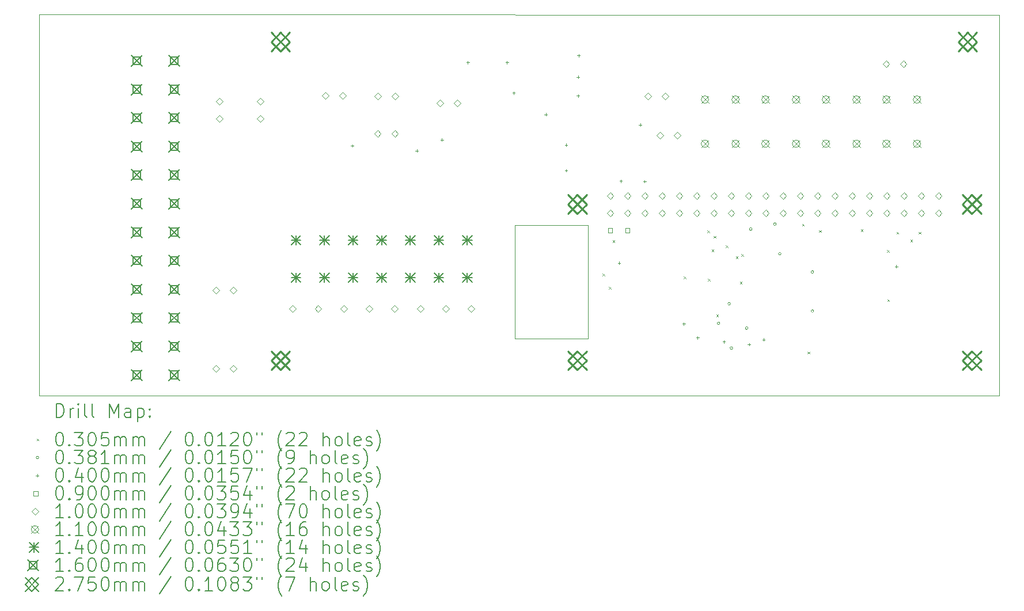
<source format=gbr>
%TF.GenerationSoftware,KiCad,Pcbnew,8.0.3*%
%TF.CreationDate,2024-11-03T20:58:58+01:00*%
%TF.ProjectId,Rev2_RGB2HDMI,52657632-5f52-4474-9232-48444d492e6b,rev?*%
%TF.SameCoordinates,Original*%
%TF.FileFunction,Drillmap*%
%TF.FilePolarity,Positive*%
%FSLAX45Y45*%
G04 Gerber Fmt 4.5, Leading zero omitted, Abs format (unit mm)*
G04 Created by KiCad (PCBNEW 8.0.3) date 2024-11-03 20:58:58*
%MOMM*%
%LPD*%
G01*
G04 APERTURE LIST*
%ADD10C,0.100000*%
%ADD11C,0.200000*%
%ADD12C,0.110000*%
%ADD13C,0.140000*%
%ADD14C,0.160000*%
%ADD15C,0.275000*%
G04 APERTURE END LIST*
D10*
X14445140Y-7290220D02*
X15520140Y-7290220D01*
X15520140Y-8965220D01*
X14445140Y-8965220D01*
X14445140Y-7290220D01*
X21560593Y-4200363D02*
X21563893Y-9801623D01*
X7445992Y-9798503D02*
X7445992Y-4198503D01*
X7445992Y-4198503D02*
X21560593Y-4200363D01*
X21563893Y-9801623D02*
X7445992Y-9798503D01*
D11*
D10*
X15728912Y-8008962D02*
X15759392Y-8039442D01*
X15759392Y-8008962D02*
X15728912Y-8039442D01*
X15825432Y-8200432D02*
X15855912Y-8230912D01*
X15855912Y-8200432D02*
X15825432Y-8230912D01*
X15878772Y-7516202D02*
X15909252Y-7546682D01*
X15909252Y-7516202D02*
X15878772Y-7546682D01*
X16922713Y-8049602D02*
X16953193Y-8080082D01*
X16953193Y-8049602D02*
X16922713Y-8080082D01*
X17273753Y-7373962D02*
X17304233Y-7404442D01*
X17304233Y-7373962D02*
X17273753Y-7404442D01*
X17280661Y-8080274D02*
X17311141Y-8110754D01*
X17311141Y-8080274D02*
X17280661Y-8110754D01*
X17334904Y-7650111D02*
X17365384Y-7680591D01*
X17365384Y-7650111D02*
X17334904Y-7680591D01*
X17364673Y-7452703D02*
X17395153Y-7483183D01*
X17395153Y-7452703D02*
X17364673Y-7483183D01*
X17403293Y-8605863D02*
X17433773Y-8636343D01*
X17433773Y-8605863D02*
X17403293Y-8636343D01*
X17539933Y-7589862D02*
X17570413Y-7620342D01*
X17570413Y-7589862D02*
X17539933Y-7620342D01*
X17689793Y-7752422D02*
X17720273Y-7782902D01*
X17720273Y-7752422D02*
X17689793Y-7782902D01*
X17748213Y-8123262D02*
X17778693Y-8153742D01*
X17778693Y-8123262D02*
X17748213Y-8153742D01*
X17769053Y-7716862D02*
X17799533Y-7747342D01*
X17799533Y-7716862D02*
X17769053Y-7747342D01*
X18665153Y-7274902D02*
X18695633Y-7305382D01*
X18695633Y-7274902D02*
X18665153Y-7305382D01*
X18746433Y-9154503D02*
X18776913Y-9184983D01*
X18776913Y-9154503D02*
X18746433Y-9184983D01*
X18911533Y-7368882D02*
X18942013Y-7399362D01*
X18942013Y-7368882D02*
X18911533Y-7399362D01*
X19526213Y-7353642D02*
X19556693Y-7384122D01*
X19556693Y-7353642D02*
X19526213Y-7384122D01*
X19914833Y-7658442D02*
X19945313Y-7688922D01*
X19945313Y-7658442D02*
X19914833Y-7688922D01*
X19917373Y-8382342D02*
X19947853Y-8412823D01*
X19947853Y-8382342D02*
X19917373Y-8412823D01*
X20051994Y-7394282D02*
X20082474Y-7424762D01*
X20082474Y-7394282D02*
X20051994Y-7424762D01*
X20255193Y-7506042D02*
X20285673Y-7536522D01*
X20285673Y-7506042D02*
X20255193Y-7536522D01*
X20379913Y-7392002D02*
X20410393Y-7422482D01*
X20410393Y-7392002D02*
X20379913Y-7422482D01*
X17455764Y-8736271D02*
G75*
G02*
X17417664Y-8736271I-19050J0D01*
G01*
X17417664Y-8736271D02*
G75*
G02*
X17455764Y-8736271I19050J0D01*
G01*
X17609033Y-8449653D02*
G75*
G02*
X17570933Y-8449653I-19050J0D01*
G01*
X17570933Y-8449653D02*
G75*
G02*
X17609033Y-8449653I19050J0D01*
G01*
X17643323Y-9100000D02*
G75*
G02*
X17605223Y-9100000I-19050J0D01*
G01*
X17605223Y-9100000D02*
G75*
G02*
X17643323Y-9100000I19050J0D01*
G01*
X17868113Y-8807793D02*
G75*
G02*
X17830013Y-8807793I-19050J0D01*
G01*
X17830013Y-8807793D02*
G75*
G02*
X17868113Y-8807793I19050J0D01*
G01*
X17927803Y-7351102D02*
G75*
G02*
X17889703Y-7351102I-19050J0D01*
G01*
X17889703Y-7351102D02*
G75*
G02*
X17927803Y-7351102I19050J0D01*
G01*
X18282883Y-7277442D02*
G75*
G02*
X18244783Y-7277442I-19050J0D01*
G01*
X18244783Y-7277442D02*
G75*
G02*
X18282883Y-7277442I19050J0D01*
G01*
X18355543Y-7715502D02*
G75*
G02*
X18317443Y-7715502I-19050J0D01*
G01*
X18317443Y-7715502D02*
G75*
G02*
X18355543Y-7715502I19050J0D01*
G01*
X18834583Y-7981022D02*
G75*
G02*
X18796483Y-7981022I-19050J0D01*
G01*
X18796483Y-7981022D02*
G75*
G02*
X18834583Y-7981022I19050J0D01*
G01*
X18835543Y-8555503D02*
G75*
G02*
X18797443Y-8555503I-19050J0D01*
G01*
X18797443Y-8555503D02*
G75*
G02*
X18835543Y-8555503I19050J0D01*
G01*
X12050000Y-6105000D02*
X12050000Y-6145000D01*
X12030000Y-6125000D02*
X12070000Y-6125000D01*
X13000000Y-6180000D02*
X13000000Y-6220000D01*
X12980000Y-6200000D02*
X13020000Y-6200000D01*
X13369092Y-6019002D02*
X13369092Y-6059002D01*
X13349092Y-6039002D02*
X13389092Y-6039002D01*
X13750000Y-4880000D02*
X13750000Y-4920000D01*
X13730000Y-4900000D02*
X13770000Y-4900000D01*
X14325000Y-4880000D02*
X14325000Y-4920000D01*
X14305000Y-4900000D02*
X14345000Y-4900000D01*
X14425000Y-5330000D02*
X14425000Y-5370000D01*
X14405000Y-5350000D02*
X14445000Y-5350000D01*
X14895140Y-5645220D02*
X14895140Y-5685220D01*
X14875140Y-5665220D02*
X14915140Y-5665220D01*
X15195140Y-6095220D02*
X15195140Y-6135220D01*
X15175140Y-6115220D02*
X15215140Y-6115220D01*
X15195140Y-6470220D02*
X15195140Y-6510220D01*
X15175140Y-6490220D02*
X15215140Y-6490220D01*
X15370140Y-5095220D02*
X15370140Y-5135220D01*
X15350140Y-5115220D02*
X15390140Y-5115220D01*
X15370140Y-5370220D02*
X15370140Y-5410220D01*
X15350140Y-5390220D02*
X15390140Y-5390220D01*
X15380000Y-4780000D02*
X15380000Y-4820000D01*
X15360000Y-4800000D02*
X15400000Y-4800000D01*
X15975000Y-7830000D02*
X15975000Y-7870000D01*
X15955000Y-7850000D02*
X15995000Y-7850000D01*
X16000000Y-6625110D02*
X16000000Y-6665110D01*
X15980000Y-6645110D02*
X16020000Y-6645110D01*
X16283889Y-5796889D02*
X16283889Y-5836889D01*
X16263889Y-5816889D02*
X16303889Y-5816889D01*
X16350000Y-6630000D02*
X16350000Y-6670000D01*
X16330000Y-6650000D02*
X16370000Y-6650000D01*
X16924823Y-8725109D02*
X16924823Y-8765109D01*
X16904823Y-8745109D02*
X16944823Y-8745109D01*
X17128000Y-8928000D02*
X17128000Y-8968000D01*
X17108000Y-8948000D02*
X17148000Y-8948000D01*
X17514823Y-8985109D02*
X17514823Y-9025109D01*
X17494823Y-9005109D02*
X17534823Y-9005109D01*
X17884823Y-9025109D02*
X17884823Y-9065109D01*
X17864823Y-9045109D02*
X17904823Y-9045109D01*
X18100000Y-8955000D02*
X18100000Y-8995000D01*
X18080000Y-8975000D02*
X18120000Y-8975000D01*
X20050413Y-7880000D02*
X20050413Y-7920000D01*
X20030413Y-7900000D02*
X20070413Y-7900000D01*
X15875268Y-7400229D02*
X15875268Y-7336589D01*
X15811627Y-7336589D01*
X15811627Y-7400229D01*
X15875268Y-7400229D01*
X16129268Y-7400229D02*
X16129268Y-7336589D01*
X16065627Y-7336589D01*
X16065627Y-7400229D01*
X16129268Y-7400229D01*
X10046000Y-9450000D02*
X10096000Y-9400000D01*
X10046000Y-9350000D01*
X9996000Y-9400000D01*
X10046000Y-9450000D01*
X10050000Y-8300000D02*
X10100000Y-8250000D01*
X10050000Y-8200000D01*
X10000000Y-8250000D01*
X10050000Y-8300000D01*
X10100000Y-5522500D02*
X10150000Y-5472500D01*
X10100000Y-5422500D01*
X10050000Y-5472500D01*
X10100000Y-5522500D01*
X10100000Y-5776500D02*
X10150000Y-5726500D01*
X10100000Y-5676500D01*
X10050000Y-5726500D01*
X10100000Y-5776500D01*
X10300000Y-9450000D02*
X10350000Y-9400000D01*
X10300000Y-9350000D01*
X10250000Y-9400000D01*
X10300000Y-9450000D01*
X10304000Y-8300000D02*
X10354000Y-8250000D01*
X10304000Y-8200000D01*
X10254000Y-8250000D01*
X10304000Y-8300000D01*
X10700000Y-5522500D02*
X10750000Y-5472500D01*
X10700000Y-5422500D01*
X10650000Y-5472500D01*
X10700000Y-5522500D01*
X10700000Y-5776500D02*
X10750000Y-5726500D01*
X10700000Y-5676500D01*
X10650000Y-5726500D01*
X10700000Y-5776500D01*
X11175000Y-8569785D02*
X11225000Y-8519785D01*
X11175000Y-8469785D01*
X11125000Y-8519785D01*
X11175000Y-8569785D01*
X11550000Y-8569785D02*
X11600000Y-8519785D01*
X11550000Y-8469785D01*
X11500000Y-8519785D01*
X11550000Y-8569785D01*
X11654092Y-5441303D02*
X11704092Y-5391303D01*
X11654092Y-5341303D01*
X11604092Y-5391303D01*
X11654092Y-5441303D01*
X11908092Y-5441303D02*
X11958092Y-5391303D01*
X11908092Y-5341303D01*
X11858092Y-5391303D01*
X11908092Y-5441303D01*
X11925000Y-8569785D02*
X11975000Y-8519785D01*
X11925000Y-8469785D01*
X11875000Y-8519785D01*
X11925000Y-8569785D01*
X12300000Y-8569785D02*
X12350000Y-8519785D01*
X12300000Y-8469785D01*
X12250000Y-8519785D01*
X12300000Y-8569785D01*
X12422500Y-6000000D02*
X12472500Y-5950000D01*
X12422500Y-5900000D01*
X12372500Y-5950000D01*
X12422500Y-6000000D01*
X12425000Y-5448503D02*
X12475000Y-5398503D01*
X12425000Y-5348503D01*
X12375000Y-5398503D01*
X12425000Y-5448503D01*
X12675000Y-8569785D02*
X12725000Y-8519785D01*
X12675000Y-8469785D01*
X12625000Y-8519785D01*
X12675000Y-8569785D01*
X12676500Y-6000000D02*
X12726500Y-5950000D01*
X12676500Y-5900000D01*
X12626500Y-5950000D01*
X12676500Y-6000000D01*
X12679000Y-5448503D02*
X12729000Y-5398503D01*
X12679000Y-5348503D01*
X12629000Y-5398503D01*
X12679000Y-5448503D01*
X13050000Y-8569785D02*
X13100000Y-8519785D01*
X13050000Y-8469785D01*
X13000000Y-8519785D01*
X13050000Y-8569785D01*
X13343500Y-5550000D02*
X13393500Y-5500000D01*
X13343500Y-5450000D01*
X13293500Y-5500000D01*
X13343500Y-5550000D01*
X13425000Y-8569785D02*
X13475000Y-8519785D01*
X13425000Y-8469785D01*
X13375000Y-8519785D01*
X13425000Y-8569785D01*
X13597500Y-5550000D02*
X13647500Y-5500000D01*
X13597500Y-5450000D01*
X13547500Y-5500000D01*
X13597500Y-5550000D01*
X13800000Y-8569785D02*
X13850000Y-8519785D01*
X13800000Y-8469785D01*
X13750000Y-8519785D01*
X13800000Y-8569785D01*
X15843447Y-6910409D02*
X15893447Y-6860409D01*
X15843447Y-6810409D01*
X15793447Y-6860409D01*
X15843447Y-6910409D01*
X15843447Y-7164409D02*
X15893447Y-7114409D01*
X15843447Y-7064409D01*
X15793447Y-7114409D01*
X15843447Y-7164409D01*
X16097447Y-6910409D02*
X16147447Y-6860409D01*
X16097447Y-6810409D01*
X16047447Y-6860409D01*
X16097447Y-6910409D01*
X16097447Y-7164409D02*
X16147447Y-7114409D01*
X16097447Y-7064409D01*
X16047447Y-7114409D01*
X16097447Y-7164409D01*
X16351447Y-6910409D02*
X16401447Y-6860409D01*
X16351447Y-6810409D01*
X16301447Y-6860409D01*
X16351447Y-6910409D01*
X16351447Y-7164409D02*
X16401447Y-7114409D01*
X16351447Y-7064409D01*
X16301447Y-7114409D01*
X16351447Y-7164409D01*
X16400000Y-5450000D02*
X16450000Y-5400000D01*
X16400000Y-5350000D01*
X16350000Y-5400000D01*
X16400000Y-5450000D01*
X16575000Y-6025000D02*
X16625000Y-5975000D01*
X16575000Y-5925000D01*
X16525000Y-5975000D01*
X16575000Y-6025000D01*
X16605447Y-6910409D02*
X16655447Y-6860409D01*
X16605447Y-6810409D01*
X16555447Y-6860409D01*
X16605447Y-6910409D01*
X16605447Y-7164409D02*
X16655447Y-7114409D01*
X16605447Y-7064409D01*
X16555447Y-7114409D01*
X16605447Y-7164409D01*
X16654000Y-5450000D02*
X16704000Y-5400000D01*
X16654000Y-5350000D01*
X16604000Y-5400000D01*
X16654000Y-5450000D01*
X16829000Y-6025000D02*
X16879000Y-5975000D01*
X16829000Y-5925000D01*
X16779000Y-5975000D01*
X16829000Y-6025000D01*
X16859448Y-6910409D02*
X16909448Y-6860409D01*
X16859448Y-6810409D01*
X16809448Y-6860409D01*
X16859448Y-6910409D01*
X16859448Y-7164409D02*
X16909448Y-7114409D01*
X16859448Y-7064409D01*
X16809448Y-7114409D01*
X16859448Y-7164409D01*
X17113448Y-6910409D02*
X17163448Y-6860409D01*
X17113448Y-6810409D01*
X17063448Y-6860409D01*
X17113448Y-6910409D01*
X17113448Y-7164409D02*
X17163448Y-7114409D01*
X17113448Y-7064409D01*
X17063448Y-7114409D01*
X17113448Y-7164409D01*
X17367448Y-6910409D02*
X17417448Y-6860409D01*
X17367448Y-6810409D01*
X17317448Y-6860409D01*
X17367448Y-6910409D01*
X17367448Y-7164409D02*
X17417448Y-7114409D01*
X17367448Y-7064409D01*
X17317448Y-7114409D01*
X17367448Y-7164409D01*
X17621448Y-6910409D02*
X17671448Y-6860409D01*
X17621448Y-6810409D01*
X17571448Y-6860409D01*
X17621448Y-6910409D01*
X17621448Y-7164409D02*
X17671448Y-7114409D01*
X17621448Y-7064409D01*
X17571448Y-7114409D01*
X17621448Y-7164409D01*
X17875448Y-6910409D02*
X17925448Y-6860409D01*
X17875448Y-6810409D01*
X17825448Y-6860409D01*
X17875448Y-6910409D01*
X17875448Y-7164409D02*
X17925448Y-7114409D01*
X17875448Y-7064409D01*
X17825448Y-7114409D01*
X17875448Y-7164409D01*
X18129448Y-6910409D02*
X18179448Y-6860409D01*
X18129448Y-6810409D01*
X18079448Y-6860409D01*
X18129448Y-6910409D01*
X18129448Y-7164409D02*
X18179448Y-7114409D01*
X18129448Y-7064409D01*
X18079448Y-7114409D01*
X18129448Y-7164409D01*
X18383448Y-6910409D02*
X18433448Y-6860409D01*
X18383448Y-6810409D01*
X18333448Y-6860409D01*
X18383448Y-6910409D01*
X18383448Y-7164409D02*
X18433448Y-7114409D01*
X18383448Y-7064409D01*
X18333448Y-7114409D01*
X18383448Y-7164409D01*
X18637448Y-6910409D02*
X18687448Y-6860409D01*
X18637448Y-6810409D01*
X18587448Y-6860409D01*
X18637448Y-6910409D01*
X18637448Y-7164409D02*
X18687448Y-7114409D01*
X18637448Y-7064409D01*
X18587448Y-7114409D01*
X18637448Y-7164409D01*
X18891448Y-6910409D02*
X18941448Y-6860409D01*
X18891448Y-6810409D01*
X18841448Y-6860409D01*
X18891448Y-6910409D01*
X18891448Y-7164409D02*
X18941448Y-7114409D01*
X18891448Y-7064409D01*
X18841448Y-7114409D01*
X18891448Y-7164409D01*
X19145448Y-6910409D02*
X19195448Y-6860409D01*
X19145448Y-6810409D01*
X19095448Y-6860409D01*
X19145448Y-6910409D01*
X19145448Y-7164409D02*
X19195448Y-7114409D01*
X19145448Y-7064409D01*
X19095448Y-7114409D01*
X19145448Y-7164409D01*
X19399448Y-6910409D02*
X19449448Y-6860409D01*
X19399448Y-6810409D01*
X19349448Y-6860409D01*
X19399448Y-6910409D01*
X19399448Y-7164409D02*
X19449448Y-7114409D01*
X19399448Y-7064409D01*
X19349448Y-7114409D01*
X19399448Y-7164409D01*
X19653448Y-6910409D02*
X19703448Y-6860409D01*
X19653448Y-6810409D01*
X19603448Y-6860409D01*
X19653448Y-6910409D01*
X19653448Y-7164409D02*
X19703448Y-7114409D01*
X19653448Y-7064409D01*
X19603448Y-7114409D01*
X19653448Y-7164409D01*
X19898500Y-4975000D02*
X19948500Y-4925000D01*
X19898500Y-4875000D01*
X19848500Y-4925000D01*
X19898500Y-4975000D01*
X19907448Y-6910409D02*
X19957448Y-6860409D01*
X19907448Y-6810409D01*
X19857448Y-6860409D01*
X19907448Y-6910409D01*
X19907448Y-7164409D02*
X19957448Y-7114409D01*
X19907448Y-7064409D01*
X19857448Y-7114409D01*
X19907448Y-7164409D01*
X20152500Y-4975000D02*
X20202500Y-4925000D01*
X20152500Y-4875000D01*
X20102500Y-4925000D01*
X20152500Y-4975000D01*
X20161448Y-6910409D02*
X20211448Y-6860409D01*
X20161448Y-6810409D01*
X20111448Y-6860409D01*
X20161448Y-6910409D01*
X20161448Y-7164409D02*
X20211448Y-7114409D01*
X20161448Y-7064409D01*
X20111448Y-7114409D01*
X20161448Y-7164409D01*
X20415448Y-6910409D02*
X20465448Y-6860409D01*
X20415448Y-6810409D01*
X20365448Y-6860409D01*
X20415448Y-6910409D01*
X20415448Y-7164409D02*
X20465448Y-7114409D01*
X20415448Y-7064409D01*
X20365448Y-7114409D01*
X20415448Y-7164409D01*
X20669448Y-6910409D02*
X20719448Y-6860409D01*
X20669448Y-6810409D01*
X20619448Y-6860409D01*
X20669448Y-6910409D01*
X20669448Y-7164409D02*
X20719448Y-7114409D01*
X20669448Y-7064409D01*
X20619448Y-7114409D01*
X20669448Y-7164409D01*
D12*
X17180840Y-5391220D02*
X17290840Y-5501220D01*
X17290840Y-5391220D02*
X17180840Y-5501220D01*
X17290840Y-5446220D02*
G75*
G02*
X17180840Y-5446220I-55000J0D01*
G01*
X17180840Y-5446220D02*
G75*
G02*
X17290840Y-5446220I55000J0D01*
G01*
X17180840Y-6041220D02*
X17290840Y-6151220D01*
X17290840Y-6041220D02*
X17180840Y-6151220D01*
X17290840Y-6096220D02*
G75*
G02*
X17180840Y-6096220I-55000J0D01*
G01*
X17180840Y-6096220D02*
G75*
G02*
X17290840Y-6096220I55000J0D01*
G01*
X17630840Y-5391220D02*
X17740840Y-5501220D01*
X17740840Y-5391220D02*
X17630840Y-5501220D01*
X17740840Y-5446220D02*
G75*
G02*
X17630840Y-5446220I-55000J0D01*
G01*
X17630840Y-5446220D02*
G75*
G02*
X17740840Y-5446220I55000J0D01*
G01*
X17630840Y-6041220D02*
X17740840Y-6151220D01*
X17740840Y-6041220D02*
X17630840Y-6151220D01*
X17740840Y-6096220D02*
G75*
G02*
X17630840Y-6096220I-55000J0D01*
G01*
X17630840Y-6096220D02*
G75*
G02*
X17740840Y-6096220I55000J0D01*
G01*
X18069840Y-5391220D02*
X18179840Y-5501220D01*
X18179840Y-5391220D02*
X18069840Y-5501220D01*
X18179840Y-5446220D02*
G75*
G02*
X18069840Y-5446220I-55000J0D01*
G01*
X18069840Y-5446220D02*
G75*
G02*
X18179840Y-5446220I55000J0D01*
G01*
X18069840Y-6041220D02*
X18179840Y-6151220D01*
X18179840Y-6041220D02*
X18069840Y-6151220D01*
X18179840Y-6096220D02*
G75*
G02*
X18069840Y-6096220I-55000J0D01*
G01*
X18069840Y-6096220D02*
G75*
G02*
X18179840Y-6096220I55000J0D01*
G01*
X18519840Y-5391220D02*
X18629840Y-5501220D01*
X18629840Y-5391220D02*
X18519840Y-5501220D01*
X18629840Y-5446220D02*
G75*
G02*
X18519840Y-5446220I-55000J0D01*
G01*
X18519840Y-5446220D02*
G75*
G02*
X18629840Y-5446220I55000J0D01*
G01*
X18519840Y-6041220D02*
X18629840Y-6151220D01*
X18629840Y-6041220D02*
X18519840Y-6151220D01*
X18629840Y-6096220D02*
G75*
G02*
X18519840Y-6096220I-55000J0D01*
G01*
X18519840Y-6096220D02*
G75*
G02*
X18629840Y-6096220I55000J0D01*
G01*
X18958840Y-5391220D02*
X19068840Y-5501220D01*
X19068840Y-5391220D02*
X18958840Y-5501220D01*
X19068840Y-5446220D02*
G75*
G02*
X18958840Y-5446220I-55000J0D01*
G01*
X18958840Y-5446220D02*
G75*
G02*
X19068840Y-5446220I55000J0D01*
G01*
X18958840Y-6041220D02*
X19068840Y-6151220D01*
X19068840Y-6041220D02*
X18958840Y-6151220D01*
X19068840Y-6096220D02*
G75*
G02*
X18958840Y-6096220I-55000J0D01*
G01*
X18958840Y-6096220D02*
G75*
G02*
X19068840Y-6096220I55000J0D01*
G01*
X19408840Y-5391220D02*
X19518840Y-5501220D01*
X19518840Y-5391220D02*
X19408840Y-5501220D01*
X19518840Y-5446220D02*
G75*
G02*
X19408840Y-5446220I-55000J0D01*
G01*
X19408840Y-5446220D02*
G75*
G02*
X19518840Y-5446220I55000J0D01*
G01*
X19408840Y-6041220D02*
X19518840Y-6151220D01*
X19518840Y-6041220D02*
X19408840Y-6151220D01*
X19518840Y-6096220D02*
G75*
G02*
X19408840Y-6096220I-55000J0D01*
G01*
X19408840Y-6096220D02*
G75*
G02*
X19518840Y-6096220I55000J0D01*
G01*
X19847840Y-5391220D02*
X19957840Y-5501220D01*
X19957840Y-5391220D02*
X19847840Y-5501220D01*
X19957840Y-5446220D02*
G75*
G02*
X19847840Y-5446220I-55000J0D01*
G01*
X19847840Y-5446220D02*
G75*
G02*
X19957840Y-5446220I55000J0D01*
G01*
X19847840Y-6041220D02*
X19957840Y-6151220D01*
X19957840Y-6041220D02*
X19847840Y-6151220D01*
X19957840Y-6096220D02*
G75*
G02*
X19847840Y-6096220I-55000J0D01*
G01*
X19847840Y-6096220D02*
G75*
G02*
X19957840Y-6096220I55000J0D01*
G01*
X20297840Y-5391220D02*
X20407840Y-5501220D01*
X20407840Y-5391220D02*
X20297840Y-5501220D01*
X20407840Y-5446220D02*
G75*
G02*
X20297840Y-5446220I-55000J0D01*
G01*
X20297840Y-5446220D02*
G75*
G02*
X20407840Y-5446220I55000J0D01*
G01*
X20297840Y-6041220D02*
X20407840Y-6151220D01*
X20407840Y-6041220D02*
X20297840Y-6151220D01*
X20407840Y-6096220D02*
G75*
G02*
X20297840Y-6096220I-55000J0D01*
G01*
X20297840Y-6096220D02*
G75*
G02*
X20407840Y-6096220I55000J0D01*
G01*
D13*
X11153155Y-7443000D02*
X11293155Y-7583000D01*
X11293155Y-7443000D02*
X11153155Y-7583000D01*
X11223155Y-7443000D02*
X11223155Y-7583000D01*
X11153155Y-7513000D02*
X11293155Y-7513000D01*
X11153155Y-7993000D02*
X11293155Y-8133000D01*
X11293155Y-7993000D02*
X11153155Y-8133000D01*
X11223155Y-7993000D02*
X11223155Y-8133000D01*
X11153155Y-8063000D02*
X11293155Y-8063000D01*
X11573155Y-7443000D02*
X11713155Y-7583000D01*
X11713155Y-7443000D02*
X11573155Y-7583000D01*
X11643155Y-7443000D02*
X11643155Y-7583000D01*
X11573155Y-7513000D02*
X11713155Y-7513000D01*
X11573155Y-7993000D02*
X11713155Y-8133000D01*
X11713155Y-7993000D02*
X11573155Y-8133000D01*
X11643155Y-7993000D02*
X11643155Y-8133000D01*
X11573155Y-8063000D02*
X11713155Y-8063000D01*
X11993155Y-7443000D02*
X12133155Y-7583000D01*
X12133155Y-7443000D02*
X11993155Y-7583000D01*
X12063155Y-7443000D02*
X12063155Y-7583000D01*
X11993155Y-7513000D02*
X12133155Y-7513000D01*
X11993155Y-7993000D02*
X12133155Y-8133000D01*
X12133155Y-7993000D02*
X11993155Y-8133000D01*
X12063155Y-7993000D02*
X12063155Y-8133000D01*
X11993155Y-8063000D02*
X12133155Y-8063000D01*
X12413155Y-7443000D02*
X12553155Y-7583000D01*
X12553155Y-7443000D02*
X12413155Y-7583000D01*
X12483155Y-7443000D02*
X12483155Y-7583000D01*
X12413155Y-7513000D02*
X12553155Y-7513000D01*
X12413155Y-7993000D02*
X12553155Y-8133000D01*
X12553155Y-7993000D02*
X12413155Y-8133000D01*
X12483155Y-7993000D02*
X12483155Y-8133000D01*
X12413155Y-8063000D02*
X12553155Y-8063000D01*
X12833155Y-7443000D02*
X12973155Y-7583000D01*
X12973155Y-7443000D02*
X12833155Y-7583000D01*
X12903155Y-7443000D02*
X12903155Y-7583000D01*
X12833155Y-7513000D02*
X12973155Y-7513000D01*
X12833155Y-7993000D02*
X12973155Y-8133000D01*
X12973155Y-7993000D02*
X12833155Y-8133000D01*
X12903155Y-7993000D02*
X12903155Y-8133000D01*
X12833155Y-8063000D02*
X12973155Y-8063000D01*
X13253155Y-7443000D02*
X13393155Y-7583000D01*
X13393155Y-7443000D02*
X13253155Y-7583000D01*
X13323155Y-7443000D02*
X13323155Y-7583000D01*
X13253155Y-7513000D02*
X13393155Y-7513000D01*
X13253155Y-7993000D02*
X13393155Y-8133000D01*
X13393155Y-7993000D02*
X13253155Y-8133000D01*
X13323155Y-7993000D02*
X13323155Y-8133000D01*
X13253155Y-8063000D02*
X13393155Y-8063000D01*
X13673155Y-7443000D02*
X13813155Y-7583000D01*
X13813155Y-7443000D02*
X13673155Y-7583000D01*
X13743155Y-7443000D02*
X13743155Y-7583000D01*
X13673155Y-7513000D02*
X13813155Y-7513000D01*
X13673155Y-7993000D02*
X13813155Y-8133000D01*
X13813155Y-7993000D02*
X13673155Y-8133000D01*
X13743155Y-7993000D02*
X13743155Y-8133000D01*
X13673155Y-8063000D02*
X13813155Y-8063000D01*
D14*
X8802993Y-4796503D02*
X8962993Y-4956503D01*
X8962993Y-4796503D02*
X8802993Y-4956503D01*
X8939562Y-4933072D02*
X8939562Y-4819933D01*
X8826423Y-4819933D01*
X8826423Y-4933072D01*
X8939562Y-4933072D01*
X8802993Y-5216503D02*
X8962993Y-5376503D01*
X8962993Y-5216503D02*
X8802993Y-5376503D01*
X8939562Y-5353072D02*
X8939562Y-5239933D01*
X8826423Y-5239933D01*
X8826423Y-5353072D01*
X8939562Y-5353072D01*
X8802993Y-5636502D02*
X8962993Y-5796502D01*
X8962993Y-5636502D02*
X8802993Y-5796502D01*
X8939562Y-5773072D02*
X8939562Y-5659933D01*
X8826423Y-5659933D01*
X8826423Y-5773072D01*
X8939562Y-5773072D01*
X8802993Y-6056502D02*
X8962993Y-6216502D01*
X8962993Y-6056502D02*
X8802993Y-6216502D01*
X8939562Y-6193072D02*
X8939562Y-6079933D01*
X8826423Y-6079933D01*
X8826423Y-6193072D01*
X8939562Y-6193072D01*
X8802993Y-6476502D02*
X8962993Y-6636502D01*
X8962993Y-6476502D02*
X8802993Y-6636502D01*
X8939562Y-6613072D02*
X8939562Y-6499933D01*
X8826423Y-6499933D01*
X8826423Y-6613072D01*
X8939562Y-6613072D01*
X8802993Y-6896502D02*
X8962993Y-7056502D01*
X8962993Y-6896502D02*
X8802993Y-7056502D01*
X8939562Y-7033072D02*
X8939562Y-6919933D01*
X8826423Y-6919933D01*
X8826423Y-7033072D01*
X8939562Y-7033072D01*
X8802993Y-7316502D02*
X8962993Y-7476502D01*
X8962993Y-7316502D02*
X8802993Y-7476502D01*
X8939562Y-7453072D02*
X8939562Y-7339933D01*
X8826423Y-7339933D01*
X8826423Y-7453072D01*
X8939562Y-7453072D01*
X8802993Y-7736502D02*
X8962993Y-7896502D01*
X8962993Y-7736502D02*
X8802993Y-7896502D01*
X8939562Y-7873072D02*
X8939562Y-7759933D01*
X8826423Y-7759933D01*
X8826423Y-7873072D01*
X8939562Y-7873072D01*
X8802993Y-8156502D02*
X8962993Y-8316502D01*
X8962993Y-8156502D02*
X8802993Y-8316502D01*
X8939562Y-8293072D02*
X8939562Y-8179933D01*
X8826423Y-8179933D01*
X8826423Y-8293072D01*
X8939562Y-8293072D01*
X8802993Y-8576503D02*
X8962993Y-8736503D01*
X8962993Y-8576503D02*
X8802993Y-8736503D01*
X8939562Y-8713072D02*
X8939562Y-8599933D01*
X8826423Y-8599933D01*
X8826423Y-8713072D01*
X8939562Y-8713072D01*
X8802993Y-8996503D02*
X8962993Y-9156503D01*
X8962993Y-8996503D02*
X8802993Y-9156503D01*
X8939562Y-9133072D02*
X8939562Y-9019933D01*
X8826423Y-9019933D01*
X8826423Y-9133072D01*
X8939562Y-9133072D01*
X8802993Y-9416503D02*
X8962993Y-9576503D01*
X8962993Y-9416503D02*
X8802993Y-9576503D01*
X8939562Y-9553072D02*
X8939562Y-9439933D01*
X8826423Y-9439933D01*
X8826423Y-9553072D01*
X8939562Y-9553072D01*
X9352993Y-4796503D02*
X9512993Y-4956503D01*
X9512993Y-4796503D02*
X9352993Y-4956503D01*
X9489562Y-4933072D02*
X9489562Y-4819933D01*
X9376423Y-4819933D01*
X9376423Y-4933072D01*
X9489562Y-4933072D01*
X9352993Y-5216503D02*
X9512993Y-5376503D01*
X9512993Y-5216503D02*
X9352993Y-5376503D01*
X9489562Y-5353072D02*
X9489562Y-5239933D01*
X9376423Y-5239933D01*
X9376423Y-5353072D01*
X9489562Y-5353072D01*
X9352993Y-5636502D02*
X9512993Y-5796502D01*
X9512993Y-5636502D02*
X9352993Y-5796502D01*
X9489562Y-5773072D02*
X9489562Y-5659933D01*
X9376423Y-5659933D01*
X9376423Y-5773072D01*
X9489562Y-5773072D01*
X9352993Y-6056502D02*
X9512993Y-6216502D01*
X9512993Y-6056502D02*
X9352993Y-6216502D01*
X9489562Y-6193072D02*
X9489562Y-6079933D01*
X9376423Y-6079933D01*
X9376423Y-6193072D01*
X9489562Y-6193072D01*
X9352993Y-6476502D02*
X9512993Y-6636502D01*
X9512993Y-6476502D02*
X9352993Y-6636502D01*
X9489562Y-6613072D02*
X9489562Y-6499933D01*
X9376423Y-6499933D01*
X9376423Y-6613072D01*
X9489562Y-6613072D01*
X9352993Y-6896502D02*
X9512993Y-7056502D01*
X9512993Y-6896502D02*
X9352993Y-7056502D01*
X9489562Y-7033072D02*
X9489562Y-6919933D01*
X9376423Y-6919933D01*
X9376423Y-7033072D01*
X9489562Y-7033072D01*
X9352993Y-7316502D02*
X9512993Y-7476502D01*
X9512993Y-7316502D02*
X9352993Y-7476502D01*
X9489562Y-7453072D02*
X9489562Y-7339933D01*
X9376423Y-7339933D01*
X9376423Y-7453072D01*
X9489562Y-7453072D01*
X9352993Y-7736502D02*
X9512993Y-7896502D01*
X9512993Y-7736502D02*
X9352993Y-7896502D01*
X9489562Y-7873072D02*
X9489562Y-7759933D01*
X9376423Y-7759933D01*
X9376423Y-7873072D01*
X9489562Y-7873072D01*
X9352993Y-8156502D02*
X9512993Y-8316502D01*
X9512993Y-8156502D02*
X9352993Y-8316502D01*
X9489562Y-8293072D02*
X9489562Y-8179933D01*
X9376423Y-8179933D01*
X9376423Y-8293072D01*
X9489562Y-8293072D01*
X9352993Y-8576503D02*
X9512993Y-8736503D01*
X9512993Y-8576503D02*
X9352993Y-8736503D01*
X9489562Y-8713072D02*
X9489562Y-8599933D01*
X9376423Y-8599933D01*
X9376423Y-8713072D01*
X9489562Y-8713072D01*
X9352993Y-8996503D02*
X9512993Y-9156503D01*
X9512993Y-8996503D02*
X9352993Y-9156503D01*
X9489562Y-9133072D02*
X9489562Y-9019933D01*
X9376423Y-9019933D01*
X9376423Y-9133072D01*
X9489562Y-9133072D01*
X9352993Y-9416503D02*
X9512993Y-9576503D01*
X9512993Y-9416503D02*
X9352993Y-9576503D01*
X9489562Y-9553072D02*
X9489562Y-9439933D01*
X9376423Y-9439933D01*
X9376423Y-9553072D01*
X9489562Y-9553072D01*
D15*
X10858493Y-4461003D02*
X11133493Y-4736003D01*
X11133493Y-4461003D02*
X10858493Y-4736003D01*
X10995993Y-4736003D02*
X11133493Y-4598503D01*
X10995993Y-4461003D01*
X10858493Y-4598503D01*
X10995993Y-4736003D01*
X10858493Y-9147500D02*
X11133493Y-9422500D01*
X11133493Y-9147500D02*
X10858493Y-9422500D01*
X10995993Y-9422500D02*
X11133493Y-9285000D01*
X10995993Y-9147500D01*
X10858493Y-9285000D01*
X10995993Y-9422500D01*
X15221500Y-6847500D02*
X15496500Y-7122500D01*
X15496500Y-6847500D02*
X15221500Y-7122500D01*
X15359000Y-7122500D02*
X15496500Y-6985000D01*
X15359000Y-6847500D01*
X15221500Y-6985000D01*
X15359000Y-7122500D01*
X15221500Y-9147500D02*
X15496500Y-9422500D01*
X15496500Y-9147500D02*
X15221500Y-9422500D01*
X15359000Y-9422500D02*
X15496500Y-9285000D01*
X15359000Y-9147500D01*
X15221500Y-9285000D01*
X15359000Y-9422500D01*
X20958493Y-4461003D02*
X21233493Y-4736003D01*
X21233493Y-4461003D02*
X20958493Y-4736003D01*
X21095993Y-4736003D02*
X21233493Y-4598503D01*
X21095993Y-4461003D01*
X20958493Y-4598503D01*
X21095993Y-4736003D01*
X21021500Y-6847500D02*
X21296500Y-7122500D01*
X21296500Y-6847500D02*
X21021500Y-7122500D01*
X21159000Y-7122500D02*
X21296500Y-6985000D01*
X21159000Y-6847500D01*
X21021500Y-6985000D01*
X21159000Y-7122500D01*
X21021500Y-9147500D02*
X21296500Y-9422500D01*
X21296500Y-9147500D02*
X21021500Y-9422500D01*
X21159000Y-9422500D02*
X21296500Y-9285000D01*
X21159000Y-9147500D01*
X21021500Y-9285000D01*
X21159000Y-9422500D01*
D11*
X7701769Y-10118106D02*
X7701769Y-9918106D01*
X7701769Y-9918106D02*
X7749388Y-9918106D01*
X7749388Y-9918106D02*
X7777960Y-9927630D01*
X7777960Y-9927630D02*
X7797007Y-9946678D01*
X7797007Y-9946678D02*
X7806531Y-9965725D01*
X7806531Y-9965725D02*
X7816055Y-10003821D01*
X7816055Y-10003821D02*
X7816055Y-10032392D01*
X7816055Y-10032392D02*
X7806531Y-10070487D01*
X7806531Y-10070487D02*
X7797007Y-10089535D01*
X7797007Y-10089535D02*
X7777960Y-10108583D01*
X7777960Y-10108583D02*
X7749388Y-10118106D01*
X7749388Y-10118106D02*
X7701769Y-10118106D01*
X7901769Y-10118106D02*
X7901769Y-9984773D01*
X7901769Y-10022868D02*
X7911293Y-10003821D01*
X7911293Y-10003821D02*
X7920817Y-9994297D01*
X7920817Y-9994297D02*
X7939864Y-9984773D01*
X7939864Y-9984773D02*
X7958912Y-9984773D01*
X8025579Y-10118106D02*
X8025579Y-9984773D01*
X8025579Y-9918106D02*
X8016055Y-9927630D01*
X8016055Y-9927630D02*
X8025579Y-9937154D01*
X8025579Y-9937154D02*
X8035103Y-9927630D01*
X8035103Y-9927630D02*
X8025579Y-9918106D01*
X8025579Y-9918106D02*
X8025579Y-9937154D01*
X8149388Y-10118106D02*
X8130341Y-10108583D01*
X8130341Y-10108583D02*
X8120817Y-10089535D01*
X8120817Y-10089535D02*
X8120817Y-9918106D01*
X8254150Y-10118106D02*
X8235103Y-10108583D01*
X8235103Y-10108583D02*
X8225579Y-10089535D01*
X8225579Y-10089535D02*
X8225579Y-9918106D01*
X8482722Y-10118106D02*
X8482722Y-9918106D01*
X8482722Y-9918106D02*
X8549388Y-10060963D01*
X8549388Y-10060963D02*
X8616055Y-9918106D01*
X8616055Y-9918106D02*
X8616055Y-10118106D01*
X8797007Y-10118106D02*
X8797007Y-10013344D01*
X8797007Y-10013344D02*
X8787484Y-9994297D01*
X8787484Y-9994297D02*
X8768436Y-9984773D01*
X8768436Y-9984773D02*
X8730341Y-9984773D01*
X8730341Y-9984773D02*
X8711293Y-9994297D01*
X8797007Y-10108583D02*
X8777960Y-10118106D01*
X8777960Y-10118106D02*
X8730341Y-10118106D01*
X8730341Y-10118106D02*
X8711293Y-10108583D01*
X8711293Y-10108583D02*
X8701769Y-10089535D01*
X8701769Y-10089535D02*
X8701769Y-10070487D01*
X8701769Y-10070487D02*
X8711293Y-10051440D01*
X8711293Y-10051440D02*
X8730341Y-10041916D01*
X8730341Y-10041916D02*
X8777960Y-10041916D01*
X8777960Y-10041916D02*
X8797007Y-10032392D01*
X8892246Y-9984773D02*
X8892246Y-10184773D01*
X8892246Y-9994297D02*
X8911293Y-9984773D01*
X8911293Y-9984773D02*
X8949388Y-9984773D01*
X8949388Y-9984773D02*
X8968436Y-9994297D01*
X8968436Y-9994297D02*
X8977960Y-10003821D01*
X8977960Y-10003821D02*
X8987484Y-10022868D01*
X8987484Y-10022868D02*
X8987484Y-10080011D01*
X8987484Y-10080011D02*
X8977960Y-10099059D01*
X8977960Y-10099059D02*
X8968436Y-10108583D01*
X8968436Y-10108583D02*
X8949388Y-10118106D01*
X8949388Y-10118106D02*
X8911293Y-10118106D01*
X8911293Y-10118106D02*
X8892246Y-10108583D01*
X9073198Y-10099059D02*
X9082722Y-10108583D01*
X9082722Y-10108583D02*
X9073198Y-10118106D01*
X9073198Y-10118106D02*
X9063674Y-10108583D01*
X9063674Y-10108583D02*
X9073198Y-10099059D01*
X9073198Y-10099059D02*
X9073198Y-10118106D01*
X9073198Y-9994297D02*
X9082722Y-10003821D01*
X9082722Y-10003821D02*
X9073198Y-10013344D01*
X9073198Y-10013344D02*
X9063674Y-10003821D01*
X9063674Y-10003821D02*
X9073198Y-9994297D01*
X9073198Y-9994297D02*
X9073198Y-10013344D01*
D10*
X7410512Y-10431383D02*
X7440992Y-10461863D01*
X7440992Y-10431383D02*
X7410512Y-10461863D01*
D11*
X7739864Y-10338106D02*
X7758912Y-10338106D01*
X7758912Y-10338106D02*
X7777960Y-10347630D01*
X7777960Y-10347630D02*
X7787484Y-10357154D01*
X7787484Y-10357154D02*
X7797007Y-10376202D01*
X7797007Y-10376202D02*
X7806531Y-10414297D01*
X7806531Y-10414297D02*
X7806531Y-10461916D01*
X7806531Y-10461916D02*
X7797007Y-10500011D01*
X7797007Y-10500011D02*
X7787484Y-10519059D01*
X7787484Y-10519059D02*
X7777960Y-10528583D01*
X7777960Y-10528583D02*
X7758912Y-10538106D01*
X7758912Y-10538106D02*
X7739864Y-10538106D01*
X7739864Y-10538106D02*
X7720817Y-10528583D01*
X7720817Y-10528583D02*
X7711293Y-10519059D01*
X7711293Y-10519059D02*
X7701769Y-10500011D01*
X7701769Y-10500011D02*
X7692245Y-10461916D01*
X7692245Y-10461916D02*
X7692245Y-10414297D01*
X7692245Y-10414297D02*
X7701769Y-10376202D01*
X7701769Y-10376202D02*
X7711293Y-10357154D01*
X7711293Y-10357154D02*
X7720817Y-10347630D01*
X7720817Y-10347630D02*
X7739864Y-10338106D01*
X7892245Y-10519059D02*
X7901769Y-10528583D01*
X7901769Y-10528583D02*
X7892245Y-10538106D01*
X7892245Y-10538106D02*
X7882722Y-10528583D01*
X7882722Y-10528583D02*
X7892245Y-10519059D01*
X7892245Y-10519059D02*
X7892245Y-10538106D01*
X7968436Y-10338106D02*
X8092245Y-10338106D01*
X8092245Y-10338106D02*
X8025579Y-10414297D01*
X8025579Y-10414297D02*
X8054150Y-10414297D01*
X8054150Y-10414297D02*
X8073198Y-10423821D01*
X8073198Y-10423821D02*
X8082722Y-10433344D01*
X8082722Y-10433344D02*
X8092245Y-10452392D01*
X8092245Y-10452392D02*
X8092245Y-10500011D01*
X8092245Y-10500011D02*
X8082722Y-10519059D01*
X8082722Y-10519059D02*
X8073198Y-10528583D01*
X8073198Y-10528583D02*
X8054150Y-10538106D01*
X8054150Y-10538106D02*
X7997007Y-10538106D01*
X7997007Y-10538106D02*
X7977960Y-10528583D01*
X7977960Y-10528583D02*
X7968436Y-10519059D01*
X8216055Y-10338106D02*
X8235103Y-10338106D01*
X8235103Y-10338106D02*
X8254150Y-10347630D01*
X8254150Y-10347630D02*
X8263674Y-10357154D01*
X8263674Y-10357154D02*
X8273198Y-10376202D01*
X8273198Y-10376202D02*
X8282722Y-10414297D01*
X8282722Y-10414297D02*
X8282722Y-10461916D01*
X8282722Y-10461916D02*
X8273198Y-10500011D01*
X8273198Y-10500011D02*
X8263674Y-10519059D01*
X8263674Y-10519059D02*
X8254150Y-10528583D01*
X8254150Y-10528583D02*
X8235103Y-10538106D01*
X8235103Y-10538106D02*
X8216055Y-10538106D01*
X8216055Y-10538106D02*
X8197007Y-10528583D01*
X8197007Y-10528583D02*
X8187484Y-10519059D01*
X8187484Y-10519059D02*
X8177960Y-10500011D01*
X8177960Y-10500011D02*
X8168436Y-10461916D01*
X8168436Y-10461916D02*
X8168436Y-10414297D01*
X8168436Y-10414297D02*
X8177960Y-10376202D01*
X8177960Y-10376202D02*
X8187484Y-10357154D01*
X8187484Y-10357154D02*
X8197007Y-10347630D01*
X8197007Y-10347630D02*
X8216055Y-10338106D01*
X8463674Y-10338106D02*
X8368436Y-10338106D01*
X8368436Y-10338106D02*
X8358912Y-10433344D01*
X8358912Y-10433344D02*
X8368436Y-10423821D01*
X8368436Y-10423821D02*
X8387484Y-10414297D01*
X8387484Y-10414297D02*
X8435103Y-10414297D01*
X8435103Y-10414297D02*
X8454150Y-10423821D01*
X8454150Y-10423821D02*
X8463674Y-10433344D01*
X8463674Y-10433344D02*
X8473198Y-10452392D01*
X8473198Y-10452392D02*
X8473198Y-10500011D01*
X8473198Y-10500011D02*
X8463674Y-10519059D01*
X8463674Y-10519059D02*
X8454150Y-10528583D01*
X8454150Y-10528583D02*
X8435103Y-10538106D01*
X8435103Y-10538106D02*
X8387484Y-10538106D01*
X8387484Y-10538106D02*
X8368436Y-10528583D01*
X8368436Y-10528583D02*
X8358912Y-10519059D01*
X8558912Y-10538106D02*
X8558912Y-10404773D01*
X8558912Y-10423821D02*
X8568436Y-10414297D01*
X8568436Y-10414297D02*
X8587484Y-10404773D01*
X8587484Y-10404773D02*
X8616055Y-10404773D01*
X8616055Y-10404773D02*
X8635103Y-10414297D01*
X8635103Y-10414297D02*
X8644627Y-10433344D01*
X8644627Y-10433344D02*
X8644627Y-10538106D01*
X8644627Y-10433344D02*
X8654150Y-10414297D01*
X8654150Y-10414297D02*
X8673198Y-10404773D01*
X8673198Y-10404773D02*
X8701769Y-10404773D01*
X8701769Y-10404773D02*
X8720817Y-10414297D01*
X8720817Y-10414297D02*
X8730341Y-10433344D01*
X8730341Y-10433344D02*
X8730341Y-10538106D01*
X8825579Y-10538106D02*
X8825579Y-10404773D01*
X8825579Y-10423821D02*
X8835103Y-10414297D01*
X8835103Y-10414297D02*
X8854150Y-10404773D01*
X8854150Y-10404773D02*
X8882722Y-10404773D01*
X8882722Y-10404773D02*
X8901769Y-10414297D01*
X8901769Y-10414297D02*
X8911293Y-10433344D01*
X8911293Y-10433344D02*
X8911293Y-10538106D01*
X8911293Y-10433344D02*
X8920817Y-10414297D01*
X8920817Y-10414297D02*
X8939865Y-10404773D01*
X8939865Y-10404773D02*
X8968436Y-10404773D01*
X8968436Y-10404773D02*
X8987484Y-10414297D01*
X8987484Y-10414297D02*
X8997008Y-10433344D01*
X8997008Y-10433344D02*
X8997008Y-10538106D01*
X9387484Y-10328583D02*
X9216055Y-10585725D01*
X9644627Y-10338106D02*
X9663674Y-10338106D01*
X9663674Y-10338106D02*
X9682722Y-10347630D01*
X9682722Y-10347630D02*
X9692246Y-10357154D01*
X9692246Y-10357154D02*
X9701770Y-10376202D01*
X9701770Y-10376202D02*
X9711293Y-10414297D01*
X9711293Y-10414297D02*
X9711293Y-10461916D01*
X9711293Y-10461916D02*
X9701770Y-10500011D01*
X9701770Y-10500011D02*
X9692246Y-10519059D01*
X9692246Y-10519059D02*
X9682722Y-10528583D01*
X9682722Y-10528583D02*
X9663674Y-10538106D01*
X9663674Y-10538106D02*
X9644627Y-10538106D01*
X9644627Y-10538106D02*
X9625579Y-10528583D01*
X9625579Y-10528583D02*
X9616055Y-10519059D01*
X9616055Y-10519059D02*
X9606531Y-10500011D01*
X9606531Y-10500011D02*
X9597008Y-10461916D01*
X9597008Y-10461916D02*
X9597008Y-10414297D01*
X9597008Y-10414297D02*
X9606531Y-10376202D01*
X9606531Y-10376202D02*
X9616055Y-10357154D01*
X9616055Y-10357154D02*
X9625579Y-10347630D01*
X9625579Y-10347630D02*
X9644627Y-10338106D01*
X9797008Y-10519059D02*
X9806531Y-10528583D01*
X9806531Y-10528583D02*
X9797008Y-10538106D01*
X9797008Y-10538106D02*
X9787484Y-10528583D01*
X9787484Y-10528583D02*
X9797008Y-10519059D01*
X9797008Y-10519059D02*
X9797008Y-10538106D01*
X9930341Y-10338106D02*
X9949389Y-10338106D01*
X9949389Y-10338106D02*
X9968436Y-10347630D01*
X9968436Y-10347630D02*
X9977960Y-10357154D01*
X9977960Y-10357154D02*
X9987484Y-10376202D01*
X9987484Y-10376202D02*
X9997008Y-10414297D01*
X9997008Y-10414297D02*
X9997008Y-10461916D01*
X9997008Y-10461916D02*
X9987484Y-10500011D01*
X9987484Y-10500011D02*
X9977960Y-10519059D01*
X9977960Y-10519059D02*
X9968436Y-10528583D01*
X9968436Y-10528583D02*
X9949389Y-10538106D01*
X9949389Y-10538106D02*
X9930341Y-10538106D01*
X9930341Y-10538106D02*
X9911293Y-10528583D01*
X9911293Y-10528583D02*
X9901770Y-10519059D01*
X9901770Y-10519059D02*
X9892246Y-10500011D01*
X9892246Y-10500011D02*
X9882722Y-10461916D01*
X9882722Y-10461916D02*
X9882722Y-10414297D01*
X9882722Y-10414297D02*
X9892246Y-10376202D01*
X9892246Y-10376202D02*
X9901770Y-10357154D01*
X9901770Y-10357154D02*
X9911293Y-10347630D01*
X9911293Y-10347630D02*
X9930341Y-10338106D01*
X10187484Y-10538106D02*
X10073198Y-10538106D01*
X10130341Y-10538106D02*
X10130341Y-10338106D01*
X10130341Y-10338106D02*
X10111293Y-10366678D01*
X10111293Y-10366678D02*
X10092246Y-10385725D01*
X10092246Y-10385725D02*
X10073198Y-10395249D01*
X10263674Y-10357154D02*
X10273198Y-10347630D01*
X10273198Y-10347630D02*
X10292246Y-10338106D01*
X10292246Y-10338106D02*
X10339865Y-10338106D01*
X10339865Y-10338106D02*
X10358912Y-10347630D01*
X10358912Y-10347630D02*
X10368436Y-10357154D01*
X10368436Y-10357154D02*
X10377960Y-10376202D01*
X10377960Y-10376202D02*
X10377960Y-10395249D01*
X10377960Y-10395249D02*
X10368436Y-10423821D01*
X10368436Y-10423821D02*
X10254151Y-10538106D01*
X10254151Y-10538106D02*
X10377960Y-10538106D01*
X10501770Y-10338106D02*
X10520817Y-10338106D01*
X10520817Y-10338106D02*
X10539865Y-10347630D01*
X10539865Y-10347630D02*
X10549389Y-10357154D01*
X10549389Y-10357154D02*
X10558912Y-10376202D01*
X10558912Y-10376202D02*
X10568436Y-10414297D01*
X10568436Y-10414297D02*
X10568436Y-10461916D01*
X10568436Y-10461916D02*
X10558912Y-10500011D01*
X10558912Y-10500011D02*
X10549389Y-10519059D01*
X10549389Y-10519059D02*
X10539865Y-10528583D01*
X10539865Y-10528583D02*
X10520817Y-10538106D01*
X10520817Y-10538106D02*
X10501770Y-10538106D01*
X10501770Y-10538106D02*
X10482722Y-10528583D01*
X10482722Y-10528583D02*
X10473198Y-10519059D01*
X10473198Y-10519059D02*
X10463674Y-10500011D01*
X10463674Y-10500011D02*
X10454151Y-10461916D01*
X10454151Y-10461916D02*
X10454151Y-10414297D01*
X10454151Y-10414297D02*
X10463674Y-10376202D01*
X10463674Y-10376202D02*
X10473198Y-10357154D01*
X10473198Y-10357154D02*
X10482722Y-10347630D01*
X10482722Y-10347630D02*
X10501770Y-10338106D01*
X10644627Y-10338106D02*
X10644627Y-10376202D01*
X10720817Y-10338106D02*
X10720817Y-10376202D01*
X11016055Y-10614297D02*
X11006532Y-10604773D01*
X11006532Y-10604773D02*
X10987484Y-10576202D01*
X10987484Y-10576202D02*
X10977960Y-10557154D01*
X10977960Y-10557154D02*
X10968436Y-10528583D01*
X10968436Y-10528583D02*
X10958913Y-10480963D01*
X10958913Y-10480963D02*
X10958913Y-10442868D01*
X10958913Y-10442868D02*
X10968436Y-10395249D01*
X10968436Y-10395249D02*
X10977960Y-10366678D01*
X10977960Y-10366678D02*
X10987484Y-10347630D01*
X10987484Y-10347630D02*
X11006532Y-10319059D01*
X11006532Y-10319059D02*
X11016055Y-10309535D01*
X11082722Y-10357154D02*
X11092246Y-10347630D01*
X11092246Y-10347630D02*
X11111293Y-10338106D01*
X11111293Y-10338106D02*
X11158913Y-10338106D01*
X11158913Y-10338106D02*
X11177960Y-10347630D01*
X11177960Y-10347630D02*
X11187484Y-10357154D01*
X11187484Y-10357154D02*
X11197008Y-10376202D01*
X11197008Y-10376202D02*
X11197008Y-10395249D01*
X11197008Y-10395249D02*
X11187484Y-10423821D01*
X11187484Y-10423821D02*
X11073198Y-10538106D01*
X11073198Y-10538106D02*
X11197008Y-10538106D01*
X11273198Y-10357154D02*
X11282722Y-10347630D01*
X11282722Y-10347630D02*
X11301770Y-10338106D01*
X11301770Y-10338106D02*
X11349389Y-10338106D01*
X11349389Y-10338106D02*
X11368436Y-10347630D01*
X11368436Y-10347630D02*
X11377960Y-10357154D01*
X11377960Y-10357154D02*
X11387484Y-10376202D01*
X11387484Y-10376202D02*
X11387484Y-10395249D01*
X11387484Y-10395249D02*
X11377960Y-10423821D01*
X11377960Y-10423821D02*
X11263674Y-10538106D01*
X11263674Y-10538106D02*
X11387484Y-10538106D01*
X11625579Y-10538106D02*
X11625579Y-10338106D01*
X11711293Y-10538106D02*
X11711293Y-10433344D01*
X11711293Y-10433344D02*
X11701770Y-10414297D01*
X11701770Y-10414297D02*
X11682722Y-10404773D01*
X11682722Y-10404773D02*
X11654151Y-10404773D01*
X11654151Y-10404773D02*
X11635103Y-10414297D01*
X11635103Y-10414297D02*
X11625579Y-10423821D01*
X11835103Y-10538106D02*
X11816055Y-10528583D01*
X11816055Y-10528583D02*
X11806532Y-10519059D01*
X11806532Y-10519059D02*
X11797008Y-10500011D01*
X11797008Y-10500011D02*
X11797008Y-10442868D01*
X11797008Y-10442868D02*
X11806532Y-10423821D01*
X11806532Y-10423821D02*
X11816055Y-10414297D01*
X11816055Y-10414297D02*
X11835103Y-10404773D01*
X11835103Y-10404773D02*
X11863674Y-10404773D01*
X11863674Y-10404773D02*
X11882722Y-10414297D01*
X11882722Y-10414297D02*
X11892246Y-10423821D01*
X11892246Y-10423821D02*
X11901770Y-10442868D01*
X11901770Y-10442868D02*
X11901770Y-10500011D01*
X11901770Y-10500011D02*
X11892246Y-10519059D01*
X11892246Y-10519059D02*
X11882722Y-10528583D01*
X11882722Y-10528583D02*
X11863674Y-10538106D01*
X11863674Y-10538106D02*
X11835103Y-10538106D01*
X12016055Y-10538106D02*
X11997008Y-10528583D01*
X11997008Y-10528583D02*
X11987484Y-10509535D01*
X11987484Y-10509535D02*
X11987484Y-10338106D01*
X12168436Y-10528583D02*
X12149389Y-10538106D01*
X12149389Y-10538106D02*
X12111293Y-10538106D01*
X12111293Y-10538106D02*
X12092246Y-10528583D01*
X12092246Y-10528583D02*
X12082722Y-10509535D01*
X12082722Y-10509535D02*
X12082722Y-10433344D01*
X12082722Y-10433344D02*
X12092246Y-10414297D01*
X12092246Y-10414297D02*
X12111293Y-10404773D01*
X12111293Y-10404773D02*
X12149389Y-10404773D01*
X12149389Y-10404773D02*
X12168436Y-10414297D01*
X12168436Y-10414297D02*
X12177960Y-10433344D01*
X12177960Y-10433344D02*
X12177960Y-10452392D01*
X12177960Y-10452392D02*
X12082722Y-10471440D01*
X12254151Y-10528583D02*
X12273198Y-10538106D01*
X12273198Y-10538106D02*
X12311293Y-10538106D01*
X12311293Y-10538106D02*
X12330341Y-10528583D01*
X12330341Y-10528583D02*
X12339865Y-10509535D01*
X12339865Y-10509535D02*
X12339865Y-10500011D01*
X12339865Y-10500011D02*
X12330341Y-10480963D01*
X12330341Y-10480963D02*
X12311293Y-10471440D01*
X12311293Y-10471440D02*
X12282722Y-10471440D01*
X12282722Y-10471440D02*
X12263674Y-10461916D01*
X12263674Y-10461916D02*
X12254151Y-10442868D01*
X12254151Y-10442868D02*
X12254151Y-10433344D01*
X12254151Y-10433344D02*
X12263674Y-10414297D01*
X12263674Y-10414297D02*
X12282722Y-10404773D01*
X12282722Y-10404773D02*
X12311293Y-10404773D01*
X12311293Y-10404773D02*
X12330341Y-10414297D01*
X12406532Y-10614297D02*
X12416055Y-10604773D01*
X12416055Y-10604773D02*
X12435103Y-10576202D01*
X12435103Y-10576202D02*
X12444627Y-10557154D01*
X12444627Y-10557154D02*
X12454151Y-10528583D01*
X12454151Y-10528583D02*
X12463674Y-10480963D01*
X12463674Y-10480963D02*
X12463674Y-10442868D01*
X12463674Y-10442868D02*
X12454151Y-10395249D01*
X12454151Y-10395249D02*
X12444627Y-10366678D01*
X12444627Y-10366678D02*
X12435103Y-10347630D01*
X12435103Y-10347630D02*
X12416055Y-10319059D01*
X12416055Y-10319059D02*
X12406532Y-10309535D01*
D10*
X7440992Y-10710623D02*
G75*
G02*
X7402892Y-10710623I-19050J0D01*
G01*
X7402892Y-10710623D02*
G75*
G02*
X7440992Y-10710623I19050J0D01*
G01*
D11*
X7739864Y-10602106D02*
X7758912Y-10602106D01*
X7758912Y-10602106D02*
X7777960Y-10611630D01*
X7777960Y-10611630D02*
X7787484Y-10621154D01*
X7787484Y-10621154D02*
X7797007Y-10640202D01*
X7797007Y-10640202D02*
X7806531Y-10678297D01*
X7806531Y-10678297D02*
X7806531Y-10725916D01*
X7806531Y-10725916D02*
X7797007Y-10764011D01*
X7797007Y-10764011D02*
X7787484Y-10783059D01*
X7787484Y-10783059D02*
X7777960Y-10792583D01*
X7777960Y-10792583D02*
X7758912Y-10802106D01*
X7758912Y-10802106D02*
X7739864Y-10802106D01*
X7739864Y-10802106D02*
X7720817Y-10792583D01*
X7720817Y-10792583D02*
X7711293Y-10783059D01*
X7711293Y-10783059D02*
X7701769Y-10764011D01*
X7701769Y-10764011D02*
X7692245Y-10725916D01*
X7692245Y-10725916D02*
X7692245Y-10678297D01*
X7692245Y-10678297D02*
X7701769Y-10640202D01*
X7701769Y-10640202D02*
X7711293Y-10621154D01*
X7711293Y-10621154D02*
X7720817Y-10611630D01*
X7720817Y-10611630D02*
X7739864Y-10602106D01*
X7892245Y-10783059D02*
X7901769Y-10792583D01*
X7901769Y-10792583D02*
X7892245Y-10802106D01*
X7892245Y-10802106D02*
X7882722Y-10792583D01*
X7882722Y-10792583D02*
X7892245Y-10783059D01*
X7892245Y-10783059D02*
X7892245Y-10802106D01*
X7968436Y-10602106D02*
X8092245Y-10602106D01*
X8092245Y-10602106D02*
X8025579Y-10678297D01*
X8025579Y-10678297D02*
X8054150Y-10678297D01*
X8054150Y-10678297D02*
X8073198Y-10687821D01*
X8073198Y-10687821D02*
X8082722Y-10697344D01*
X8082722Y-10697344D02*
X8092245Y-10716392D01*
X8092245Y-10716392D02*
X8092245Y-10764011D01*
X8092245Y-10764011D02*
X8082722Y-10783059D01*
X8082722Y-10783059D02*
X8073198Y-10792583D01*
X8073198Y-10792583D02*
X8054150Y-10802106D01*
X8054150Y-10802106D02*
X7997007Y-10802106D01*
X7997007Y-10802106D02*
X7977960Y-10792583D01*
X7977960Y-10792583D02*
X7968436Y-10783059D01*
X8206531Y-10687821D02*
X8187484Y-10678297D01*
X8187484Y-10678297D02*
X8177960Y-10668773D01*
X8177960Y-10668773D02*
X8168436Y-10649725D01*
X8168436Y-10649725D02*
X8168436Y-10640202D01*
X8168436Y-10640202D02*
X8177960Y-10621154D01*
X8177960Y-10621154D02*
X8187484Y-10611630D01*
X8187484Y-10611630D02*
X8206531Y-10602106D01*
X8206531Y-10602106D02*
X8244626Y-10602106D01*
X8244626Y-10602106D02*
X8263674Y-10611630D01*
X8263674Y-10611630D02*
X8273198Y-10621154D01*
X8273198Y-10621154D02*
X8282722Y-10640202D01*
X8282722Y-10640202D02*
X8282722Y-10649725D01*
X8282722Y-10649725D02*
X8273198Y-10668773D01*
X8273198Y-10668773D02*
X8263674Y-10678297D01*
X8263674Y-10678297D02*
X8244626Y-10687821D01*
X8244626Y-10687821D02*
X8206531Y-10687821D01*
X8206531Y-10687821D02*
X8187484Y-10697344D01*
X8187484Y-10697344D02*
X8177960Y-10706868D01*
X8177960Y-10706868D02*
X8168436Y-10725916D01*
X8168436Y-10725916D02*
X8168436Y-10764011D01*
X8168436Y-10764011D02*
X8177960Y-10783059D01*
X8177960Y-10783059D02*
X8187484Y-10792583D01*
X8187484Y-10792583D02*
X8206531Y-10802106D01*
X8206531Y-10802106D02*
X8244626Y-10802106D01*
X8244626Y-10802106D02*
X8263674Y-10792583D01*
X8263674Y-10792583D02*
X8273198Y-10783059D01*
X8273198Y-10783059D02*
X8282722Y-10764011D01*
X8282722Y-10764011D02*
X8282722Y-10725916D01*
X8282722Y-10725916D02*
X8273198Y-10706868D01*
X8273198Y-10706868D02*
X8263674Y-10697344D01*
X8263674Y-10697344D02*
X8244626Y-10687821D01*
X8473198Y-10802106D02*
X8358912Y-10802106D01*
X8416055Y-10802106D02*
X8416055Y-10602106D01*
X8416055Y-10602106D02*
X8397007Y-10630678D01*
X8397007Y-10630678D02*
X8377960Y-10649725D01*
X8377960Y-10649725D02*
X8358912Y-10659249D01*
X8558912Y-10802106D02*
X8558912Y-10668773D01*
X8558912Y-10687821D02*
X8568436Y-10678297D01*
X8568436Y-10678297D02*
X8587484Y-10668773D01*
X8587484Y-10668773D02*
X8616055Y-10668773D01*
X8616055Y-10668773D02*
X8635103Y-10678297D01*
X8635103Y-10678297D02*
X8644627Y-10697344D01*
X8644627Y-10697344D02*
X8644627Y-10802106D01*
X8644627Y-10697344D02*
X8654150Y-10678297D01*
X8654150Y-10678297D02*
X8673198Y-10668773D01*
X8673198Y-10668773D02*
X8701769Y-10668773D01*
X8701769Y-10668773D02*
X8720817Y-10678297D01*
X8720817Y-10678297D02*
X8730341Y-10697344D01*
X8730341Y-10697344D02*
X8730341Y-10802106D01*
X8825579Y-10802106D02*
X8825579Y-10668773D01*
X8825579Y-10687821D02*
X8835103Y-10678297D01*
X8835103Y-10678297D02*
X8854150Y-10668773D01*
X8854150Y-10668773D02*
X8882722Y-10668773D01*
X8882722Y-10668773D02*
X8901769Y-10678297D01*
X8901769Y-10678297D02*
X8911293Y-10697344D01*
X8911293Y-10697344D02*
X8911293Y-10802106D01*
X8911293Y-10697344D02*
X8920817Y-10678297D01*
X8920817Y-10678297D02*
X8939865Y-10668773D01*
X8939865Y-10668773D02*
X8968436Y-10668773D01*
X8968436Y-10668773D02*
X8987484Y-10678297D01*
X8987484Y-10678297D02*
X8997008Y-10697344D01*
X8997008Y-10697344D02*
X8997008Y-10802106D01*
X9387484Y-10592583D02*
X9216055Y-10849725D01*
X9644627Y-10602106D02*
X9663674Y-10602106D01*
X9663674Y-10602106D02*
X9682722Y-10611630D01*
X9682722Y-10611630D02*
X9692246Y-10621154D01*
X9692246Y-10621154D02*
X9701770Y-10640202D01*
X9701770Y-10640202D02*
X9711293Y-10678297D01*
X9711293Y-10678297D02*
X9711293Y-10725916D01*
X9711293Y-10725916D02*
X9701770Y-10764011D01*
X9701770Y-10764011D02*
X9692246Y-10783059D01*
X9692246Y-10783059D02*
X9682722Y-10792583D01*
X9682722Y-10792583D02*
X9663674Y-10802106D01*
X9663674Y-10802106D02*
X9644627Y-10802106D01*
X9644627Y-10802106D02*
X9625579Y-10792583D01*
X9625579Y-10792583D02*
X9616055Y-10783059D01*
X9616055Y-10783059D02*
X9606531Y-10764011D01*
X9606531Y-10764011D02*
X9597008Y-10725916D01*
X9597008Y-10725916D02*
X9597008Y-10678297D01*
X9597008Y-10678297D02*
X9606531Y-10640202D01*
X9606531Y-10640202D02*
X9616055Y-10621154D01*
X9616055Y-10621154D02*
X9625579Y-10611630D01*
X9625579Y-10611630D02*
X9644627Y-10602106D01*
X9797008Y-10783059D02*
X9806531Y-10792583D01*
X9806531Y-10792583D02*
X9797008Y-10802106D01*
X9797008Y-10802106D02*
X9787484Y-10792583D01*
X9787484Y-10792583D02*
X9797008Y-10783059D01*
X9797008Y-10783059D02*
X9797008Y-10802106D01*
X9930341Y-10602106D02*
X9949389Y-10602106D01*
X9949389Y-10602106D02*
X9968436Y-10611630D01*
X9968436Y-10611630D02*
X9977960Y-10621154D01*
X9977960Y-10621154D02*
X9987484Y-10640202D01*
X9987484Y-10640202D02*
X9997008Y-10678297D01*
X9997008Y-10678297D02*
X9997008Y-10725916D01*
X9997008Y-10725916D02*
X9987484Y-10764011D01*
X9987484Y-10764011D02*
X9977960Y-10783059D01*
X9977960Y-10783059D02*
X9968436Y-10792583D01*
X9968436Y-10792583D02*
X9949389Y-10802106D01*
X9949389Y-10802106D02*
X9930341Y-10802106D01*
X9930341Y-10802106D02*
X9911293Y-10792583D01*
X9911293Y-10792583D02*
X9901770Y-10783059D01*
X9901770Y-10783059D02*
X9892246Y-10764011D01*
X9892246Y-10764011D02*
X9882722Y-10725916D01*
X9882722Y-10725916D02*
X9882722Y-10678297D01*
X9882722Y-10678297D02*
X9892246Y-10640202D01*
X9892246Y-10640202D02*
X9901770Y-10621154D01*
X9901770Y-10621154D02*
X9911293Y-10611630D01*
X9911293Y-10611630D02*
X9930341Y-10602106D01*
X10187484Y-10802106D02*
X10073198Y-10802106D01*
X10130341Y-10802106D02*
X10130341Y-10602106D01*
X10130341Y-10602106D02*
X10111293Y-10630678D01*
X10111293Y-10630678D02*
X10092246Y-10649725D01*
X10092246Y-10649725D02*
X10073198Y-10659249D01*
X10368436Y-10602106D02*
X10273198Y-10602106D01*
X10273198Y-10602106D02*
X10263674Y-10697344D01*
X10263674Y-10697344D02*
X10273198Y-10687821D01*
X10273198Y-10687821D02*
X10292246Y-10678297D01*
X10292246Y-10678297D02*
X10339865Y-10678297D01*
X10339865Y-10678297D02*
X10358912Y-10687821D01*
X10358912Y-10687821D02*
X10368436Y-10697344D01*
X10368436Y-10697344D02*
X10377960Y-10716392D01*
X10377960Y-10716392D02*
X10377960Y-10764011D01*
X10377960Y-10764011D02*
X10368436Y-10783059D01*
X10368436Y-10783059D02*
X10358912Y-10792583D01*
X10358912Y-10792583D02*
X10339865Y-10802106D01*
X10339865Y-10802106D02*
X10292246Y-10802106D01*
X10292246Y-10802106D02*
X10273198Y-10792583D01*
X10273198Y-10792583D02*
X10263674Y-10783059D01*
X10501770Y-10602106D02*
X10520817Y-10602106D01*
X10520817Y-10602106D02*
X10539865Y-10611630D01*
X10539865Y-10611630D02*
X10549389Y-10621154D01*
X10549389Y-10621154D02*
X10558912Y-10640202D01*
X10558912Y-10640202D02*
X10568436Y-10678297D01*
X10568436Y-10678297D02*
X10568436Y-10725916D01*
X10568436Y-10725916D02*
X10558912Y-10764011D01*
X10558912Y-10764011D02*
X10549389Y-10783059D01*
X10549389Y-10783059D02*
X10539865Y-10792583D01*
X10539865Y-10792583D02*
X10520817Y-10802106D01*
X10520817Y-10802106D02*
X10501770Y-10802106D01*
X10501770Y-10802106D02*
X10482722Y-10792583D01*
X10482722Y-10792583D02*
X10473198Y-10783059D01*
X10473198Y-10783059D02*
X10463674Y-10764011D01*
X10463674Y-10764011D02*
X10454151Y-10725916D01*
X10454151Y-10725916D02*
X10454151Y-10678297D01*
X10454151Y-10678297D02*
X10463674Y-10640202D01*
X10463674Y-10640202D02*
X10473198Y-10621154D01*
X10473198Y-10621154D02*
X10482722Y-10611630D01*
X10482722Y-10611630D02*
X10501770Y-10602106D01*
X10644627Y-10602106D02*
X10644627Y-10640202D01*
X10720817Y-10602106D02*
X10720817Y-10640202D01*
X11016055Y-10878297D02*
X11006532Y-10868773D01*
X11006532Y-10868773D02*
X10987484Y-10840202D01*
X10987484Y-10840202D02*
X10977960Y-10821154D01*
X10977960Y-10821154D02*
X10968436Y-10792583D01*
X10968436Y-10792583D02*
X10958913Y-10744963D01*
X10958913Y-10744963D02*
X10958913Y-10706868D01*
X10958913Y-10706868D02*
X10968436Y-10659249D01*
X10968436Y-10659249D02*
X10977960Y-10630678D01*
X10977960Y-10630678D02*
X10987484Y-10611630D01*
X10987484Y-10611630D02*
X11006532Y-10583059D01*
X11006532Y-10583059D02*
X11016055Y-10573535D01*
X11101770Y-10802106D02*
X11139865Y-10802106D01*
X11139865Y-10802106D02*
X11158913Y-10792583D01*
X11158913Y-10792583D02*
X11168436Y-10783059D01*
X11168436Y-10783059D02*
X11187484Y-10754487D01*
X11187484Y-10754487D02*
X11197008Y-10716392D01*
X11197008Y-10716392D02*
X11197008Y-10640202D01*
X11197008Y-10640202D02*
X11187484Y-10621154D01*
X11187484Y-10621154D02*
X11177960Y-10611630D01*
X11177960Y-10611630D02*
X11158913Y-10602106D01*
X11158913Y-10602106D02*
X11120817Y-10602106D01*
X11120817Y-10602106D02*
X11101770Y-10611630D01*
X11101770Y-10611630D02*
X11092246Y-10621154D01*
X11092246Y-10621154D02*
X11082722Y-10640202D01*
X11082722Y-10640202D02*
X11082722Y-10687821D01*
X11082722Y-10687821D02*
X11092246Y-10706868D01*
X11092246Y-10706868D02*
X11101770Y-10716392D01*
X11101770Y-10716392D02*
X11120817Y-10725916D01*
X11120817Y-10725916D02*
X11158913Y-10725916D01*
X11158913Y-10725916D02*
X11177960Y-10716392D01*
X11177960Y-10716392D02*
X11187484Y-10706868D01*
X11187484Y-10706868D02*
X11197008Y-10687821D01*
X11435103Y-10802106D02*
X11435103Y-10602106D01*
X11520817Y-10802106D02*
X11520817Y-10697344D01*
X11520817Y-10697344D02*
X11511293Y-10678297D01*
X11511293Y-10678297D02*
X11492246Y-10668773D01*
X11492246Y-10668773D02*
X11463674Y-10668773D01*
X11463674Y-10668773D02*
X11444627Y-10678297D01*
X11444627Y-10678297D02*
X11435103Y-10687821D01*
X11644627Y-10802106D02*
X11625579Y-10792583D01*
X11625579Y-10792583D02*
X11616055Y-10783059D01*
X11616055Y-10783059D02*
X11606532Y-10764011D01*
X11606532Y-10764011D02*
X11606532Y-10706868D01*
X11606532Y-10706868D02*
X11616055Y-10687821D01*
X11616055Y-10687821D02*
X11625579Y-10678297D01*
X11625579Y-10678297D02*
X11644627Y-10668773D01*
X11644627Y-10668773D02*
X11673198Y-10668773D01*
X11673198Y-10668773D02*
X11692246Y-10678297D01*
X11692246Y-10678297D02*
X11701770Y-10687821D01*
X11701770Y-10687821D02*
X11711293Y-10706868D01*
X11711293Y-10706868D02*
X11711293Y-10764011D01*
X11711293Y-10764011D02*
X11701770Y-10783059D01*
X11701770Y-10783059D02*
X11692246Y-10792583D01*
X11692246Y-10792583D02*
X11673198Y-10802106D01*
X11673198Y-10802106D02*
X11644627Y-10802106D01*
X11825579Y-10802106D02*
X11806532Y-10792583D01*
X11806532Y-10792583D02*
X11797008Y-10773535D01*
X11797008Y-10773535D02*
X11797008Y-10602106D01*
X11977960Y-10792583D02*
X11958913Y-10802106D01*
X11958913Y-10802106D02*
X11920817Y-10802106D01*
X11920817Y-10802106D02*
X11901770Y-10792583D01*
X11901770Y-10792583D02*
X11892246Y-10773535D01*
X11892246Y-10773535D02*
X11892246Y-10697344D01*
X11892246Y-10697344D02*
X11901770Y-10678297D01*
X11901770Y-10678297D02*
X11920817Y-10668773D01*
X11920817Y-10668773D02*
X11958913Y-10668773D01*
X11958913Y-10668773D02*
X11977960Y-10678297D01*
X11977960Y-10678297D02*
X11987484Y-10697344D01*
X11987484Y-10697344D02*
X11987484Y-10716392D01*
X11987484Y-10716392D02*
X11892246Y-10735440D01*
X12063674Y-10792583D02*
X12082722Y-10802106D01*
X12082722Y-10802106D02*
X12120817Y-10802106D01*
X12120817Y-10802106D02*
X12139865Y-10792583D01*
X12139865Y-10792583D02*
X12149389Y-10773535D01*
X12149389Y-10773535D02*
X12149389Y-10764011D01*
X12149389Y-10764011D02*
X12139865Y-10744963D01*
X12139865Y-10744963D02*
X12120817Y-10735440D01*
X12120817Y-10735440D02*
X12092246Y-10735440D01*
X12092246Y-10735440D02*
X12073198Y-10725916D01*
X12073198Y-10725916D02*
X12063674Y-10706868D01*
X12063674Y-10706868D02*
X12063674Y-10697344D01*
X12063674Y-10697344D02*
X12073198Y-10678297D01*
X12073198Y-10678297D02*
X12092246Y-10668773D01*
X12092246Y-10668773D02*
X12120817Y-10668773D01*
X12120817Y-10668773D02*
X12139865Y-10678297D01*
X12216055Y-10878297D02*
X12225579Y-10868773D01*
X12225579Y-10868773D02*
X12244627Y-10840202D01*
X12244627Y-10840202D02*
X12254151Y-10821154D01*
X12254151Y-10821154D02*
X12263674Y-10792583D01*
X12263674Y-10792583D02*
X12273198Y-10744963D01*
X12273198Y-10744963D02*
X12273198Y-10706868D01*
X12273198Y-10706868D02*
X12263674Y-10659249D01*
X12263674Y-10659249D02*
X12254151Y-10630678D01*
X12254151Y-10630678D02*
X12244627Y-10611630D01*
X12244627Y-10611630D02*
X12225579Y-10583059D01*
X12225579Y-10583059D02*
X12216055Y-10573535D01*
D10*
X7420992Y-10954623D02*
X7420992Y-10994623D01*
X7400992Y-10974623D02*
X7440992Y-10974623D01*
D11*
X7739864Y-10866106D02*
X7758912Y-10866106D01*
X7758912Y-10866106D02*
X7777960Y-10875630D01*
X7777960Y-10875630D02*
X7787484Y-10885154D01*
X7787484Y-10885154D02*
X7797007Y-10904202D01*
X7797007Y-10904202D02*
X7806531Y-10942297D01*
X7806531Y-10942297D02*
X7806531Y-10989916D01*
X7806531Y-10989916D02*
X7797007Y-11028011D01*
X7797007Y-11028011D02*
X7787484Y-11047059D01*
X7787484Y-11047059D02*
X7777960Y-11056583D01*
X7777960Y-11056583D02*
X7758912Y-11066106D01*
X7758912Y-11066106D02*
X7739864Y-11066106D01*
X7739864Y-11066106D02*
X7720817Y-11056583D01*
X7720817Y-11056583D02*
X7711293Y-11047059D01*
X7711293Y-11047059D02*
X7701769Y-11028011D01*
X7701769Y-11028011D02*
X7692245Y-10989916D01*
X7692245Y-10989916D02*
X7692245Y-10942297D01*
X7692245Y-10942297D02*
X7701769Y-10904202D01*
X7701769Y-10904202D02*
X7711293Y-10885154D01*
X7711293Y-10885154D02*
X7720817Y-10875630D01*
X7720817Y-10875630D02*
X7739864Y-10866106D01*
X7892245Y-11047059D02*
X7901769Y-11056583D01*
X7901769Y-11056583D02*
X7892245Y-11066106D01*
X7892245Y-11066106D02*
X7882722Y-11056583D01*
X7882722Y-11056583D02*
X7892245Y-11047059D01*
X7892245Y-11047059D02*
X7892245Y-11066106D01*
X8073198Y-10932773D02*
X8073198Y-11066106D01*
X8025579Y-10856583D02*
X7977960Y-10999440D01*
X7977960Y-10999440D02*
X8101769Y-10999440D01*
X8216055Y-10866106D02*
X8235103Y-10866106D01*
X8235103Y-10866106D02*
X8254150Y-10875630D01*
X8254150Y-10875630D02*
X8263674Y-10885154D01*
X8263674Y-10885154D02*
X8273198Y-10904202D01*
X8273198Y-10904202D02*
X8282722Y-10942297D01*
X8282722Y-10942297D02*
X8282722Y-10989916D01*
X8282722Y-10989916D02*
X8273198Y-11028011D01*
X8273198Y-11028011D02*
X8263674Y-11047059D01*
X8263674Y-11047059D02*
X8254150Y-11056583D01*
X8254150Y-11056583D02*
X8235103Y-11066106D01*
X8235103Y-11066106D02*
X8216055Y-11066106D01*
X8216055Y-11066106D02*
X8197007Y-11056583D01*
X8197007Y-11056583D02*
X8187484Y-11047059D01*
X8187484Y-11047059D02*
X8177960Y-11028011D01*
X8177960Y-11028011D02*
X8168436Y-10989916D01*
X8168436Y-10989916D02*
X8168436Y-10942297D01*
X8168436Y-10942297D02*
X8177960Y-10904202D01*
X8177960Y-10904202D02*
X8187484Y-10885154D01*
X8187484Y-10885154D02*
X8197007Y-10875630D01*
X8197007Y-10875630D02*
X8216055Y-10866106D01*
X8406531Y-10866106D02*
X8425579Y-10866106D01*
X8425579Y-10866106D02*
X8444627Y-10875630D01*
X8444627Y-10875630D02*
X8454150Y-10885154D01*
X8454150Y-10885154D02*
X8463674Y-10904202D01*
X8463674Y-10904202D02*
X8473198Y-10942297D01*
X8473198Y-10942297D02*
X8473198Y-10989916D01*
X8473198Y-10989916D02*
X8463674Y-11028011D01*
X8463674Y-11028011D02*
X8454150Y-11047059D01*
X8454150Y-11047059D02*
X8444627Y-11056583D01*
X8444627Y-11056583D02*
X8425579Y-11066106D01*
X8425579Y-11066106D02*
X8406531Y-11066106D01*
X8406531Y-11066106D02*
X8387484Y-11056583D01*
X8387484Y-11056583D02*
X8377960Y-11047059D01*
X8377960Y-11047059D02*
X8368436Y-11028011D01*
X8368436Y-11028011D02*
X8358912Y-10989916D01*
X8358912Y-10989916D02*
X8358912Y-10942297D01*
X8358912Y-10942297D02*
X8368436Y-10904202D01*
X8368436Y-10904202D02*
X8377960Y-10885154D01*
X8377960Y-10885154D02*
X8387484Y-10875630D01*
X8387484Y-10875630D02*
X8406531Y-10866106D01*
X8558912Y-11066106D02*
X8558912Y-10932773D01*
X8558912Y-10951821D02*
X8568436Y-10942297D01*
X8568436Y-10942297D02*
X8587484Y-10932773D01*
X8587484Y-10932773D02*
X8616055Y-10932773D01*
X8616055Y-10932773D02*
X8635103Y-10942297D01*
X8635103Y-10942297D02*
X8644627Y-10961344D01*
X8644627Y-10961344D02*
X8644627Y-11066106D01*
X8644627Y-10961344D02*
X8654150Y-10942297D01*
X8654150Y-10942297D02*
X8673198Y-10932773D01*
X8673198Y-10932773D02*
X8701769Y-10932773D01*
X8701769Y-10932773D02*
X8720817Y-10942297D01*
X8720817Y-10942297D02*
X8730341Y-10961344D01*
X8730341Y-10961344D02*
X8730341Y-11066106D01*
X8825579Y-11066106D02*
X8825579Y-10932773D01*
X8825579Y-10951821D02*
X8835103Y-10942297D01*
X8835103Y-10942297D02*
X8854150Y-10932773D01*
X8854150Y-10932773D02*
X8882722Y-10932773D01*
X8882722Y-10932773D02*
X8901769Y-10942297D01*
X8901769Y-10942297D02*
X8911293Y-10961344D01*
X8911293Y-10961344D02*
X8911293Y-11066106D01*
X8911293Y-10961344D02*
X8920817Y-10942297D01*
X8920817Y-10942297D02*
X8939865Y-10932773D01*
X8939865Y-10932773D02*
X8968436Y-10932773D01*
X8968436Y-10932773D02*
X8987484Y-10942297D01*
X8987484Y-10942297D02*
X8997008Y-10961344D01*
X8997008Y-10961344D02*
X8997008Y-11066106D01*
X9387484Y-10856583D02*
X9216055Y-11113725D01*
X9644627Y-10866106D02*
X9663674Y-10866106D01*
X9663674Y-10866106D02*
X9682722Y-10875630D01*
X9682722Y-10875630D02*
X9692246Y-10885154D01*
X9692246Y-10885154D02*
X9701770Y-10904202D01*
X9701770Y-10904202D02*
X9711293Y-10942297D01*
X9711293Y-10942297D02*
X9711293Y-10989916D01*
X9711293Y-10989916D02*
X9701770Y-11028011D01*
X9701770Y-11028011D02*
X9692246Y-11047059D01*
X9692246Y-11047059D02*
X9682722Y-11056583D01*
X9682722Y-11056583D02*
X9663674Y-11066106D01*
X9663674Y-11066106D02*
X9644627Y-11066106D01*
X9644627Y-11066106D02*
X9625579Y-11056583D01*
X9625579Y-11056583D02*
X9616055Y-11047059D01*
X9616055Y-11047059D02*
X9606531Y-11028011D01*
X9606531Y-11028011D02*
X9597008Y-10989916D01*
X9597008Y-10989916D02*
X9597008Y-10942297D01*
X9597008Y-10942297D02*
X9606531Y-10904202D01*
X9606531Y-10904202D02*
X9616055Y-10885154D01*
X9616055Y-10885154D02*
X9625579Y-10875630D01*
X9625579Y-10875630D02*
X9644627Y-10866106D01*
X9797008Y-11047059D02*
X9806531Y-11056583D01*
X9806531Y-11056583D02*
X9797008Y-11066106D01*
X9797008Y-11066106D02*
X9787484Y-11056583D01*
X9787484Y-11056583D02*
X9797008Y-11047059D01*
X9797008Y-11047059D02*
X9797008Y-11066106D01*
X9930341Y-10866106D02*
X9949389Y-10866106D01*
X9949389Y-10866106D02*
X9968436Y-10875630D01*
X9968436Y-10875630D02*
X9977960Y-10885154D01*
X9977960Y-10885154D02*
X9987484Y-10904202D01*
X9987484Y-10904202D02*
X9997008Y-10942297D01*
X9997008Y-10942297D02*
X9997008Y-10989916D01*
X9997008Y-10989916D02*
X9987484Y-11028011D01*
X9987484Y-11028011D02*
X9977960Y-11047059D01*
X9977960Y-11047059D02*
X9968436Y-11056583D01*
X9968436Y-11056583D02*
X9949389Y-11066106D01*
X9949389Y-11066106D02*
X9930341Y-11066106D01*
X9930341Y-11066106D02*
X9911293Y-11056583D01*
X9911293Y-11056583D02*
X9901770Y-11047059D01*
X9901770Y-11047059D02*
X9892246Y-11028011D01*
X9892246Y-11028011D02*
X9882722Y-10989916D01*
X9882722Y-10989916D02*
X9882722Y-10942297D01*
X9882722Y-10942297D02*
X9892246Y-10904202D01*
X9892246Y-10904202D02*
X9901770Y-10885154D01*
X9901770Y-10885154D02*
X9911293Y-10875630D01*
X9911293Y-10875630D02*
X9930341Y-10866106D01*
X10187484Y-11066106D02*
X10073198Y-11066106D01*
X10130341Y-11066106D02*
X10130341Y-10866106D01*
X10130341Y-10866106D02*
X10111293Y-10894678D01*
X10111293Y-10894678D02*
X10092246Y-10913725D01*
X10092246Y-10913725D02*
X10073198Y-10923249D01*
X10368436Y-10866106D02*
X10273198Y-10866106D01*
X10273198Y-10866106D02*
X10263674Y-10961344D01*
X10263674Y-10961344D02*
X10273198Y-10951821D01*
X10273198Y-10951821D02*
X10292246Y-10942297D01*
X10292246Y-10942297D02*
X10339865Y-10942297D01*
X10339865Y-10942297D02*
X10358912Y-10951821D01*
X10358912Y-10951821D02*
X10368436Y-10961344D01*
X10368436Y-10961344D02*
X10377960Y-10980392D01*
X10377960Y-10980392D02*
X10377960Y-11028011D01*
X10377960Y-11028011D02*
X10368436Y-11047059D01*
X10368436Y-11047059D02*
X10358912Y-11056583D01*
X10358912Y-11056583D02*
X10339865Y-11066106D01*
X10339865Y-11066106D02*
X10292246Y-11066106D01*
X10292246Y-11066106D02*
X10273198Y-11056583D01*
X10273198Y-11056583D02*
X10263674Y-11047059D01*
X10444627Y-10866106D02*
X10577960Y-10866106D01*
X10577960Y-10866106D02*
X10492246Y-11066106D01*
X10644627Y-10866106D02*
X10644627Y-10904202D01*
X10720817Y-10866106D02*
X10720817Y-10904202D01*
X11016055Y-11142297D02*
X11006532Y-11132773D01*
X11006532Y-11132773D02*
X10987484Y-11104202D01*
X10987484Y-11104202D02*
X10977960Y-11085154D01*
X10977960Y-11085154D02*
X10968436Y-11056583D01*
X10968436Y-11056583D02*
X10958913Y-11008963D01*
X10958913Y-11008963D02*
X10958913Y-10970868D01*
X10958913Y-10970868D02*
X10968436Y-10923249D01*
X10968436Y-10923249D02*
X10977960Y-10894678D01*
X10977960Y-10894678D02*
X10987484Y-10875630D01*
X10987484Y-10875630D02*
X11006532Y-10847059D01*
X11006532Y-10847059D02*
X11016055Y-10837535D01*
X11082722Y-10885154D02*
X11092246Y-10875630D01*
X11092246Y-10875630D02*
X11111293Y-10866106D01*
X11111293Y-10866106D02*
X11158913Y-10866106D01*
X11158913Y-10866106D02*
X11177960Y-10875630D01*
X11177960Y-10875630D02*
X11187484Y-10885154D01*
X11187484Y-10885154D02*
X11197008Y-10904202D01*
X11197008Y-10904202D02*
X11197008Y-10923249D01*
X11197008Y-10923249D02*
X11187484Y-10951821D01*
X11187484Y-10951821D02*
X11073198Y-11066106D01*
X11073198Y-11066106D02*
X11197008Y-11066106D01*
X11273198Y-10885154D02*
X11282722Y-10875630D01*
X11282722Y-10875630D02*
X11301770Y-10866106D01*
X11301770Y-10866106D02*
X11349389Y-10866106D01*
X11349389Y-10866106D02*
X11368436Y-10875630D01*
X11368436Y-10875630D02*
X11377960Y-10885154D01*
X11377960Y-10885154D02*
X11387484Y-10904202D01*
X11387484Y-10904202D02*
X11387484Y-10923249D01*
X11387484Y-10923249D02*
X11377960Y-10951821D01*
X11377960Y-10951821D02*
X11263674Y-11066106D01*
X11263674Y-11066106D02*
X11387484Y-11066106D01*
X11625579Y-11066106D02*
X11625579Y-10866106D01*
X11711293Y-11066106D02*
X11711293Y-10961344D01*
X11711293Y-10961344D02*
X11701770Y-10942297D01*
X11701770Y-10942297D02*
X11682722Y-10932773D01*
X11682722Y-10932773D02*
X11654151Y-10932773D01*
X11654151Y-10932773D02*
X11635103Y-10942297D01*
X11635103Y-10942297D02*
X11625579Y-10951821D01*
X11835103Y-11066106D02*
X11816055Y-11056583D01*
X11816055Y-11056583D02*
X11806532Y-11047059D01*
X11806532Y-11047059D02*
X11797008Y-11028011D01*
X11797008Y-11028011D02*
X11797008Y-10970868D01*
X11797008Y-10970868D02*
X11806532Y-10951821D01*
X11806532Y-10951821D02*
X11816055Y-10942297D01*
X11816055Y-10942297D02*
X11835103Y-10932773D01*
X11835103Y-10932773D02*
X11863674Y-10932773D01*
X11863674Y-10932773D02*
X11882722Y-10942297D01*
X11882722Y-10942297D02*
X11892246Y-10951821D01*
X11892246Y-10951821D02*
X11901770Y-10970868D01*
X11901770Y-10970868D02*
X11901770Y-11028011D01*
X11901770Y-11028011D02*
X11892246Y-11047059D01*
X11892246Y-11047059D02*
X11882722Y-11056583D01*
X11882722Y-11056583D02*
X11863674Y-11066106D01*
X11863674Y-11066106D02*
X11835103Y-11066106D01*
X12016055Y-11066106D02*
X11997008Y-11056583D01*
X11997008Y-11056583D02*
X11987484Y-11037535D01*
X11987484Y-11037535D02*
X11987484Y-10866106D01*
X12168436Y-11056583D02*
X12149389Y-11066106D01*
X12149389Y-11066106D02*
X12111293Y-11066106D01*
X12111293Y-11066106D02*
X12092246Y-11056583D01*
X12092246Y-11056583D02*
X12082722Y-11037535D01*
X12082722Y-11037535D02*
X12082722Y-10961344D01*
X12082722Y-10961344D02*
X12092246Y-10942297D01*
X12092246Y-10942297D02*
X12111293Y-10932773D01*
X12111293Y-10932773D02*
X12149389Y-10932773D01*
X12149389Y-10932773D02*
X12168436Y-10942297D01*
X12168436Y-10942297D02*
X12177960Y-10961344D01*
X12177960Y-10961344D02*
X12177960Y-10980392D01*
X12177960Y-10980392D02*
X12082722Y-10999440D01*
X12254151Y-11056583D02*
X12273198Y-11066106D01*
X12273198Y-11066106D02*
X12311293Y-11066106D01*
X12311293Y-11066106D02*
X12330341Y-11056583D01*
X12330341Y-11056583D02*
X12339865Y-11037535D01*
X12339865Y-11037535D02*
X12339865Y-11028011D01*
X12339865Y-11028011D02*
X12330341Y-11008963D01*
X12330341Y-11008963D02*
X12311293Y-10999440D01*
X12311293Y-10999440D02*
X12282722Y-10999440D01*
X12282722Y-10999440D02*
X12263674Y-10989916D01*
X12263674Y-10989916D02*
X12254151Y-10970868D01*
X12254151Y-10970868D02*
X12254151Y-10961344D01*
X12254151Y-10961344D02*
X12263674Y-10942297D01*
X12263674Y-10942297D02*
X12282722Y-10932773D01*
X12282722Y-10932773D02*
X12311293Y-10932773D01*
X12311293Y-10932773D02*
X12330341Y-10942297D01*
X12406532Y-11142297D02*
X12416055Y-11132773D01*
X12416055Y-11132773D02*
X12435103Y-11104202D01*
X12435103Y-11104202D02*
X12444627Y-11085154D01*
X12444627Y-11085154D02*
X12454151Y-11056583D01*
X12454151Y-11056583D02*
X12463674Y-11008963D01*
X12463674Y-11008963D02*
X12463674Y-10970868D01*
X12463674Y-10970868D02*
X12454151Y-10923249D01*
X12454151Y-10923249D02*
X12444627Y-10894678D01*
X12444627Y-10894678D02*
X12435103Y-10875630D01*
X12435103Y-10875630D02*
X12416055Y-10847059D01*
X12416055Y-10847059D02*
X12406532Y-10837535D01*
D10*
X7427813Y-11270443D02*
X7427813Y-11206802D01*
X7364172Y-11206802D01*
X7364172Y-11270443D01*
X7427813Y-11270443D01*
D11*
X7739864Y-11130106D02*
X7758912Y-11130106D01*
X7758912Y-11130106D02*
X7777960Y-11139630D01*
X7777960Y-11139630D02*
X7787484Y-11149154D01*
X7787484Y-11149154D02*
X7797007Y-11168202D01*
X7797007Y-11168202D02*
X7806531Y-11206297D01*
X7806531Y-11206297D02*
X7806531Y-11253916D01*
X7806531Y-11253916D02*
X7797007Y-11292011D01*
X7797007Y-11292011D02*
X7787484Y-11311059D01*
X7787484Y-11311059D02*
X7777960Y-11320582D01*
X7777960Y-11320582D02*
X7758912Y-11330106D01*
X7758912Y-11330106D02*
X7739864Y-11330106D01*
X7739864Y-11330106D02*
X7720817Y-11320582D01*
X7720817Y-11320582D02*
X7711293Y-11311059D01*
X7711293Y-11311059D02*
X7701769Y-11292011D01*
X7701769Y-11292011D02*
X7692245Y-11253916D01*
X7692245Y-11253916D02*
X7692245Y-11206297D01*
X7692245Y-11206297D02*
X7701769Y-11168202D01*
X7701769Y-11168202D02*
X7711293Y-11149154D01*
X7711293Y-11149154D02*
X7720817Y-11139630D01*
X7720817Y-11139630D02*
X7739864Y-11130106D01*
X7892245Y-11311059D02*
X7901769Y-11320582D01*
X7901769Y-11320582D02*
X7892245Y-11330106D01*
X7892245Y-11330106D02*
X7882722Y-11320582D01*
X7882722Y-11320582D02*
X7892245Y-11311059D01*
X7892245Y-11311059D02*
X7892245Y-11330106D01*
X7997007Y-11330106D02*
X8035103Y-11330106D01*
X8035103Y-11330106D02*
X8054150Y-11320582D01*
X8054150Y-11320582D02*
X8063674Y-11311059D01*
X8063674Y-11311059D02*
X8082722Y-11282487D01*
X8082722Y-11282487D02*
X8092245Y-11244392D01*
X8092245Y-11244392D02*
X8092245Y-11168202D01*
X8092245Y-11168202D02*
X8082722Y-11149154D01*
X8082722Y-11149154D02*
X8073198Y-11139630D01*
X8073198Y-11139630D02*
X8054150Y-11130106D01*
X8054150Y-11130106D02*
X8016055Y-11130106D01*
X8016055Y-11130106D02*
X7997007Y-11139630D01*
X7997007Y-11139630D02*
X7987484Y-11149154D01*
X7987484Y-11149154D02*
X7977960Y-11168202D01*
X7977960Y-11168202D02*
X7977960Y-11215820D01*
X7977960Y-11215820D02*
X7987484Y-11234868D01*
X7987484Y-11234868D02*
X7997007Y-11244392D01*
X7997007Y-11244392D02*
X8016055Y-11253916D01*
X8016055Y-11253916D02*
X8054150Y-11253916D01*
X8054150Y-11253916D02*
X8073198Y-11244392D01*
X8073198Y-11244392D02*
X8082722Y-11234868D01*
X8082722Y-11234868D02*
X8092245Y-11215820D01*
X8216055Y-11130106D02*
X8235103Y-11130106D01*
X8235103Y-11130106D02*
X8254150Y-11139630D01*
X8254150Y-11139630D02*
X8263674Y-11149154D01*
X8263674Y-11149154D02*
X8273198Y-11168202D01*
X8273198Y-11168202D02*
X8282722Y-11206297D01*
X8282722Y-11206297D02*
X8282722Y-11253916D01*
X8282722Y-11253916D02*
X8273198Y-11292011D01*
X8273198Y-11292011D02*
X8263674Y-11311059D01*
X8263674Y-11311059D02*
X8254150Y-11320582D01*
X8254150Y-11320582D02*
X8235103Y-11330106D01*
X8235103Y-11330106D02*
X8216055Y-11330106D01*
X8216055Y-11330106D02*
X8197007Y-11320582D01*
X8197007Y-11320582D02*
X8187484Y-11311059D01*
X8187484Y-11311059D02*
X8177960Y-11292011D01*
X8177960Y-11292011D02*
X8168436Y-11253916D01*
X8168436Y-11253916D02*
X8168436Y-11206297D01*
X8168436Y-11206297D02*
X8177960Y-11168202D01*
X8177960Y-11168202D02*
X8187484Y-11149154D01*
X8187484Y-11149154D02*
X8197007Y-11139630D01*
X8197007Y-11139630D02*
X8216055Y-11130106D01*
X8406531Y-11130106D02*
X8425579Y-11130106D01*
X8425579Y-11130106D02*
X8444627Y-11139630D01*
X8444627Y-11139630D02*
X8454150Y-11149154D01*
X8454150Y-11149154D02*
X8463674Y-11168202D01*
X8463674Y-11168202D02*
X8473198Y-11206297D01*
X8473198Y-11206297D02*
X8473198Y-11253916D01*
X8473198Y-11253916D02*
X8463674Y-11292011D01*
X8463674Y-11292011D02*
X8454150Y-11311059D01*
X8454150Y-11311059D02*
X8444627Y-11320582D01*
X8444627Y-11320582D02*
X8425579Y-11330106D01*
X8425579Y-11330106D02*
X8406531Y-11330106D01*
X8406531Y-11330106D02*
X8387484Y-11320582D01*
X8387484Y-11320582D02*
X8377960Y-11311059D01*
X8377960Y-11311059D02*
X8368436Y-11292011D01*
X8368436Y-11292011D02*
X8358912Y-11253916D01*
X8358912Y-11253916D02*
X8358912Y-11206297D01*
X8358912Y-11206297D02*
X8368436Y-11168202D01*
X8368436Y-11168202D02*
X8377960Y-11149154D01*
X8377960Y-11149154D02*
X8387484Y-11139630D01*
X8387484Y-11139630D02*
X8406531Y-11130106D01*
X8558912Y-11330106D02*
X8558912Y-11196773D01*
X8558912Y-11215820D02*
X8568436Y-11206297D01*
X8568436Y-11206297D02*
X8587484Y-11196773D01*
X8587484Y-11196773D02*
X8616055Y-11196773D01*
X8616055Y-11196773D02*
X8635103Y-11206297D01*
X8635103Y-11206297D02*
X8644627Y-11225344D01*
X8644627Y-11225344D02*
X8644627Y-11330106D01*
X8644627Y-11225344D02*
X8654150Y-11206297D01*
X8654150Y-11206297D02*
X8673198Y-11196773D01*
X8673198Y-11196773D02*
X8701769Y-11196773D01*
X8701769Y-11196773D02*
X8720817Y-11206297D01*
X8720817Y-11206297D02*
X8730341Y-11225344D01*
X8730341Y-11225344D02*
X8730341Y-11330106D01*
X8825579Y-11330106D02*
X8825579Y-11196773D01*
X8825579Y-11215820D02*
X8835103Y-11206297D01*
X8835103Y-11206297D02*
X8854150Y-11196773D01*
X8854150Y-11196773D02*
X8882722Y-11196773D01*
X8882722Y-11196773D02*
X8901769Y-11206297D01*
X8901769Y-11206297D02*
X8911293Y-11225344D01*
X8911293Y-11225344D02*
X8911293Y-11330106D01*
X8911293Y-11225344D02*
X8920817Y-11206297D01*
X8920817Y-11206297D02*
X8939865Y-11196773D01*
X8939865Y-11196773D02*
X8968436Y-11196773D01*
X8968436Y-11196773D02*
X8987484Y-11206297D01*
X8987484Y-11206297D02*
X8997008Y-11225344D01*
X8997008Y-11225344D02*
X8997008Y-11330106D01*
X9387484Y-11120583D02*
X9216055Y-11377725D01*
X9644627Y-11130106D02*
X9663674Y-11130106D01*
X9663674Y-11130106D02*
X9682722Y-11139630D01*
X9682722Y-11139630D02*
X9692246Y-11149154D01*
X9692246Y-11149154D02*
X9701770Y-11168202D01*
X9701770Y-11168202D02*
X9711293Y-11206297D01*
X9711293Y-11206297D02*
X9711293Y-11253916D01*
X9711293Y-11253916D02*
X9701770Y-11292011D01*
X9701770Y-11292011D02*
X9692246Y-11311059D01*
X9692246Y-11311059D02*
X9682722Y-11320582D01*
X9682722Y-11320582D02*
X9663674Y-11330106D01*
X9663674Y-11330106D02*
X9644627Y-11330106D01*
X9644627Y-11330106D02*
X9625579Y-11320582D01*
X9625579Y-11320582D02*
X9616055Y-11311059D01*
X9616055Y-11311059D02*
X9606531Y-11292011D01*
X9606531Y-11292011D02*
X9597008Y-11253916D01*
X9597008Y-11253916D02*
X9597008Y-11206297D01*
X9597008Y-11206297D02*
X9606531Y-11168202D01*
X9606531Y-11168202D02*
X9616055Y-11149154D01*
X9616055Y-11149154D02*
X9625579Y-11139630D01*
X9625579Y-11139630D02*
X9644627Y-11130106D01*
X9797008Y-11311059D02*
X9806531Y-11320582D01*
X9806531Y-11320582D02*
X9797008Y-11330106D01*
X9797008Y-11330106D02*
X9787484Y-11320582D01*
X9787484Y-11320582D02*
X9797008Y-11311059D01*
X9797008Y-11311059D02*
X9797008Y-11330106D01*
X9930341Y-11130106D02*
X9949389Y-11130106D01*
X9949389Y-11130106D02*
X9968436Y-11139630D01*
X9968436Y-11139630D02*
X9977960Y-11149154D01*
X9977960Y-11149154D02*
X9987484Y-11168202D01*
X9987484Y-11168202D02*
X9997008Y-11206297D01*
X9997008Y-11206297D02*
X9997008Y-11253916D01*
X9997008Y-11253916D02*
X9987484Y-11292011D01*
X9987484Y-11292011D02*
X9977960Y-11311059D01*
X9977960Y-11311059D02*
X9968436Y-11320582D01*
X9968436Y-11320582D02*
X9949389Y-11330106D01*
X9949389Y-11330106D02*
X9930341Y-11330106D01*
X9930341Y-11330106D02*
X9911293Y-11320582D01*
X9911293Y-11320582D02*
X9901770Y-11311059D01*
X9901770Y-11311059D02*
X9892246Y-11292011D01*
X9892246Y-11292011D02*
X9882722Y-11253916D01*
X9882722Y-11253916D02*
X9882722Y-11206297D01*
X9882722Y-11206297D02*
X9892246Y-11168202D01*
X9892246Y-11168202D02*
X9901770Y-11149154D01*
X9901770Y-11149154D02*
X9911293Y-11139630D01*
X9911293Y-11139630D02*
X9930341Y-11130106D01*
X10063674Y-11130106D02*
X10187484Y-11130106D01*
X10187484Y-11130106D02*
X10120817Y-11206297D01*
X10120817Y-11206297D02*
X10149389Y-11206297D01*
X10149389Y-11206297D02*
X10168436Y-11215820D01*
X10168436Y-11215820D02*
X10177960Y-11225344D01*
X10177960Y-11225344D02*
X10187484Y-11244392D01*
X10187484Y-11244392D02*
X10187484Y-11292011D01*
X10187484Y-11292011D02*
X10177960Y-11311059D01*
X10177960Y-11311059D02*
X10168436Y-11320582D01*
X10168436Y-11320582D02*
X10149389Y-11330106D01*
X10149389Y-11330106D02*
X10092246Y-11330106D01*
X10092246Y-11330106D02*
X10073198Y-11320582D01*
X10073198Y-11320582D02*
X10063674Y-11311059D01*
X10368436Y-11130106D02*
X10273198Y-11130106D01*
X10273198Y-11130106D02*
X10263674Y-11225344D01*
X10263674Y-11225344D02*
X10273198Y-11215820D01*
X10273198Y-11215820D02*
X10292246Y-11206297D01*
X10292246Y-11206297D02*
X10339865Y-11206297D01*
X10339865Y-11206297D02*
X10358912Y-11215820D01*
X10358912Y-11215820D02*
X10368436Y-11225344D01*
X10368436Y-11225344D02*
X10377960Y-11244392D01*
X10377960Y-11244392D02*
X10377960Y-11292011D01*
X10377960Y-11292011D02*
X10368436Y-11311059D01*
X10368436Y-11311059D02*
X10358912Y-11320582D01*
X10358912Y-11320582D02*
X10339865Y-11330106D01*
X10339865Y-11330106D02*
X10292246Y-11330106D01*
X10292246Y-11330106D02*
X10273198Y-11320582D01*
X10273198Y-11320582D02*
X10263674Y-11311059D01*
X10549389Y-11196773D02*
X10549389Y-11330106D01*
X10501770Y-11120583D02*
X10454151Y-11263440D01*
X10454151Y-11263440D02*
X10577960Y-11263440D01*
X10644627Y-11130106D02*
X10644627Y-11168202D01*
X10720817Y-11130106D02*
X10720817Y-11168202D01*
X11016055Y-11406297D02*
X11006532Y-11396773D01*
X11006532Y-11396773D02*
X10987484Y-11368201D01*
X10987484Y-11368201D02*
X10977960Y-11349154D01*
X10977960Y-11349154D02*
X10968436Y-11320582D01*
X10968436Y-11320582D02*
X10958913Y-11272963D01*
X10958913Y-11272963D02*
X10958913Y-11234868D01*
X10958913Y-11234868D02*
X10968436Y-11187249D01*
X10968436Y-11187249D02*
X10977960Y-11158678D01*
X10977960Y-11158678D02*
X10987484Y-11139630D01*
X10987484Y-11139630D02*
X11006532Y-11111059D01*
X11006532Y-11111059D02*
X11016055Y-11101535D01*
X11082722Y-11149154D02*
X11092246Y-11139630D01*
X11092246Y-11139630D02*
X11111293Y-11130106D01*
X11111293Y-11130106D02*
X11158913Y-11130106D01*
X11158913Y-11130106D02*
X11177960Y-11139630D01*
X11177960Y-11139630D02*
X11187484Y-11149154D01*
X11187484Y-11149154D02*
X11197008Y-11168202D01*
X11197008Y-11168202D02*
X11197008Y-11187249D01*
X11197008Y-11187249D02*
X11187484Y-11215820D01*
X11187484Y-11215820D02*
X11073198Y-11330106D01*
X11073198Y-11330106D02*
X11197008Y-11330106D01*
X11435103Y-11330106D02*
X11435103Y-11130106D01*
X11520817Y-11330106D02*
X11520817Y-11225344D01*
X11520817Y-11225344D02*
X11511293Y-11206297D01*
X11511293Y-11206297D02*
X11492246Y-11196773D01*
X11492246Y-11196773D02*
X11463674Y-11196773D01*
X11463674Y-11196773D02*
X11444627Y-11206297D01*
X11444627Y-11206297D02*
X11435103Y-11215820D01*
X11644627Y-11330106D02*
X11625579Y-11320582D01*
X11625579Y-11320582D02*
X11616055Y-11311059D01*
X11616055Y-11311059D02*
X11606532Y-11292011D01*
X11606532Y-11292011D02*
X11606532Y-11234868D01*
X11606532Y-11234868D02*
X11616055Y-11215820D01*
X11616055Y-11215820D02*
X11625579Y-11206297D01*
X11625579Y-11206297D02*
X11644627Y-11196773D01*
X11644627Y-11196773D02*
X11673198Y-11196773D01*
X11673198Y-11196773D02*
X11692246Y-11206297D01*
X11692246Y-11206297D02*
X11701770Y-11215820D01*
X11701770Y-11215820D02*
X11711293Y-11234868D01*
X11711293Y-11234868D02*
X11711293Y-11292011D01*
X11711293Y-11292011D02*
X11701770Y-11311059D01*
X11701770Y-11311059D02*
X11692246Y-11320582D01*
X11692246Y-11320582D02*
X11673198Y-11330106D01*
X11673198Y-11330106D02*
X11644627Y-11330106D01*
X11825579Y-11330106D02*
X11806532Y-11320582D01*
X11806532Y-11320582D02*
X11797008Y-11301535D01*
X11797008Y-11301535D02*
X11797008Y-11130106D01*
X11977960Y-11320582D02*
X11958913Y-11330106D01*
X11958913Y-11330106D02*
X11920817Y-11330106D01*
X11920817Y-11330106D02*
X11901770Y-11320582D01*
X11901770Y-11320582D02*
X11892246Y-11301535D01*
X11892246Y-11301535D02*
X11892246Y-11225344D01*
X11892246Y-11225344D02*
X11901770Y-11206297D01*
X11901770Y-11206297D02*
X11920817Y-11196773D01*
X11920817Y-11196773D02*
X11958913Y-11196773D01*
X11958913Y-11196773D02*
X11977960Y-11206297D01*
X11977960Y-11206297D02*
X11987484Y-11225344D01*
X11987484Y-11225344D02*
X11987484Y-11244392D01*
X11987484Y-11244392D02*
X11892246Y-11263440D01*
X12063674Y-11320582D02*
X12082722Y-11330106D01*
X12082722Y-11330106D02*
X12120817Y-11330106D01*
X12120817Y-11330106D02*
X12139865Y-11320582D01*
X12139865Y-11320582D02*
X12149389Y-11301535D01*
X12149389Y-11301535D02*
X12149389Y-11292011D01*
X12149389Y-11292011D02*
X12139865Y-11272963D01*
X12139865Y-11272963D02*
X12120817Y-11263440D01*
X12120817Y-11263440D02*
X12092246Y-11263440D01*
X12092246Y-11263440D02*
X12073198Y-11253916D01*
X12073198Y-11253916D02*
X12063674Y-11234868D01*
X12063674Y-11234868D02*
X12063674Y-11225344D01*
X12063674Y-11225344D02*
X12073198Y-11206297D01*
X12073198Y-11206297D02*
X12092246Y-11196773D01*
X12092246Y-11196773D02*
X12120817Y-11196773D01*
X12120817Y-11196773D02*
X12139865Y-11206297D01*
X12216055Y-11406297D02*
X12225579Y-11396773D01*
X12225579Y-11396773D02*
X12244627Y-11368201D01*
X12244627Y-11368201D02*
X12254151Y-11349154D01*
X12254151Y-11349154D02*
X12263674Y-11320582D01*
X12263674Y-11320582D02*
X12273198Y-11272963D01*
X12273198Y-11272963D02*
X12273198Y-11234868D01*
X12273198Y-11234868D02*
X12263674Y-11187249D01*
X12263674Y-11187249D02*
X12254151Y-11158678D01*
X12254151Y-11158678D02*
X12244627Y-11139630D01*
X12244627Y-11139630D02*
X12225579Y-11111059D01*
X12225579Y-11111059D02*
X12216055Y-11101535D01*
D10*
X7390992Y-11552622D02*
X7440992Y-11502622D01*
X7390992Y-11452622D01*
X7340992Y-11502622D01*
X7390992Y-11552622D01*
D11*
X7806531Y-11594106D02*
X7692245Y-11594106D01*
X7749388Y-11594106D02*
X7749388Y-11394106D01*
X7749388Y-11394106D02*
X7730341Y-11422678D01*
X7730341Y-11422678D02*
X7711293Y-11441725D01*
X7711293Y-11441725D02*
X7692245Y-11451249D01*
X7892245Y-11575059D02*
X7901769Y-11584582D01*
X7901769Y-11584582D02*
X7892245Y-11594106D01*
X7892245Y-11594106D02*
X7882722Y-11584582D01*
X7882722Y-11584582D02*
X7892245Y-11575059D01*
X7892245Y-11575059D02*
X7892245Y-11594106D01*
X8025579Y-11394106D02*
X8044626Y-11394106D01*
X8044626Y-11394106D02*
X8063674Y-11403630D01*
X8063674Y-11403630D02*
X8073198Y-11413154D01*
X8073198Y-11413154D02*
X8082722Y-11432201D01*
X8082722Y-11432201D02*
X8092245Y-11470297D01*
X8092245Y-11470297D02*
X8092245Y-11517916D01*
X8092245Y-11517916D02*
X8082722Y-11556011D01*
X8082722Y-11556011D02*
X8073198Y-11575059D01*
X8073198Y-11575059D02*
X8063674Y-11584582D01*
X8063674Y-11584582D02*
X8044626Y-11594106D01*
X8044626Y-11594106D02*
X8025579Y-11594106D01*
X8025579Y-11594106D02*
X8006531Y-11584582D01*
X8006531Y-11584582D02*
X7997007Y-11575059D01*
X7997007Y-11575059D02*
X7987484Y-11556011D01*
X7987484Y-11556011D02*
X7977960Y-11517916D01*
X7977960Y-11517916D02*
X7977960Y-11470297D01*
X7977960Y-11470297D02*
X7987484Y-11432201D01*
X7987484Y-11432201D02*
X7997007Y-11413154D01*
X7997007Y-11413154D02*
X8006531Y-11403630D01*
X8006531Y-11403630D02*
X8025579Y-11394106D01*
X8216055Y-11394106D02*
X8235103Y-11394106D01*
X8235103Y-11394106D02*
X8254150Y-11403630D01*
X8254150Y-11403630D02*
X8263674Y-11413154D01*
X8263674Y-11413154D02*
X8273198Y-11432201D01*
X8273198Y-11432201D02*
X8282722Y-11470297D01*
X8282722Y-11470297D02*
X8282722Y-11517916D01*
X8282722Y-11517916D02*
X8273198Y-11556011D01*
X8273198Y-11556011D02*
X8263674Y-11575059D01*
X8263674Y-11575059D02*
X8254150Y-11584582D01*
X8254150Y-11584582D02*
X8235103Y-11594106D01*
X8235103Y-11594106D02*
X8216055Y-11594106D01*
X8216055Y-11594106D02*
X8197007Y-11584582D01*
X8197007Y-11584582D02*
X8187484Y-11575059D01*
X8187484Y-11575059D02*
X8177960Y-11556011D01*
X8177960Y-11556011D02*
X8168436Y-11517916D01*
X8168436Y-11517916D02*
X8168436Y-11470297D01*
X8168436Y-11470297D02*
X8177960Y-11432201D01*
X8177960Y-11432201D02*
X8187484Y-11413154D01*
X8187484Y-11413154D02*
X8197007Y-11403630D01*
X8197007Y-11403630D02*
X8216055Y-11394106D01*
X8406531Y-11394106D02*
X8425579Y-11394106D01*
X8425579Y-11394106D02*
X8444627Y-11403630D01*
X8444627Y-11403630D02*
X8454150Y-11413154D01*
X8454150Y-11413154D02*
X8463674Y-11432201D01*
X8463674Y-11432201D02*
X8473198Y-11470297D01*
X8473198Y-11470297D02*
X8473198Y-11517916D01*
X8473198Y-11517916D02*
X8463674Y-11556011D01*
X8463674Y-11556011D02*
X8454150Y-11575059D01*
X8454150Y-11575059D02*
X8444627Y-11584582D01*
X8444627Y-11584582D02*
X8425579Y-11594106D01*
X8425579Y-11594106D02*
X8406531Y-11594106D01*
X8406531Y-11594106D02*
X8387484Y-11584582D01*
X8387484Y-11584582D02*
X8377960Y-11575059D01*
X8377960Y-11575059D02*
X8368436Y-11556011D01*
X8368436Y-11556011D02*
X8358912Y-11517916D01*
X8358912Y-11517916D02*
X8358912Y-11470297D01*
X8358912Y-11470297D02*
X8368436Y-11432201D01*
X8368436Y-11432201D02*
X8377960Y-11413154D01*
X8377960Y-11413154D02*
X8387484Y-11403630D01*
X8387484Y-11403630D02*
X8406531Y-11394106D01*
X8558912Y-11594106D02*
X8558912Y-11460773D01*
X8558912Y-11479820D02*
X8568436Y-11470297D01*
X8568436Y-11470297D02*
X8587484Y-11460773D01*
X8587484Y-11460773D02*
X8616055Y-11460773D01*
X8616055Y-11460773D02*
X8635103Y-11470297D01*
X8635103Y-11470297D02*
X8644627Y-11489344D01*
X8644627Y-11489344D02*
X8644627Y-11594106D01*
X8644627Y-11489344D02*
X8654150Y-11470297D01*
X8654150Y-11470297D02*
X8673198Y-11460773D01*
X8673198Y-11460773D02*
X8701769Y-11460773D01*
X8701769Y-11460773D02*
X8720817Y-11470297D01*
X8720817Y-11470297D02*
X8730341Y-11489344D01*
X8730341Y-11489344D02*
X8730341Y-11594106D01*
X8825579Y-11594106D02*
X8825579Y-11460773D01*
X8825579Y-11479820D02*
X8835103Y-11470297D01*
X8835103Y-11470297D02*
X8854150Y-11460773D01*
X8854150Y-11460773D02*
X8882722Y-11460773D01*
X8882722Y-11460773D02*
X8901769Y-11470297D01*
X8901769Y-11470297D02*
X8911293Y-11489344D01*
X8911293Y-11489344D02*
X8911293Y-11594106D01*
X8911293Y-11489344D02*
X8920817Y-11470297D01*
X8920817Y-11470297D02*
X8939865Y-11460773D01*
X8939865Y-11460773D02*
X8968436Y-11460773D01*
X8968436Y-11460773D02*
X8987484Y-11470297D01*
X8987484Y-11470297D02*
X8997008Y-11489344D01*
X8997008Y-11489344D02*
X8997008Y-11594106D01*
X9387484Y-11384582D02*
X9216055Y-11641725D01*
X9644627Y-11394106D02*
X9663674Y-11394106D01*
X9663674Y-11394106D02*
X9682722Y-11403630D01*
X9682722Y-11403630D02*
X9692246Y-11413154D01*
X9692246Y-11413154D02*
X9701770Y-11432201D01*
X9701770Y-11432201D02*
X9711293Y-11470297D01*
X9711293Y-11470297D02*
X9711293Y-11517916D01*
X9711293Y-11517916D02*
X9701770Y-11556011D01*
X9701770Y-11556011D02*
X9692246Y-11575059D01*
X9692246Y-11575059D02*
X9682722Y-11584582D01*
X9682722Y-11584582D02*
X9663674Y-11594106D01*
X9663674Y-11594106D02*
X9644627Y-11594106D01*
X9644627Y-11594106D02*
X9625579Y-11584582D01*
X9625579Y-11584582D02*
X9616055Y-11575059D01*
X9616055Y-11575059D02*
X9606531Y-11556011D01*
X9606531Y-11556011D02*
X9597008Y-11517916D01*
X9597008Y-11517916D02*
X9597008Y-11470297D01*
X9597008Y-11470297D02*
X9606531Y-11432201D01*
X9606531Y-11432201D02*
X9616055Y-11413154D01*
X9616055Y-11413154D02*
X9625579Y-11403630D01*
X9625579Y-11403630D02*
X9644627Y-11394106D01*
X9797008Y-11575059D02*
X9806531Y-11584582D01*
X9806531Y-11584582D02*
X9797008Y-11594106D01*
X9797008Y-11594106D02*
X9787484Y-11584582D01*
X9787484Y-11584582D02*
X9797008Y-11575059D01*
X9797008Y-11575059D02*
X9797008Y-11594106D01*
X9930341Y-11394106D02*
X9949389Y-11394106D01*
X9949389Y-11394106D02*
X9968436Y-11403630D01*
X9968436Y-11403630D02*
X9977960Y-11413154D01*
X9977960Y-11413154D02*
X9987484Y-11432201D01*
X9987484Y-11432201D02*
X9997008Y-11470297D01*
X9997008Y-11470297D02*
X9997008Y-11517916D01*
X9997008Y-11517916D02*
X9987484Y-11556011D01*
X9987484Y-11556011D02*
X9977960Y-11575059D01*
X9977960Y-11575059D02*
X9968436Y-11584582D01*
X9968436Y-11584582D02*
X9949389Y-11594106D01*
X9949389Y-11594106D02*
X9930341Y-11594106D01*
X9930341Y-11594106D02*
X9911293Y-11584582D01*
X9911293Y-11584582D02*
X9901770Y-11575059D01*
X9901770Y-11575059D02*
X9892246Y-11556011D01*
X9892246Y-11556011D02*
X9882722Y-11517916D01*
X9882722Y-11517916D02*
X9882722Y-11470297D01*
X9882722Y-11470297D02*
X9892246Y-11432201D01*
X9892246Y-11432201D02*
X9901770Y-11413154D01*
X9901770Y-11413154D02*
X9911293Y-11403630D01*
X9911293Y-11403630D02*
X9930341Y-11394106D01*
X10063674Y-11394106D02*
X10187484Y-11394106D01*
X10187484Y-11394106D02*
X10120817Y-11470297D01*
X10120817Y-11470297D02*
X10149389Y-11470297D01*
X10149389Y-11470297D02*
X10168436Y-11479820D01*
X10168436Y-11479820D02*
X10177960Y-11489344D01*
X10177960Y-11489344D02*
X10187484Y-11508392D01*
X10187484Y-11508392D02*
X10187484Y-11556011D01*
X10187484Y-11556011D02*
X10177960Y-11575059D01*
X10177960Y-11575059D02*
X10168436Y-11584582D01*
X10168436Y-11584582D02*
X10149389Y-11594106D01*
X10149389Y-11594106D02*
X10092246Y-11594106D01*
X10092246Y-11594106D02*
X10073198Y-11584582D01*
X10073198Y-11584582D02*
X10063674Y-11575059D01*
X10282722Y-11594106D02*
X10320817Y-11594106D01*
X10320817Y-11594106D02*
X10339865Y-11584582D01*
X10339865Y-11584582D02*
X10349389Y-11575059D01*
X10349389Y-11575059D02*
X10368436Y-11546487D01*
X10368436Y-11546487D02*
X10377960Y-11508392D01*
X10377960Y-11508392D02*
X10377960Y-11432201D01*
X10377960Y-11432201D02*
X10368436Y-11413154D01*
X10368436Y-11413154D02*
X10358912Y-11403630D01*
X10358912Y-11403630D02*
X10339865Y-11394106D01*
X10339865Y-11394106D02*
X10301770Y-11394106D01*
X10301770Y-11394106D02*
X10282722Y-11403630D01*
X10282722Y-11403630D02*
X10273198Y-11413154D01*
X10273198Y-11413154D02*
X10263674Y-11432201D01*
X10263674Y-11432201D02*
X10263674Y-11479820D01*
X10263674Y-11479820D02*
X10273198Y-11498868D01*
X10273198Y-11498868D02*
X10282722Y-11508392D01*
X10282722Y-11508392D02*
X10301770Y-11517916D01*
X10301770Y-11517916D02*
X10339865Y-11517916D01*
X10339865Y-11517916D02*
X10358912Y-11508392D01*
X10358912Y-11508392D02*
X10368436Y-11498868D01*
X10368436Y-11498868D02*
X10377960Y-11479820D01*
X10549389Y-11460773D02*
X10549389Y-11594106D01*
X10501770Y-11384582D02*
X10454151Y-11527440D01*
X10454151Y-11527440D02*
X10577960Y-11527440D01*
X10644627Y-11394106D02*
X10644627Y-11432201D01*
X10720817Y-11394106D02*
X10720817Y-11432201D01*
X11016055Y-11670297D02*
X11006532Y-11660773D01*
X11006532Y-11660773D02*
X10987484Y-11632201D01*
X10987484Y-11632201D02*
X10977960Y-11613154D01*
X10977960Y-11613154D02*
X10968436Y-11584582D01*
X10968436Y-11584582D02*
X10958913Y-11536963D01*
X10958913Y-11536963D02*
X10958913Y-11498868D01*
X10958913Y-11498868D02*
X10968436Y-11451249D01*
X10968436Y-11451249D02*
X10977960Y-11422678D01*
X10977960Y-11422678D02*
X10987484Y-11403630D01*
X10987484Y-11403630D02*
X11006532Y-11375059D01*
X11006532Y-11375059D02*
X11016055Y-11365535D01*
X11073198Y-11394106D02*
X11206531Y-11394106D01*
X11206531Y-11394106D02*
X11120817Y-11594106D01*
X11320817Y-11394106D02*
X11339865Y-11394106D01*
X11339865Y-11394106D02*
X11358912Y-11403630D01*
X11358912Y-11403630D02*
X11368436Y-11413154D01*
X11368436Y-11413154D02*
X11377960Y-11432201D01*
X11377960Y-11432201D02*
X11387484Y-11470297D01*
X11387484Y-11470297D02*
X11387484Y-11517916D01*
X11387484Y-11517916D02*
X11377960Y-11556011D01*
X11377960Y-11556011D02*
X11368436Y-11575059D01*
X11368436Y-11575059D02*
X11358912Y-11584582D01*
X11358912Y-11584582D02*
X11339865Y-11594106D01*
X11339865Y-11594106D02*
X11320817Y-11594106D01*
X11320817Y-11594106D02*
X11301770Y-11584582D01*
X11301770Y-11584582D02*
X11292246Y-11575059D01*
X11292246Y-11575059D02*
X11282722Y-11556011D01*
X11282722Y-11556011D02*
X11273198Y-11517916D01*
X11273198Y-11517916D02*
X11273198Y-11470297D01*
X11273198Y-11470297D02*
X11282722Y-11432201D01*
X11282722Y-11432201D02*
X11292246Y-11413154D01*
X11292246Y-11413154D02*
X11301770Y-11403630D01*
X11301770Y-11403630D02*
X11320817Y-11394106D01*
X11625579Y-11594106D02*
X11625579Y-11394106D01*
X11711293Y-11594106D02*
X11711293Y-11489344D01*
X11711293Y-11489344D02*
X11701770Y-11470297D01*
X11701770Y-11470297D02*
X11682722Y-11460773D01*
X11682722Y-11460773D02*
X11654151Y-11460773D01*
X11654151Y-11460773D02*
X11635103Y-11470297D01*
X11635103Y-11470297D02*
X11625579Y-11479820D01*
X11835103Y-11594106D02*
X11816055Y-11584582D01*
X11816055Y-11584582D02*
X11806532Y-11575059D01*
X11806532Y-11575059D02*
X11797008Y-11556011D01*
X11797008Y-11556011D02*
X11797008Y-11498868D01*
X11797008Y-11498868D02*
X11806532Y-11479820D01*
X11806532Y-11479820D02*
X11816055Y-11470297D01*
X11816055Y-11470297D02*
X11835103Y-11460773D01*
X11835103Y-11460773D02*
X11863674Y-11460773D01*
X11863674Y-11460773D02*
X11882722Y-11470297D01*
X11882722Y-11470297D02*
X11892246Y-11479820D01*
X11892246Y-11479820D02*
X11901770Y-11498868D01*
X11901770Y-11498868D02*
X11901770Y-11556011D01*
X11901770Y-11556011D02*
X11892246Y-11575059D01*
X11892246Y-11575059D02*
X11882722Y-11584582D01*
X11882722Y-11584582D02*
X11863674Y-11594106D01*
X11863674Y-11594106D02*
X11835103Y-11594106D01*
X12016055Y-11594106D02*
X11997008Y-11584582D01*
X11997008Y-11584582D02*
X11987484Y-11565535D01*
X11987484Y-11565535D02*
X11987484Y-11394106D01*
X12168436Y-11584582D02*
X12149389Y-11594106D01*
X12149389Y-11594106D02*
X12111293Y-11594106D01*
X12111293Y-11594106D02*
X12092246Y-11584582D01*
X12092246Y-11584582D02*
X12082722Y-11565535D01*
X12082722Y-11565535D02*
X12082722Y-11489344D01*
X12082722Y-11489344D02*
X12092246Y-11470297D01*
X12092246Y-11470297D02*
X12111293Y-11460773D01*
X12111293Y-11460773D02*
X12149389Y-11460773D01*
X12149389Y-11460773D02*
X12168436Y-11470297D01*
X12168436Y-11470297D02*
X12177960Y-11489344D01*
X12177960Y-11489344D02*
X12177960Y-11508392D01*
X12177960Y-11508392D02*
X12082722Y-11527440D01*
X12254151Y-11584582D02*
X12273198Y-11594106D01*
X12273198Y-11594106D02*
X12311293Y-11594106D01*
X12311293Y-11594106D02*
X12330341Y-11584582D01*
X12330341Y-11584582D02*
X12339865Y-11565535D01*
X12339865Y-11565535D02*
X12339865Y-11556011D01*
X12339865Y-11556011D02*
X12330341Y-11536963D01*
X12330341Y-11536963D02*
X12311293Y-11527440D01*
X12311293Y-11527440D02*
X12282722Y-11527440D01*
X12282722Y-11527440D02*
X12263674Y-11517916D01*
X12263674Y-11517916D02*
X12254151Y-11498868D01*
X12254151Y-11498868D02*
X12254151Y-11489344D01*
X12254151Y-11489344D02*
X12263674Y-11470297D01*
X12263674Y-11470297D02*
X12282722Y-11460773D01*
X12282722Y-11460773D02*
X12311293Y-11460773D01*
X12311293Y-11460773D02*
X12330341Y-11470297D01*
X12406532Y-11670297D02*
X12416055Y-11660773D01*
X12416055Y-11660773D02*
X12435103Y-11632201D01*
X12435103Y-11632201D02*
X12444627Y-11613154D01*
X12444627Y-11613154D02*
X12454151Y-11584582D01*
X12454151Y-11584582D02*
X12463674Y-11536963D01*
X12463674Y-11536963D02*
X12463674Y-11498868D01*
X12463674Y-11498868D02*
X12454151Y-11451249D01*
X12454151Y-11451249D02*
X12444627Y-11422678D01*
X12444627Y-11422678D02*
X12435103Y-11403630D01*
X12435103Y-11403630D02*
X12416055Y-11375059D01*
X12416055Y-11375059D02*
X12406532Y-11365535D01*
D12*
X7330992Y-11711622D02*
X7440992Y-11821622D01*
X7440992Y-11711622D02*
X7330992Y-11821622D01*
X7440992Y-11766622D02*
G75*
G02*
X7330992Y-11766622I-55000J0D01*
G01*
X7330992Y-11766622D02*
G75*
G02*
X7440992Y-11766622I55000J0D01*
G01*
D11*
X7806531Y-11858106D02*
X7692245Y-11858106D01*
X7749388Y-11858106D02*
X7749388Y-11658106D01*
X7749388Y-11658106D02*
X7730341Y-11686678D01*
X7730341Y-11686678D02*
X7711293Y-11705725D01*
X7711293Y-11705725D02*
X7692245Y-11715249D01*
X7892245Y-11839059D02*
X7901769Y-11848582D01*
X7901769Y-11848582D02*
X7892245Y-11858106D01*
X7892245Y-11858106D02*
X7882722Y-11848582D01*
X7882722Y-11848582D02*
X7892245Y-11839059D01*
X7892245Y-11839059D02*
X7892245Y-11858106D01*
X8092245Y-11858106D02*
X7977960Y-11858106D01*
X8035103Y-11858106D02*
X8035103Y-11658106D01*
X8035103Y-11658106D02*
X8016055Y-11686678D01*
X8016055Y-11686678D02*
X7997007Y-11705725D01*
X7997007Y-11705725D02*
X7977960Y-11715249D01*
X8216055Y-11658106D02*
X8235103Y-11658106D01*
X8235103Y-11658106D02*
X8254150Y-11667630D01*
X8254150Y-11667630D02*
X8263674Y-11677154D01*
X8263674Y-11677154D02*
X8273198Y-11696201D01*
X8273198Y-11696201D02*
X8282722Y-11734297D01*
X8282722Y-11734297D02*
X8282722Y-11781916D01*
X8282722Y-11781916D02*
X8273198Y-11820011D01*
X8273198Y-11820011D02*
X8263674Y-11839059D01*
X8263674Y-11839059D02*
X8254150Y-11848582D01*
X8254150Y-11848582D02*
X8235103Y-11858106D01*
X8235103Y-11858106D02*
X8216055Y-11858106D01*
X8216055Y-11858106D02*
X8197007Y-11848582D01*
X8197007Y-11848582D02*
X8187484Y-11839059D01*
X8187484Y-11839059D02*
X8177960Y-11820011D01*
X8177960Y-11820011D02*
X8168436Y-11781916D01*
X8168436Y-11781916D02*
X8168436Y-11734297D01*
X8168436Y-11734297D02*
X8177960Y-11696201D01*
X8177960Y-11696201D02*
X8187484Y-11677154D01*
X8187484Y-11677154D02*
X8197007Y-11667630D01*
X8197007Y-11667630D02*
X8216055Y-11658106D01*
X8406531Y-11658106D02*
X8425579Y-11658106D01*
X8425579Y-11658106D02*
X8444627Y-11667630D01*
X8444627Y-11667630D02*
X8454150Y-11677154D01*
X8454150Y-11677154D02*
X8463674Y-11696201D01*
X8463674Y-11696201D02*
X8473198Y-11734297D01*
X8473198Y-11734297D02*
X8473198Y-11781916D01*
X8473198Y-11781916D02*
X8463674Y-11820011D01*
X8463674Y-11820011D02*
X8454150Y-11839059D01*
X8454150Y-11839059D02*
X8444627Y-11848582D01*
X8444627Y-11848582D02*
X8425579Y-11858106D01*
X8425579Y-11858106D02*
X8406531Y-11858106D01*
X8406531Y-11858106D02*
X8387484Y-11848582D01*
X8387484Y-11848582D02*
X8377960Y-11839059D01*
X8377960Y-11839059D02*
X8368436Y-11820011D01*
X8368436Y-11820011D02*
X8358912Y-11781916D01*
X8358912Y-11781916D02*
X8358912Y-11734297D01*
X8358912Y-11734297D02*
X8368436Y-11696201D01*
X8368436Y-11696201D02*
X8377960Y-11677154D01*
X8377960Y-11677154D02*
X8387484Y-11667630D01*
X8387484Y-11667630D02*
X8406531Y-11658106D01*
X8558912Y-11858106D02*
X8558912Y-11724773D01*
X8558912Y-11743820D02*
X8568436Y-11734297D01*
X8568436Y-11734297D02*
X8587484Y-11724773D01*
X8587484Y-11724773D02*
X8616055Y-11724773D01*
X8616055Y-11724773D02*
X8635103Y-11734297D01*
X8635103Y-11734297D02*
X8644627Y-11753344D01*
X8644627Y-11753344D02*
X8644627Y-11858106D01*
X8644627Y-11753344D02*
X8654150Y-11734297D01*
X8654150Y-11734297D02*
X8673198Y-11724773D01*
X8673198Y-11724773D02*
X8701769Y-11724773D01*
X8701769Y-11724773D02*
X8720817Y-11734297D01*
X8720817Y-11734297D02*
X8730341Y-11753344D01*
X8730341Y-11753344D02*
X8730341Y-11858106D01*
X8825579Y-11858106D02*
X8825579Y-11724773D01*
X8825579Y-11743820D02*
X8835103Y-11734297D01*
X8835103Y-11734297D02*
X8854150Y-11724773D01*
X8854150Y-11724773D02*
X8882722Y-11724773D01*
X8882722Y-11724773D02*
X8901769Y-11734297D01*
X8901769Y-11734297D02*
X8911293Y-11753344D01*
X8911293Y-11753344D02*
X8911293Y-11858106D01*
X8911293Y-11753344D02*
X8920817Y-11734297D01*
X8920817Y-11734297D02*
X8939865Y-11724773D01*
X8939865Y-11724773D02*
X8968436Y-11724773D01*
X8968436Y-11724773D02*
X8987484Y-11734297D01*
X8987484Y-11734297D02*
X8997008Y-11753344D01*
X8997008Y-11753344D02*
X8997008Y-11858106D01*
X9387484Y-11648582D02*
X9216055Y-11905725D01*
X9644627Y-11658106D02*
X9663674Y-11658106D01*
X9663674Y-11658106D02*
X9682722Y-11667630D01*
X9682722Y-11667630D02*
X9692246Y-11677154D01*
X9692246Y-11677154D02*
X9701770Y-11696201D01*
X9701770Y-11696201D02*
X9711293Y-11734297D01*
X9711293Y-11734297D02*
X9711293Y-11781916D01*
X9711293Y-11781916D02*
X9701770Y-11820011D01*
X9701770Y-11820011D02*
X9692246Y-11839059D01*
X9692246Y-11839059D02*
X9682722Y-11848582D01*
X9682722Y-11848582D02*
X9663674Y-11858106D01*
X9663674Y-11858106D02*
X9644627Y-11858106D01*
X9644627Y-11858106D02*
X9625579Y-11848582D01*
X9625579Y-11848582D02*
X9616055Y-11839059D01*
X9616055Y-11839059D02*
X9606531Y-11820011D01*
X9606531Y-11820011D02*
X9597008Y-11781916D01*
X9597008Y-11781916D02*
X9597008Y-11734297D01*
X9597008Y-11734297D02*
X9606531Y-11696201D01*
X9606531Y-11696201D02*
X9616055Y-11677154D01*
X9616055Y-11677154D02*
X9625579Y-11667630D01*
X9625579Y-11667630D02*
X9644627Y-11658106D01*
X9797008Y-11839059D02*
X9806531Y-11848582D01*
X9806531Y-11848582D02*
X9797008Y-11858106D01*
X9797008Y-11858106D02*
X9787484Y-11848582D01*
X9787484Y-11848582D02*
X9797008Y-11839059D01*
X9797008Y-11839059D02*
X9797008Y-11858106D01*
X9930341Y-11658106D02*
X9949389Y-11658106D01*
X9949389Y-11658106D02*
X9968436Y-11667630D01*
X9968436Y-11667630D02*
X9977960Y-11677154D01*
X9977960Y-11677154D02*
X9987484Y-11696201D01*
X9987484Y-11696201D02*
X9997008Y-11734297D01*
X9997008Y-11734297D02*
X9997008Y-11781916D01*
X9997008Y-11781916D02*
X9987484Y-11820011D01*
X9987484Y-11820011D02*
X9977960Y-11839059D01*
X9977960Y-11839059D02*
X9968436Y-11848582D01*
X9968436Y-11848582D02*
X9949389Y-11858106D01*
X9949389Y-11858106D02*
X9930341Y-11858106D01*
X9930341Y-11858106D02*
X9911293Y-11848582D01*
X9911293Y-11848582D02*
X9901770Y-11839059D01*
X9901770Y-11839059D02*
X9892246Y-11820011D01*
X9892246Y-11820011D02*
X9882722Y-11781916D01*
X9882722Y-11781916D02*
X9882722Y-11734297D01*
X9882722Y-11734297D02*
X9892246Y-11696201D01*
X9892246Y-11696201D02*
X9901770Y-11677154D01*
X9901770Y-11677154D02*
X9911293Y-11667630D01*
X9911293Y-11667630D02*
X9930341Y-11658106D01*
X10168436Y-11724773D02*
X10168436Y-11858106D01*
X10120817Y-11648582D02*
X10073198Y-11791440D01*
X10073198Y-11791440D02*
X10197008Y-11791440D01*
X10254151Y-11658106D02*
X10377960Y-11658106D01*
X10377960Y-11658106D02*
X10311293Y-11734297D01*
X10311293Y-11734297D02*
X10339865Y-11734297D01*
X10339865Y-11734297D02*
X10358912Y-11743820D01*
X10358912Y-11743820D02*
X10368436Y-11753344D01*
X10368436Y-11753344D02*
X10377960Y-11772392D01*
X10377960Y-11772392D02*
X10377960Y-11820011D01*
X10377960Y-11820011D02*
X10368436Y-11839059D01*
X10368436Y-11839059D02*
X10358912Y-11848582D01*
X10358912Y-11848582D02*
X10339865Y-11858106D01*
X10339865Y-11858106D02*
X10282722Y-11858106D01*
X10282722Y-11858106D02*
X10263674Y-11848582D01*
X10263674Y-11848582D02*
X10254151Y-11839059D01*
X10444627Y-11658106D02*
X10568436Y-11658106D01*
X10568436Y-11658106D02*
X10501770Y-11734297D01*
X10501770Y-11734297D02*
X10530341Y-11734297D01*
X10530341Y-11734297D02*
X10549389Y-11743820D01*
X10549389Y-11743820D02*
X10558912Y-11753344D01*
X10558912Y-11753344D02*
X10568436Y-11772392D01*
X10568436Y-11772392D02*
X10568436Y-11820011D01*
X10568436Y-11820011D02*
X10558912Y-11839059D01*
X10558912Y-11839059D02*
X10549389Y-11848582D01*
X10549389Y-11848582D02*
X10530341Y-11858106D01*
X10530341Y-11858106D02*
X10473198Y-11858106D01*
X10473198Y-11858106D02*
X10454151Y-11848582D01*
X10454151Y-11848582D02*
X10444627Y-11839059D01*
X10644627Y-11658106D02*
X10644627Y-11696201D01*
X10720817Y-11658106D02*
X10720817Y-11696201D01*
X11016055Y-11934297D02*
X11006532Y-11924773D01*
X11006532Y-11924773D02*
X10987484Y-11896201D01*
X10987484Y-11896201D02*
X10977960Y-11877154D01*
X10977960Y-11877154D02*
X10968436Y-11848582D01*
X10968436Y-11848582D02*
X10958913Y-11800963D01*
X10958913Y-11800963D02*
X10958913Y-11762868D01*
X10958913Y-11762868D02*
X10968436Y-11715249D01*
X10968436Y-11715249D02*
X10977960Y-11686678D01*
X10977960Y-11686678D02*
X10987484Y-11667630D01*
X10987484Y-11667630D02*
X11006532Y-11639059D01*
X11006532Y-11639059D02*
X11016055Y-11629535D01*
X11197008Y-11858106D02*
X11082722Y-11858106D01*
X11139865Y-11858106D02*
X11139865Y-11658106D01*
X11139865Y-11658106D02*
X11120817Y-11686678D01*
X11120817Y-11686678D02*
X11101770Y-11705725D01*
X11101770Y-11705725D02*
X11082722Y-11715249D01*
X11368436Y-11658106D02*
X11330341Y-11658106D01*
X11330341Y-11658106D02*
X11311293Y-11667630D01*
X11311293Y-11667630D02*
X11301770Y-11677154D01*
X11301770Y-11677154D02*
X11282722Y-11705725D01*
X11282722Y-11705725D02*
X11273198Y-11743820D01*
X11273198Y-11743820D02*
X11273198Y-11820011D01*
X11273198Y-11820011D02*
X11282722Y-11839059D01*
X11282722Y-11839059D02*
X11292246Y-11848582D01*
X11292246Y-11848582D02*
X11311293Y-11858106D01*
X11311293Y-11858106D02*
X11349389Y-11858106D01*
X11349389Y-11858106D02*
X11368436Y-11848582D01*
X11368436Y-11848582D02*
X11377960Y-11839059D01*
X11377960Y-11839059D02*
X11387484Y-11820011D01*
X11387484Y-11820011D02*
X11387484Y-11772392D01*
X11387484Y-11772392D02*
X11377960Y-11753344D01*
X11377960Y-11753344D02*
X11368436Y-11743820D01*
X11368436Y-11743820D02*
X11349389Y-11734297D01*
X11349389Y-11734297D02*
X11311293Y-11734297D01*
X11311293Y-11734297D02*
X11292246Y-11743820D01*
X11292246Y-11743820D02*
X11282722Y-11753344D01*
X11282722Y-11753344D02*
X11273198Y-11772392D01*
X11625579Y-11858106D02*
X11625579Y-11658106D01*
X11711293Y-11858106D02*
X11711293Y-11753344D01*
X11711293Y-11753344D02*
X11701770Y-11734297D01*
X11701770Y-11734297D02*
X11682722Y-11724773D01*
X11682722Y-11724773D02*
X11654151Y-11724773D01*
X11654151Y-11724773D02*
X11635103Y-11734297D01*
X11635103Y-11734297D02*
X11625579Y-11743820D01*
X11835103Y-11858106D02*
X11816055Y-11848582D01*
X11816055Y-11848582D02*
X11806532Y-11839059D01*
X11806532Y-11839059D02*
X11797008Y-11820011D01*
X11797008Y-11820011D02*
X11797008Y-11762868D01*
X11797008Y-11762868D02*
X11806532Y-11743820D01*
X11806532Y-11743820D02*
X11816055Y-11734297D01*
X11816055Y-11734297D02*
X11835103Y-11724773D01*
X11835103Y-11724773D02*
X11863674Y-11724773D01*
X11863674Y-11724773D02*
X11882722Y-11734297D01*
X11882722Y-11734297D02*
X11892246Y-11743820D01*
X11892246Y-11743820D02*
X11901770Y-11762868D01*
X11901770Y-11762868D02*
X11901770Y-11820011D01*
X11901770Y-11820011D02*
X11892246Y-11839059D01*
X11892246Y-11839059D02*
X11882722Y-11848582D01*
X11882722Y-11848582D02*
X11863674Y-11858106D01*
X11863674Y-11858106D02*
X11835103Y-11858106D01*
X12016055Y-11858106D02*
X11997008Y-11848582D01*
X11997008Y-11848582D02*
X11987484Y-11829535D01*
X11987484Y-11829535D02*
X11987484Y-11658106D01*
X12168436Y-11848582D02*
X12149389Y-11858106D01*
X12149389Y-11858106D02*
X12111293Y-11858106D01*
X12111293Y-11858106D02*
X12092246Y-11848582D01*
X12092246Y-11848582D02*
X12082722Y-11829535D01*
X12082722Y-11829535D02*
X12082722Y-11753344D01*
X12082722Y-11753344D02*
X12092246Y-11734297D01*
X12092246Y-11734297D02*
X12111293Y-11724773D01*
X12111293Y-11724773D02*
X12149389Y-11724773D01*
X12149389Y-11724773D02*
X12168436Y-11734297D01*
X12168436Y-11734297D02*
X12177960Y-11753344D01*
X12177960Y-11753344D02*
X12177960Y-11772392D01*
X12177960Y-11772392D02*
X12082722Y-11791440D01*
X12254151Y-11848582D02*
X12273198Y-11858106D01*
X12273198Y-11858106D02*
X12311293Y-11858106D01*
X12311293Y-11858106D02*
X12330341Y-11848582D01*
X12330341Y-11848582D02*
X12339865Y-11829535D01*
X12339865Y-11829535D02*
X12339865Y-11820011D01*
X12339865Y-11820011D02*
X12330341Y-11800963D01*
X12330341Y-11800963D02*
X12311293Y-11791440D01*
X12311293Y-11791440D02*
X12282722Y-11791440D01*
X12282722Y-11791440D02*
X12263674Y-11781916D01*
X12263674Y-11781916D02*
X12254151Y-11762868D01*
X12254151Y-11762868D02*
X12254151Y-11753344D01*
X12254151Y-11753344D02*
X12263674Y-11734297D01*
X12263674Y-11734297D02*
X12282722Y-11724773D01*
X12282722Y-11724773D02*
X12311293Y-11724773D01*
X12311293Y-11724773D02*
X12330341Y-11734297D01*
X12406532Y-11934297D02*
X12416055Y-11924773D01*
X12416055Y-11924773D02*
X12435103Y-11896201D01*
X12435103Y-11896201D02*
X12444627Y-11877154D01*
X12444627Y-11877154D02*
X12454151Y-11848582D01*
X12454151Y-11848582D02*
X12463674Y-11800963D01*
X12463674Y-11800963D02*
X12463674Y-11762868D01*
X12463674Y-11762868D02*
X12454151Y-11715249D01*
X12454151Y-11715249D02*
X12444627Y-11686678D01*
X12444627Y-11686678D02*
X12435103Y-11667630D01*
X12435103Y-11667630D02*
X12416055Y-11639059D01*
X12416055Y-11639059D02*
X12406532Y-11629535D01*
D13*
X7300992Y-11960622D02*
X7440992Y-12100622D01*
X7440992Y-11960622D02*
X7300992Y-12100622D01*
X7370992Y-11960622D02*
X7370992Y-12100622D01*
X7300992Y-12030622D02*
X7440992Y-12030622D01*
D11*
X7806531Y-12122106D02*
X7692245Y-12122106D01*
X7749388Y-12122106D02*
X7749388Y-11922106D01*
X7749388Y-11922106D02*
X7730341Y-11950678D01*
X7730341Y-11950678D02*
X7711293Y-11969725D01*
X7711293Y-11969725D02*
X7692245Y-11979249D01*
X7892245Y-12103059D02*
X7901769Y-12112582D01*
X7901769Y-12112582D02*
X7892245Y-12122106D01*
X7892245Y-12122106D02*
X7882722Y-12112582D01*
X7882722Y-12112582D02*
X7892245Y-12103059D01*
X7892245Y-12103059D02*
X7892245Y-12122106D01*
X8073198Y-11988773D02*
X8073198Y-12122106D01*
X8025579Y-11912582D02*
X7977960Y-12055440D01*
X7977960Y-12055440D02*
X8101769Y-12055440D01*
X8216055Y-11922106D02*
X8235103Y-11922106D01*
X8235103Y-11922106D02*
X8254150Y-11931630D01*
X8254150Y-11931630D02*
X8263674Y-11941154D01*
X8263674Y-11941154D02*
X8273198Y-11960201D01*
X8273198Y-11960201D02*
X8282722Y-11998297D01*
X8282722Y-11998297D02*
X8282722Y-12045916D01*
X8282722Y-12045916D02*
X8273198Y-12084011D01*
X8273198Y-12084011D02*
X8263674Y-12103059D01*
X8263674Y-12103059D02*
X8254150Y-12112582D01*
X8254150Y-12112582D02*
X8235103Y-12122106D01*
X8235103Y-12122106D02*
X8216055Y-12122106D01*
X8216055Y-12122106D02*
X8197007Y-12112582D01*
X8197007Y-12112582D02*
X8187484Y-12103059D01*
X8187484Y-12103059D02*
X8177960Y-12084011D01*
X8177960Y-12084011D02*
X8168436Y-12045916D01*
X8168436Y-12045916D02*
X8168436Y-11998297D01*
X8168436Y-11998297D02*
X8177960Y-11960201D01*
X8177960Y-11960201D02*
X8187484Y-11941154D01*
X8187484Y-11941154D02*
X8197007Y-11931630D01*
X8197007Y-11931630D02*
X8216055Y-11922106D01*
X8406531Y-11922106D02*
X8425579Y-11922106D01*
X8425579Y-11922106D02*
X8444627Y-11931630D01*
X8444627Y-11931630D02*
X8454150Y-11941154D01*
X8454150Y-11941154D02*
X8463674Y-11960201D01*
X8463674Y-11960201D02*
X8473198Y-11998297D01*
X8473198Y-11998297D02*
X8473198Y-12045916D01*
X8473198Y-12045916D02*
X8463674Y-12084011D01*
X8463674Y-12084011D02*
X8454150Y-12103059D01*
X8454150Y-12103059D02*
X8444627Y-12112582D01*
X8444627Y-12112582D02*
X8425579Y-12122106D01*
X8425579Y-12122106D02*
X8406531Y-12122106D01*
X8406531Y-12122106D02*
X8387484Y-12112582D01*
X8387484Y-12112582D02*
X8377960Y-12103059D01*
X8377960Y-12103059D02*
X8368436Y-12084011D01*
X8368436Y-12084011D02*
X8358912Y-12045916D01*
X8358912Y-12045916D02*
X8358912Y-11998297D01*
X8358912Y-11998297D02*
X8368436Y-11960201D01*
X8368436Y-11960201D02*
X8377960Y-11941154D01*
X8377960Y-11941154D02*
X8387484Y-11931630D01*
X8387484Y-11931630D02*
X8406531Y-11922106D01*
X8558912Y-12122106D02*
X8558912Y-11988773D01*
X8558912Y-12007820D02*
X8568436Y-11998297D01*
X8568436Y-11998297D02*
X8587484Y-11988773D01*
X8587484Y-11988773D02*
X8616055Y-11988773D01*
X8616055Y-11988773D02*
X8635103Y-11998297D01*
X8635103Y-11998297D02*
X8644627Y-12017344D01*
X8644627Y-12017344D02*
X8644627Y-12122106D01*
X8644627Y-12017344D02*
X8654150Y-11998297D01*
X8654150Y-11998297D02*
X8673198Y-11988773D01*
X8673198Y-11988773D02*
X8701769Y-11988773D01*
X8701769Y-11988773D02*
X8720817Y-11998297D01*
X8720817Y-11998297D02*
X8730341Y-12017344D01*
X8730341Y-12017344D02*
X8730341Y-12122106D01*
X8825579Y-12122106D02*
X8825579Y-11988773D01*
X8825579Y-12007820D02*
X8835103Y-11998297D01*
X8835103Y-11998297D02*
X8854150Y-11988773D01*
X8854150Y-11988773D02*
X8882722Y-11988773D01*
X8882722Y-11988773D02*
X8901769Y-11998297D01*
X8901769Y-11998297D02*
X8911293Y-12017344D01*
X8911293Y-12017344D02*
X8911293Y-12122106D01*
X8911293Y-12017344D02*
X8920817Y-11998297D01*
X8920817Y-11998297D02*
X8939865Y-11988773D01*
X8939865Y-11988773D02*
X8968436Y-11988773D01*
X8968436Y-11988773D02*
X8987484Y-11998297D01*
X8987484Y-11998297D02*
X8997008Y-12017344D01*
X8997008Y-12017344D02*
X8997008Y-12122106D01*
X9387484Y-11912582D02*
X9216055Y-12169725D01*
X9644627Y-11922106D02*
X9663674Y-11922106D01*
X9663674Y-11922106D02*
X9682722Y-11931630D01*
X9682722Y-11931630D02*
X9692246Y-11941154D01*
X9692246Y-11941154D02*
X9701770Y-11960201D01*
X9701770Y-11960201D02*
X9711293Y-11998297D01*
X9711293Y-11998297D02*
X9711293Y-12045916D01*
X9711293Y-12045916D02*
X9701770Y-12084011D01*
X9701770Y-12084011D02*
X9692246Y-12103059D01*
X9692246Y-12103059D02*
X9682722Y-12112582D01*
X9682722Y-12112582D02*
X9663674Y-12122106D01*
X9663674Y-12122106D02*
X9644627Y-12122106D01*
X9644627Y-12122106D02*
X9625579Y-12112582D01*
X9625579Y-12112582D02*
X9616055Y-12103059D01*
X9616055Y-12103059D02*
X9606531Y-12084011D01*
X9606531Y-12084011D02*
X9597008Y-12045916D01*
X9597008Y-12045916D02*
X9597008Y-11998297D01*
X9597008Y-11998297D02*
X9606531Y-11960201D01*
X9606531Y-11960201D02*
X9616055Y-11941154D01*
X9616055Y-11941154D02*
X9625579Y-11931630D01*
X9625579Y-11931630D02*
X9644627Y-11922106D01*
X9797008Y-12103059D02*
X9806531Y-12112582D01*
X9806531Y-12112582D02*
X9797008Y-12122106D01*
X9797008Y-12122106D02*
X9787484Y-12112582D01*
X9787484Y-12112582D02*
X9797008Y-12103059D01*
X9797008Y-12103059D02*
X9797008Y-12122106D01*
X9930341Y-11922106D02*
X9949389Y-11922106D01*
X9949389Y-11922106D02*
X9968436Y-11931630D01*
X9968436Y-11931630D02*
X9977960Y-11941154D01*
X9977960Y-11941154D02*
X9987484Y-11960201D01*
X9987484Y-11960201D02*
X9997008Y-11998297D01*
X9997008Y-11998297D02*
X9997008Y-12045916D01*
X9997008Y-12045916D02*
X9987484Y-12084011D01*
X9987484Y-12084011D02*
X9977960Y-12103059D01*
X9977960Y-12103059D02*
X9968436Y-12112582D01*
X9968436Y-12112582D02*
X9949389Y-12122106D01*
X9949389Y-12122106D02*
X9930341Y-12122106D01*
X9930341Y-12122106D02*
X9911293Y-12112582D01*
X9911293Y-12112582D02*
X9901770Y-12103059D01*
X9901770Y-12103059D02*
X9892246Y-12084011D01*
X9892246Y-12084011D02*
X9882722Y-12045916D01*
X9882722Y-12045916D02*
X9882722Y-11998297D01*
X9882722Y-11998297D02*
X9892246Y-11960201D01*
X9892246Y-11960201D02*
X9901770Y-11941154D01*
X9901770Y-11941154D02*
X9911293Y-11931630D01*
X9911293Y-11931630D02*
X9930341Y-11922106D01*
X10177960Y-11922106D02*
X10082722Y-11922106D01*
X10082722Y-11922106D02*
X10073198Y-12017344D01*
X10073198Y-12017344D02*
X10082722Y-12007820D01*
X10082722Y-12007820D02*
X10101770Y-11998297D01*
X10101770Y-11998297D02*
X10149389Y-11998297D01*
X10149389Y-11998297D02*
X10168436Y-12007820D01*
X10168436Y-12007820D02*
X10177960Y-12017344D01*
X10177960Y-12017344D02*
X10187484Y-12036392D01*
X10187484Y-12036392D02*
X10187484Y-12084011D01*
X10187484Y-12084011D02*
X10177960Y-12103059D01*
X10177960Y-12103059D02*
X10168436Y-12112582D01*
X10168436Y-12112582D02*
X10149389Y-12122106D01*
X10149389Y-12122106D02*
X10101770Y-12122106D01*
X10101770Y-12122106D02*
X10082722Y-12112582D01*
X10082722Y-12112582D02*
X10073198Y-12103059D01*
X10368436Y-11922106D02*
X10273198Y-11922106D01*
X10273198Y-11922106D02*
X10263674Y-12017344D01*
X10263674Y-12017344D02*
X10273198Y-12007820D01*
X10273198Y-12007820D02*
X10292246Y-11998297D01*
X10292246Y-11998297D02*
X10339865Y-11998297D01*
X10339865Y-11998297D02*
X10358912Y-12007820D01*
X10358912Y-12007820D02*
X10368436Y-12017344D01*
X10368436Y-12017344D02*
X10377960Y-12036392D01*
X10377960Y-12036392D02*
X10377960Y-12084011D01*
X10377960Y-12084011D02*
X10368436Y-12103059D01*
X10368436Y-12103059D02*
X10358912Y-12112582D01*
X10358912Y-12112582D02*
X10339865Y-12122106D01*
X10339865Y-12122106D02*
X10292246Y-12122106D01*
X10292246Y-12122106D02*
X10273198Y-12112582D01*
X10273198Y-12112582D02*
X10263674Y-12103059D01*
X10568436Y-12122106D02*
X10454151Y-12122106D01*
X10511293Y-12122106D02*
X10511293Y-11922106D01*
X10511293Y-11922106D02*
X10492246Y-11950678D01*
X10492246Y-11950678D02*
X10473198Y-11969725D01*
X10473198Y-11969725D02*
X10454151Y-11979249D01*
X10644627Y-11922106D02*
X10644627Y-11960201D01*
X10720817Y-11922106D02*
X10720817Y-11960201D01*
X11016055Y-12198297D02*
X11006532Y-12188773D01*
X11006532Y-12188773D02*
X10987484Y-12160201D01*
X10987484Y-12160201D02*
X10977960Y-12141154D01*
X10977960Y-12141154D02*
X10968436Y-12112582D01*
X10968436Y-12112582D02*
X10958913Y-12064963D01*
X10958913Y-12064963D02*
X10958913Y-12026868D01*
X10958913Y-12026868D02*
X10968436Y-11979249D01*
X10968436Y-11979249D02*
X10977960Y-11950678D01*
X10977960Y-11950678D02*
X10987484Y-11931630D01*
X10987484Y-11931630D02*
X11006532Y-11903059D01*
X11006532Y-11903059D02*
X11016055Y-11893535D01*
X11197008Y-12122106D02*
X11082722Y-12122106D01*
X11139865Y-12122106D02*
X11139865Y-11922106D01*
X11139865Y-11922106D02*
X11120817Y-11950678D01*
X11120817Y-11950678D02*
X11101770Y-11969725D01*
X11101770Y-11969725D02*
X11082722Y-11979249D01*
X11368436Y-11988773D02*
X11368436Y-12122106D01*
X11320817Y-11912582D02*
X11273198Y-12055440D01*
X11273198Y-12055440D02*
X11397008Y-12055440D01*
X11625579Y-12122106D02*
X11625579Y-11922106D01*
X11711293Y-12122106D02*
X11711293Y-12017344D01*
X11711293Y-12017344D02*
X11701770Y-11998297D01*
X11701770Y-11998297D02*
X11682722Y-11988773D01*
X11682722Y-11988773D02*
X11654151Y-11988773D01*
X11654151Y-11988773D02*
X11635103Y-11998297D01*
X11635103Y-11998297D02*
X11625579Y-12007820D01*
X11835103Y-12122106D02*
X11816055Y-12112582D01*
X11816055Y-12112582D02*
X11806532Y-12103059D01*
X11806532Y-12103059D02*
X11797008Y-12084011D01*
X11797008Y-12084011D02*
X11797008Y-12026868D01*
X11797008Y-12026868D02*
X11806532Y-12007820D01*
X11806532Y-12007820D02*
X11816055Y-11998297D01*
X11816055Y-11998297D02*
X11835103Y-11988773D01*
X11835103Y-11988773D02*
X11863674Y-11988773D01*
X11863674Y-11988773D02*
X11882722Y-11998297D01*
X11882722Y-11998297D02*
X11892246Y-12007820D01*
X11892246Y-12007820D02*
X11901770Y-12026868D01*
X11901770Y-12026868D02*
X11901770Y-12084011D01*
X11901770Y-12084011D02*
X11892246Y-12103059D01*
X11892246Y-12103059D02*
X11882722Y-12112582D01*
X11882722Y-12112582D02*
X11863674Y-12122106D01*
X11863674Y-12122106D02*
X11835103Y-12122106D01*
X12016055Y-12122106D02*
X11997008Y-12112582D01*
X11997008Y-12112582D02*
X11987484Y-12093535D01*
X11987484Y-12093535D02*
X11987484Y-11922106D01*
X12168436Y-12112582D02*
X12149389Y-12122106D01*
X12149389Y-12122106D02*
X12111293Y-12122106D01*
X12111293Y-12122106D02*
X12092246Y-12112582D01*
X12092246Y-12112582D02*
X12082722Y-12093535D01*
X12082722Y-12093535D02*
X12082722Y-12017344D01*
X12082722Y-12017344D02*
X12092246Y-11998297D01*
X12092246Y-11998297D02*
X12111293Y-11988773D01*
X12111293Y-11988773D02*
X12149389Y-11988773D01*
X12149389Y-11988773D02*
X12168436Y-11998297D01*
X12168436Y-11998297D02*
X12177960Y-12017344D01*
X12177960Y-12017344D02*
X12177960Y-12036392D01*
X12177960Y-12036392D02*
X12082722Y-12055440D01*
X12254151Y-12112582D02*
X12273198Y-12122106D01*
X12273198Y-12122106D02*
X12311293Y-12122106D01*
X12311293Y-12122106D02*
X12330341Y-12112582D01*
X12330341Y-12112582D02*
X12339865Y-12093535D01*
X12339865Y-12093535D02*
X12339865Y-12084011D01*
X12339865Y-12084011D02*
X12330341Y-12064963D01*
X12330341Y-12064963D02*
X12311293Y-12055440D01*
X12311293Y-12055440D02*
X12282722Y-12055440D01*
X12282722Y-12055440D02*
X12263674Y-12045916D01*
X12263674Y-12045916D02*
X12254151Y-12026868D01*
X12254151Y-12026868D02*
X12254151Y-12017344D01*
X12254151Y-12017344D02*
X12263674Y-11998297D01*
X12263674Y-11998297D02*
X12282722Y-11988773D01*
X12282722Y-11988773D02*
X12311293Y-11988773D01*
X12311293Y-11988773D02*
X12330341Y-11998297D01*
X12406532Y-12198297D02*
X12416055Y-12188773D01*
X12416055Y-12188773D02*
X12435103Y-12160201D01*
X12435103Y-12160201D02*
X12444627Y-12141154D01*
X12444627Y-12141154D02*
X12454151Y-12112582D01*
X12454151Y-12112582D02*
X12463674Y-12064963D01*
X12463674Y-12064963D02*
X12463674Y-12026868D01*
X12463674Y-12026868D02*
X12454151Y-11979249D01*
X12454151Y-11979249D02*
X12444627Y-11950678D01*
X12444627Y-11950678D02*
X12435103Y-11931630D01*
X12435103Y-11931630D02*
X12416055Y-11903059D01*
X12416055Y-11903059D02*
X12406532Y-11893535D01*
D14*
X7280992Y-12214622D02*
X7440992Y-12374622D01*
X7440992Y-12214622D02*
X7280992Y-12374622D01*
X7417562Y-12351192D02*
X7417562Y-12238053D01*
X7304423Y-12238053D01*
X7304423Y-12351192D01*
X7417562Y-12351192D01*
D11*
X7806531Y-12386106D02*
X7692245Y-12386106D01*
X7749388Y-12386106D02*
X7749388Y-12186106D01*
X7749388Y-12186106D02*
X7730341Y-12214678D01*
X7730341Y-12214678D02*
X7711293Y-12233725D01*
X7711293Y-12233725D02*
X7692245Y-12243249D01*
X7892245Y-12367059D02*
X7901769Y-12376582D01*
X7901769Y-12376582D02*
X7892245Y-12386106D01*
X7892245Y-12386106D02*
X7882722Y-12376582D01*
X7882722Y-12376582D02*
X7892245Y-12367059D01*
X7892245Y-12367059D02*
X7892245Y-12386106D01*
X8073198Y-12186106D02*
X8035103Y-12186106D01*
X8035103Y-12186106D02*
X8016055Y-12195630D01*
X8016055Y-12195630D02*
X8006531Y-12205154D01*
X8006531Y-12205154D02*
X7987484Y-12233725D01*
X7987484Y-12233725D02*
X7977960Y-12271820D01*
X7977960Y-12271820D02*
X7977960Y-12348011D01*
X7977960Y-12348011D02*
X7987484Y-12367059D01*
X7987484Y-12367059D02*
X7997007Y-12376582D01*
X7997007Y-12376582D02*
X8016055Y-12386106D01*
X8016055Y-12386106D02*
X8054150Y-12386106D01*
X8054150Y-12386106D02*
X8073198Y-12376582D01*
X8073198Y-12376582D02*
X8082722Y-12367059D01*
X8082722Y-12367059D02*
X8092245Y-12348011D01*
X8092245Y-12348011D02*
X8092245Y-12300392D01*
X8092245Y-12300392D02*
X8082722Y-12281344D01*
X8082722Y-12281344D02*
X8073198Y-12271820D01*
X8073198Y-12271820D02*
X8054150Y-12262297D01*
X8054150Y-12262297D02*
X8016055Y-12262297D01*
X8016055Y-12262297D02*
X7997007Y-12271820D01*
X7997007Y-12271820D02*
X7987484Y-12281344D01*
X7987484Y-12281344D02*
X7977960Y-12300392D01*
X8216055Y-12186106D02*
X8235103Y-12186106D01*
X8235103Y-12186106D02*
X8254150Y-12195630D01*
X8254150Y-12195630D02*
X8263674Y-12205154D01*
X8263674Y-12205154D02*
X8273198Y-12224201D01*
X8273198Y-12224201D02*
X8282722Y-12262297D01*
X8282722Y-12262297D02*
X8282722Y-12309916D01*
X8282722Y-12309916D02*
X8273198Y-12348011D01*
X8273198Y-12348011D02*
X8263674Y-12367059D01*
X8263674Y-12367059D02*
X8254150Y-12376582D01*
X8254150Y-12376582D02*
X8235103Y-12386106D01*
X8235103Y-12386106D02*
X8216055Y-12386106D01*
X8216055Y-12386106D02*
X8197007Y-12376582D01*
X8197007Y-12376582D02*
X8187484Y-12367059D01*
X8187484Y-12367059D02*
X8177960Y-12348011D01*
X8177960Y-12348011D02*
X8168436Y-12309916D01*
X8168436Y-12309916D02*
X8168436Y-12262297D01*
X8168436Y-12262297D02*
X8177960Y-12224201D01*
X8177960Y-12224201D02*
X8187484Y-12205154D01*
X8187484Y-12205154D02*
X8197007Y-12195630D01*
X8197007Y-12195630D02*
X8216055Y-12186106D01*
X8406531Y-12186106D02*
X8425579Y-12186106D01*
X8425579Y-12186106D02*
X8444627Y-12195630D01*
X8444627Y-12195630D02*
X8454150Y-12205154D01*
X8454150Y-12205154D02*
X8463674Y-12224201D01*
X8463674Y-12224201D02*
X8473198Y-12262297D01*
X8473198Y-12262297D02*
X8473198Y-12309916D01*
X8473198Y-12309916D02*
X8463674Y-12348011D01*
X8463674Y-12348011D02*
X8454150Y-12367059D01*
X8454150Y-12367059D02*
X8444627Y-12376582D01*
X8444627Y-12376582D02*
X8425579Y-12386106D01*
X8425579Y-12386106D02*
X8406531Y-12386106D01*
X8406531Y-12386106D02*
X8387484Y-12376582D01*
X8387484Y-12376582D02*
X8377960Y-12367059D01*
X8377960Y-12367059D02*
X8368436Y-12348011D01*
X8368436Y-12348011D02*
X8358912Y-12309916D01*
X8358912Y-12309916D02*
X8358912Y-12262297D01*
X8358912Y-12262297D02*
X8368436Y-12224201D01*
X8368436Y-12224201D02*
X8377960Y-12205154D01*
X8377960Y-12205154D02*
X8387484Y-12195630D01*
X8387484Y-12195630D02*
X8406531Y-12186106D01*
X8558912Y-12386106D02*
X8558912Y-12252773D01*
X8558912Y-12271820D02*
X8568436Y-12262297D01*
X8568436Y-12262297D02*
X8587484Y-12252773D01*
X8587484Y-12252773D02*
X8616055Y-12252773D01*
X8616055Y-12252773D02*
X8635103Y-12262297D01*
X8635103Y-12262297D02*
X8644627Y-12281344D01*
X8644627Y-12281344D02*
X8644627Y-12386106D01*
X8644627Y-12281344D02*
X8654150Y-12262297D01*
X8654150Y-12262297D02*
X8673198Y-12252773D01*
X8673198Y-12252773D02*
X8701769Y-12252773D01*
X8701769Y-12252773D02*
X8720817Y-12262297D01*
X8720817Y-12262297D02*
X8730341Y-12281344D01*
X8730341Y-12281344D02*
X8730341Y-12386106D01*
X8825579Y-12386106D02*
X8825579Y-12252773D01*
X8825579Y-12271820D02*
X8835103Y-12262297D01*
X8835103Y-12262297D02*
X8854150Y-12252773D01*
X8854150Y-12252773D02*
X8882722Y-12252773D01*
X8882722Y-12252773D02*
X8901769Y-12262297D01*
X8901769Y-12262297D02*
X8911293Y-12281344D01*
X8911293Y-12281344D02*
X8911293Y-12386106D01*
X8911293Y-12281344D02*
X8920817Y-12262297D01*
X8920817Y-12262297D02*
X8939865Y-12252773D01*
X8939865Y-12252773D02*
X8968436Y-12252773D01*
X8968436Y-12252773D02*
X8987484Y-12262297D01*
X8987484Y-12262297D02*
X8997008Y-12281344D01*
X8997008Y-12281344D02*
X8997008Y-12386106D01*
X9387484Y-12176582D02*
X9216055Y-12433725D01*
X9644627Y-12186106D02*
X9663674Y-12186106D01*
X9663674Y-12186106D02*
X9682722Y-12195630D01*
X9682722Y-12195630D02*
X9692246Y-12205154D01*
X9692246Y-12205154D02*
X9701770Y-12224201D01*
X9701770Y-12224201D02*
X9711293Y-12262297D01*
X9711293Y-12262297D02*
X9711293Y-12309916D01*
X9711293Y-12309916D02*
X9701770Y-12348011D01*
X9701770Y-12348011D02*
X9692246Y-12367059D01*
X9692246Y-12367059D02*
X9682722Y-12376582D01*
X9682722Y-12376582D02*
X9663674Y-12386106D01*
X9663674Y-12386106D02*
X9644627Y-12386106D01*
X9644627Y-12386106D02*
X9625579Y-12376582D01*
X9625579Y-12376582D02*
X9616055Y-12367059D01*
X9616055Y-12367059D02*
X9606531Y-12348011D01*
X9606531Y-12348011D02*
X9597008Y-12309916D01*
X9597008Y-12309916D02*
X9597008Y-12262297D01*
X9597008Y-12262297D02*
X9606531Y-12224201D01*
X9606531Y-12224201D02*
X9616055Y-12205154D01*
X9616055Y-12205154D02*
X9625579Y-12195630D01*
X9625579Y-12195630D02*
X9644627Y-12186106D01*
X9797008Y-12367059D02*
X9806531Y-12376582D01*
X9806531Y-12376582D02*
X9797008Y-12386106D01*
X9797008Y-12386106D02*
X9787484Y-12376582D01*
X9787484Y-12376582D02*
X9797008Y-12367059D01*
X9797008Y-12367059D02*
X9797008Y-12386106D01*
X9930341Y-12186106D02*
X9949389Y-12186106D01*
X9949389Y-12186106D02*
X9968436Y-12195630D01*
X9968436Y-12195630D02*
X9977960Y-12205154D01*
X9977960Y-12205154D02*
X9987484Y-12224201D01*
X9987484Y-12224201D02*
X9997008Y-12262297D01*
X9997008Y-12262297D02*
X9997008Y-12309916D01*
X9997008Y-12309916D02*
X9987484Y-12348011D01*
X9987484Y-12348011D02*
X9977960Y-12367059D01*
X9977960Y-12367059D02*
X9968436Y-12376582D01*
X9968436Y-12376582D02*
X9949389Y-12386106D01*
X9949389Y-12386106D02*
X9930341Y-12386106D01*
X9930341Y-12386106D02*
X9911293Y-12376582D01*
X9911293Y-12376582D02*
X9901770Y-12367059D01*
X9901770Y-12367059D02*
X9892246Y-12348011D01*
X9892246Y-12348011D02*
X9882722Y-12309916D01*
X9882722Y-12309916D02*
X9882722Y-12262297D01*
X9882722Y-12262297D02*
X9892246Y-12224201D01*
X9892246Y-12224201D02*
X9901770Y-12205154D01*
X9901770Y-12205154D02*
X9911293Y-12195630D01*
X9911293Y-12195630D02*
X9930341Y-12186106D01*
X10168436Y-12186106D02*
X10130341Y-12186106D01*
X10130341Y-12186106D02*
X10111293Y-12195630D01*
X10111293Y-12195630D02*
X10101770Y-12205154D01*
X10101770Y-12205154D02*
X10082722Y-12233725D01*
X10082722Y-12233725D02*
X10073198Y-12271820D01*
X10073198Y-12271820D02*
X10073198Y-12348011D01*
X10073198Y-12348011D02*
X10082722Y-12367059D01*
X10082722Y-12367059D02*
X10092246Y-12376582D01*
X10092246Y-12376582D02*
X10111293Y-12386106D01*
X10111293Y-12386106D02*
X10149389Y-12386106D01*
X10149389Y-12386106D02*
X10168436Y-12376582D01*
X10168436Y-12376582D02*
X10177960Y-12367059D01*
X10177960Y-12367059D02*
X10187484Y-12348011D01*
X10187484Y-12348011D02*
X10187484Y-12300392D01*
X10187484Y-12300392D02*
X10177960Y-12281344D01*
X10177960Y-12281344D02*
X10168436Y-12271820D01*
X10168436Y-12271820D02*
X10149389Y-12262297D01*
X10149389Y-12262297D02*
X10111293Y-12262297D01*
X10111293Y-12262297D02*
X10092246Y-12271820D01*
X10092246Y-12271820D02*
X10082722Y-12281344D01*
X10082722Y-12281344D02*
X10073198Y-12300392D01*
X10254151Y-12186106D02*
X10377960Y-12186106D01*
X10377960Y-12186106D02*
X10311293Y-12262297D01*
X10311293Y-12262297D02*
X10339865Y-12262297D01*
X10339865Y-12262297D02*
X10358912Y-12271820D01*
X10358912Y-12271820D02*
X10368436Y-12281344D01*
X10368436Y-12281344D02*
X10377960Y-12300392D01*
X10377960Y-12300392D02*
X10377960Y-12348011D01*
X10377960Y-12348011D02*
X10368436Y-12367059D01*
X10368436Y-12367059D02*
X10358912Y-12376582D01*
X10358912Y-12376582D02*
X10339865Y-12386106D01*
X10339865Y-12386106D02*
X10282722Y-12386106D01*
X10282722Y-12386106D02*
X10263674Y-12376582D01*
X10263674Y-12376582D02*
X10254151Y-12367059D01*
X10501770Y-12186106D02*
X10520817Y-12186106D01*
X10520817Y-12186106D02*
X10539865Y-12195630D01*
X10539865Y-12195630D02*
X10549389Y-12205154D01*
X10549389Y-12205154D02*
X10558912Y-12224201D01*
X10558912Y-12224201D02*
X10568436Y-12262297D01*
X10568436Y-12262297D02*
X10568436Y-12309916D01*
X10568436Y-12309916D02*
X10558912Y-12348011D01*
X10558912Y-12348011D02*
X10549389Y-12367059D01*
X10549389Y-12367059D02*
X10539865Y-12376582D01*
X10539865Y-12376582D02*
X10520817Y-12386106D01*
X10520817Y-12386106D02*
X10501770Y-12386106D01*
X10501770Y-12386106D02*
X10482722Y-12376582D01*
X10482722Y-12376582D02*
X10473198Y-12367059D01*
X10473198Y-12367059D02*
X10463674Y-12348011D01*
X10463674Y-12348011D02*
X10454151Y-12309916D01*
X10454151Y-12309916D02*
X10454151Y-12262297D01*
X10454151Y-12262297D02*
X10463674Y-12224201D01*
X10463674Y-12224201D02*
X10473198Y-12205154D01*
X10473198Y-12205154D02*
X10482722Y-12195630D01*
X10482722Y-12195630D02*
X10501770Y-12186106D01*
X10644627Y-12186106D02*
X10644627Y-12224201D01*
X10720817Y-12186106D02*
X10720817Y-12224201D01*
X11016055Y-12462297D02*
X11006532Y-12452773D01*
X11006532Y-12452773D02*
X10987484Y-12424201D01*
X10987484Y-12424201D02*
X10977960Y-12405154D01*
X10977960Y-12405154D02*
X10968436Y-12376582D01*
X10968436Y-12376582D02*
X10958913Y-12328963D01*
X10958913Y-12328963D02*
X10958913Y-12290868D01*
X10958913Y-12290868D02*
X10968436Y-12243249D01*
X10968436Y-12243249D02*
X10977960Y-12214678D01*
X10977960Y-12214678D02*
X10987484Y-12195630D01*
X10987484Y-12195630D02*
X11006532Y-12167059D01*
X11006532Y-12167059D02*
X11016055Y-12157535D01*
X11082722Y-12205154D02*
X11092246Y-12195630D01*
X11092246Y-12195630D02*
X11111293Y-12186106D01*
X11111293Y-12186106D02*
X11158913Y-12186106D01*
X11158913Y-12186106D02*
X11177960Y-12195630D01*
X11177960Y-12195630D02*
X11187484Y-12205154D01*
X11187484Y-12205154D02*
X11197008Y-12224201D01*
X11197008Y-12224201D02*
X11197008Y-12243249D01*
X11197008Y-12243249D02*
X11187484Y-12271820D01*
X11187484Y-12271820D02*
X11073198Y-12386106D01*
X11073198Y-12386106D02*
X11197008Y-12386106D01*
X11368436Y-12252773D02*
X11368436Y-12386106D01*
X11320817Y-12176582D02*
X11273198Y-12319440D01*
X11273198Y-12319440D02*
X11397008Y-12319440D01*
X11625579Y-12386106D02*
X11625579Y-12186106D01*
X11711293Y-12386106D02*
X11711293Y-12281344D01*
X11711293Y-12281344D02*
X11701770Y-12262297D01*
X11701770Y-12262297D02*
X11682722Y-12252773D01*
X11682722Y-12252773D02*
X11654151Y-12252773D01*
X11654151Y-12252773D02*
X11635103Y-12262297D01*
X11635103Y-12262297D02*
X11625579Y-12271820D01*
X11835103Y-12386106D02*
X11816055Y-12376582D01*
X11816055Y-12376582D02*
X11806532Y-12367059D01*
X11806532Y-12367059D02*
X11797008Y-12348011D01*
X11797008Y-12348011D02*
X11797008Y-12290868D01*
X11797008Y-12290868D02*
X11806532Y-12271820D01*
X11806532Y-12271820D02*
X11816055Y-12262297D01*
X11816055Y-12262297D02*
X11835103Y-12252773D01*
X11835103Y-12252773D02*
X11863674Y-12252773D01*
X11863674Y-12252773D02*
X11882722Y-12262297D01*
X11882722Y-12262297D02*
X11892246Y-12271820D01*
X11892246Y-12271820D02*
X11901770Y-12290868D01*
X11901770Y-12290868D02*
X11901770Y-12348011D01*
X11901770Y-12348011D02*
X11892246Y-12367059D01*
X11892246Y-12367059D02*
X11882722Y-12376582D01*
X11882722Y-12376582D02*
X11863674Y-12386106D01*
X11863674Y-12386106D02*
X11835103Y-12386106D01*
X12016055Y-12386106D02*
X11997008Y-12376582D01*
X11997008Y-12376582D02*
X11987484Y-12357535D01*
X11987484Y-12357535D02*
X11987484Y-12186106D01*
X12168436Y-12376582D02*
X12149389Y-12386106D01*
X12149389Y-12386106D02*
X12111293Y-12386106D01*
X12111293Y-12386106D02*
X12092246Y-12376582D01*
X12092246Y-12376582D02*
X12082722Y-12357535D01*
X12082722Y-12357535D02*
X12082722Y-12281344D01*
X12082722Y-12281344D02*
X12092246Y-12262297D01*
X12092246Y-12262297D02*
X12111293Y-12252773D01*
X12111293Y-12252773D02*
X12149389Y-12252773D01*
X12149389Y-12252773D02*
X12168436Y-12262297D01*
X12168436Y-12262297D02*
X12177960Y-12281344D01*
X12177960Y-12281344D02*
X12177960Y-12300392D01*
X12177960Y-12300392D02*
X12082722Y-12319440D01*
X12254151Y-12376582D02*
X12273198Y-12386106D01*
X12273198Y-12386106D02*
X12311293Y-12386106D01*
X12311293Y-12386106D02*
X12330341Y-12376582D01*
X12330341Y-12376582D02*
X12339865Y-12357535D01*
X12339865Y-12357535D02*
X12339865Y-12348011D01*
X12339865Y-12348011D02*
X12330341Y-12328963D01*
X12330341Y-12328963D02*
X12311293Y-12319440D01*
X12311293Y-12319440D02*
X12282722Y-12319440D01*
X12282722Y-12319440D02*
X12263674Y-12309916D01*
X12263674Y-12309916D02*
X12254151Y-12290868D01*
X12254151Y-12290868D02*
X12254151Y-12281344D01*
X12254151Y-12281344D02*
X12263674Y-12262297D01*
X12263674Y-12262297D02*
X12282722Y-12252773D01*
X12282722Y-12252773D02*
X12311293Y-12252773D01*
X12311293Y-12252773D02*
X12330341Y-12262297D01*
X12406532Y-12462297D02*
X12416055Y-12452773D01*
X12416055Y-12452773D02*
X12435103Y-12424201D01*
X12435103Y-12424201D02*
X12444627Y-12405154D01*
X12444627Y-12405154D02*
X12454151Y-12376582D01*
X12454151Y-12376582D02*
X12463674Y-12328963D01*
X12463674Y-12328963D02*
X12463674Y-12290868D01*
X12463674Y-12290868D02*
X12454151Y-12243249D01*
X12454151Y-12243249D02*
X12444627Y-12214678D01*
X12444627Y-12214678D02*
X12435103Y-12195630D01*
X12435103Y-12195630D02*
X12416055Y-12167059D01*
X12416055Y-12167059D02*
X12406532Y-12157535D01*
X7240992Y-12474622D02*
X7440992Y-12674622D01*
X7440992Y-12474622D02*
X7240992Y-12674622D01*
X7340992Y-12674622D02*
X7440992Y-12574622D01*
X7340992Y-12474622D01*
X7240992Y-12574622D01*
X7340992Y-12674622D01*
X7692245Y-12485154D02*
X7701769Y-12475630D01*
X7701769Y-12475630D02*
X7720817Y-12466106D01*
X7720817Y-12466106D02*
X7768436Y-12466106D01*
X7768436Y-12466106D02*
X7787484Y-12475630D01*
X7787484Y-12475630D02*
X7797007Y-12485154D01*
X7797007Y-12485154D02*
X7806531Y-12504201D01*
X7806531Y-12504201D02*
X7806531Y-12523249D01*
X7806531Y-12523249D02*
X7797007Y-12551820D01*
X7797007Y-12551820D02*
X7682722Y-12666106D01*
X7682722Y-12666106D02*
X7806531Y-12666106D01*
X7892245Y-12647059D02*
X7901769Y-12656582D01*
X7901769Y-12656582D02*
X7892245Y-12666106D01*
X7892245Y-12666106D02*
X7882722Y-12656582D01*
X7882722Y-12656582D02*
X7892245Y-12647059D01*
X7892245Y-12647059D02*
X7892245Y-12666106D01*
X7968436Y-12466106D02*
X8101769Y-12466106D01*
X8101769Y-12466106D02*
X8016055Y-12666106D01*
X8273198Y-12466106D02*
X8177960Y-12466106D01*
X8177960Y-12466106D02*
X8168436Y-12561344D01*
X8168436Y-12561344D02*
X8177960Y-12551820D01*
X8177960Y-12551820D02*
X8197007Y-12542297D01*
X8197007Y-12542297D02*
X8244626Y-12542297D01*
X8244626Y-12542297D02*
X8263674Y-12551820D01*
X8263674Y-12551820D02*
X8273198Y-12561344D01*
X8273198Y-12561344D02*
X8282722Y-12580392D01*
X8282722Y-12580392D02*
X8282722Y-12628011D01*
X8282722Y-12628011D02*
X8273198Y-12647059D01*
X8273198Y-12647059D02*
X8263674Y-12656582D01*
X8263674Y-12656582D02*
X8244626Y-12666106D01*
X8244626Y-12666106D02*
X8197007Y-12666106D01*
X8197007Y-12666106D02*
X8177960Y-12656582D01*
X8177960Y-12656582D02*
X8168436Y-12647059D01*
X8406531Y-12466106D02*
X8425579Y-12466106D01*
X8425579Y-12466106D02*
X8444627Y-12475630D01*
X8444627Y-12475630D02*
X8454150Y-12485154D01*
X8454150Y-12485154D02*
X8463674Y-12504201D01*
X8463674Y-12504201D02*
X8473198Y-12542297D01*
X8473198Y-12542297D02*
X8473198Y-12589916D01*
X8473198Y-12589916D02*
X8463674Y-12628011D01*
X8463674Y-12628011D02*
X8454150Y-12647059D01*
X8454150Y-12647059D02*
X8444627Y-12656582D01*
X8444627Y-12656582D02*
X8425579Y-12666106D01*
X8425579Y-12666106D02*
X8406531Y-12666106D01*
X8406531Y-12666106D02*
X8387484Y-12656582D01*
X8387484Y-12656582D02*
X8377960Y-12647059D01*
X8377960Y-12647059D02*
X8368436Y-12628011D01*
X8368436Y-12628011D02*
X8358912Y-12589916D01*
X8358912Y-12589916D02*
X8358912Y-12542297D01*
X8358912Y-12542297D02*
X8368436Y-12504201D01*
X8368436Y-12504201D02*
X8377960Y-12485154D01*
X8377960Y-12485154D02*
X8387484Y-12475630D01*
X8387484Y-12475630D02*
X8406531Y-12466106D01*
X8558912Y-12666106D02*
X8558912Y-12532773D01*
X8558912Y-12551820D02*
X8568436Y-12542297D01*
X8568436Y-12542297D02*
X8587484Y-12532773D01*
X8587484Y-12532773D02*
X8616055Y-12532773D01*
X8616055Y-12532773D02*
X8635103Y-12542297D01*
X8635103Y-12542297D02*
X8644627Y-12561344D01*
X8644627Y-12561344D02*
X8644627Y-12666106D01*
X8644627Y-12561344D02*
X8654150Y-12542297D01*
X8654150Y-12542297D02*
X8673198Y-12532773D01*
X8673198Y-12532773D02*
X8701769Y-12532773D01*
X8701769Y-12532773D02*
X8720817Y-12542297D01*
X8720817Y-12542297D02*
X8730341Y-12561344D01*
X8730341Y-12561344D02*
X8730341Y-12666106D01*
X8825579Y-12666106D02*
X8825579Y-12532773D01*
X8825579Y-12551820D02*
X8835103Y-12542297D01*
X8835103Y-12542297D02*
X8854150Y-12532773D01*
X8854150Y-12532773D02*
X8882722Y-12532773D01*
X8882722Y-12532773D02*
X8901769Y-12542297D01*
X8901769Y-12542297D02*
X8911293Y-12561344D01*
X8911293Y-12561344D02*
X8911293Y-12666106D01*
X8911293Y-12561344D02*
X8920817Y-12542297D01*
X8920817Y-12542297D02*
X8939865Y-12532773D01*
X8939865Y-12532773D02*
X8968436Y-12532773D01*
X8968436Y-12532773D02*
X8987484Y-12542297D01*
X8987484Y-12542297D02*
X8997008Y-12561344D01*
X8997008Y-12561344D02*
X8997008Y-12666106D01*
X9387484Y-12456582D02*
X9216055Y-12713725D01*
X9644627Y-12466106D02*
X9663674Y-12466106D01*
X9663674Y-12466106D02*
X9682722Y-12475630D01*
X9682722Y-12475630D02*
X9692246Y-12485154D01*
X9692246Y-12485154D02*
X9701770Y-12504201D01*
X9701770Y-12504201D02*
X9711293Y-12542297D01*
X9711293Y-12542297D02*
X9711293Y-12589916D01*
X9711293Y-12589916D02*
X9701770Y-12628011D01*
X9701770Y-12628011D02*
X9692246Y-12647059D01*
X9692246Y-12647059D02*
X9682722Y-12656582D01*
X9682722Y-12656582D02*
X9663674Y-12666106D01*
X9663674Y-12666106D02*
X9644627Y-12666106D01*
X9644627Y-12666106D02*
X9625579Y-12656582D01*
X9625579Y-12656582D02*
X9616055Y-12647059D01*
X9616055Y-12647059D02*
X9606531Y-12628011D01*
X9606531Y-12628011D02*
X9597008Y-12589916D01*
X9597008Y-12589916D02*
X9597008Y-12542297D01*
X9597008Y-12542297D02*
X9606531Y-12504201D01*
X9606531Y-12504201D02*
X9616055Y-12485154D01*
X9616055Y-12485154D02*
X9625579Y-12475630D01*
X9625579Y-12475630D02*
X9644627Y-12466106D01*
X9797008Y-12647059D02*
X9806531Y-12656582D01*
X9806531Y-12656582D02*
X9797008Y-12666106D01*
X9797008Y-12666106D02*
X9787484Y-12656582D01*
X9787484Y-12656582D02*
X9797008Y-12647059D01*
X9797008Y-12647059D02*
X9797008Y-12666106D01*
X9997008Y-12666106D02*
X9882722Y-12666106D01*
X9939865Y-12666106D02*
X9939865Y-12466106D01*
X9939865Y-12466106D02*
X9920817Y-12494678D01*
X9920817Y-12494678D02*
X9901770Y-12513725D01*
X9901770Y-12513725D02*
X9882722Y-12523249D01*
X10120817Y-12466106D02*
X10139865Y-12466106D01*
X10139865Y-12466106D02*
X10158912Y-12475630D01*
X10158912Y-12475630D02*
X10168436Y-12485154D01*
X10168436Y-12485154D02*
X10177960Y-12504201D01*
X10177960Y-12504201D02*
X10187484Y-12542297D01*
X10187484Y-12542297D02*
X10187484Y-12589916D01*
X10187484Y-12589916D02*
X10177960Y-12628011D01*
X10177960Y-12628011D02*
X10168436Y-12647059D01*
X10168436Y-12647059D02*
X10158912Y-12656582D01*
X10158912Y-12656582D02*
X10139865Y-12666106D01*
X10139865Y-12666106D02*
X10120817Y-12666106D01*
X10120817Y-12666106D02*
X10101770Y-12656582D01*
X10101770Y-12656582D02*
X10092246Y-12647059D01*
X10092246Y-12647059D02*
X10082722Y-12628011D01*
X10082722Y-12628011D02*
X10073198Y-12589916D01*
X10073198Y-12589916D02*
X10073198Y-12542297D01*
X10073198Y-12542297D02*
X10082722Y-12504201D01*
X10082722Y-12504201D02*
X10092246Y-12485154D01*
X10092246Y-12485154D02*
X10101770Y-12475630D01*
X10101770Y-12475630D02*
X10120817Y-12466106D01*
X10301770Y-12551820D02*
X10282722Y-12542297D01*
X10282722Y-12542297D02*
X10273198Y-12532773D01*
X10273198Y-12532773D02*
X10263674Y-12513725D01*
X10263674Y-12513725D02*
X10263674Y-12504201D01*
X10263674Y-12504201D02*
X10273198Y-12485154D01*
X10273198Y-12485154D02*
X10282722Y-12475630D01*
X10282722Y-12475630D02*
X10301770Y-12466106D01*
X10301770Y-12466106D02*
X10339865Y-12466106D01*
X10339865Y-12466106D02*
X10358912Y-12475630D01*
X10358912Y-12475630D02*
X10368436Y-12485154D01*
X10368436Y-12485154D02*
X10377960Y-12504201D01*
X10377960Y-12504201D02*
X10377960Y-12513725D01*
X10377960Y-12513725D02*
X10368436Y-12532773D01*
X10368436Y-12532773D02*
X10358912Y-12542297D01*
X10358912Y-12542297D02*
X10339865Y-12551820D01*
X10339865Y-12551820D02*
X10301770Y-12551820D01*
X10301770Y-12551820D02*
X10282722Y-12561344D01*
X10282722Y-12561344D02*
X10273198Y-12570868D01*
X10273198Y-12570868D02*
X10263674Y-12589916D01*
X10263674Y-12589916D02*
X10263674Y-12628011D01*
X10263674Y-12628011D02*
X10273198Y-12647059D01*
X10273198Y-12647059D02*
X10282722Y-12656582D01*
X10282722Y-12656582D02*
X10301770Y-12666106D01*
X10301770Y-12666106D02*
X10339865Y-12666106D01*
X10339865Y-12666106D02*
X10358912Y-12656582D01*
X10358912Y-12656582D02*
X10368436Y-12647059D01*
X10368436Y-12647059D02*
X10377960Y-12628011D01*
X10377960Y-12628011D02*
X10377960Y-12589916D01*
X10377960Y-12589916D02*
X10368436Y-12570868D01*
X10368436Y-12570868D02*
X10358912Y-12561344D01*
X10358912Y-12561344D02*
X10339865Y-12551820D01*
X10444627Y-12466106D02*
X10568436Y-12466106D01*
X10568436Y-12466106D02*
X10501770Y-12542297D01*
X10501770Y-12542297D02*
X10530341Y-12542297D01*
X10530341Y-12542297D02*
X10549389Y-12551820D01*
X10549389Y-12551820D02*
X10558912Y-12561344D01*
X10558912Y-12561344D02*
X10568436Y-12580392D01*
X10568436Y-12580392D02*
X10568436Y-12628011D01*
X10568436Y-12628011D02*
X10558912Y-12647059D01*
X10558912Y-12647059D02*
X10549389Y-12656582D01*
X10549389Y-12656582D02*
X10530341Y-12666106D01*
X10530341Y-12666106D02*
X10473198Y-12666106D01*
X10473198Y-12666106D02*
X10454151Y-12656582D01*
X10454151Y-12656582D02*
X10444627Y-12647059D01*
X10644627Y-12466106D02*
X10644627Y-12504201D01*
X10720817Y-12466106D02*
X10720817Y-12504201D01*
X11016055Y-12742297D02*
X11006532Y-12732773D01*
X11006532Y-12732773D02*
X10987484Y-12704201D01*
X10987484Y-12704201D02*
X10977960Y-12685154D01*
X10977960Y-12685154D02*
X10968436Y-12656582D01*
X10968436Y-12656582D02*
X10958913Y-12608963D01*
X10958913Y-12608963D02*
X10958913Y-12570868D01*
X10958913Y-12570868D02*
X10968436Y-12523249D01*
X10968436Y-12523249D02*
X10977960Y-12494678D01*
X10977960Y-12494678D02*
X10987484Y-12475630D01*
X10987484Y-12475630D02*
X11006532Y-12447059D01*
X11006532Y-12447059D02*
X11016055Y-12437535D01*
X11073198Y-12466106D02*
X11206531Y-12466106D01*
X11206531Y-12466106D02*
X11120817Y-12666106D01*
X11435103Y-12666106D02*
X11435103Y-12466106D01*
X11520817Y-12666106D02*
X11520817Y-12561344D01*
X11520817Y-12561344D02*
X11511293Y-12542297D01*
X11511293Y-12542297D02*
X11492246Y-12532773D01*
X11492246Y-12532773D02*
X11463674Y-12532773D01*
X11463674Y-12532773D02*
X11444627Y-12542297D01*
X11444627Y-12542297D02*
X11435103Y-12551820D01*
X11644627Y-12666106D02*
X11625579Y-12656582D01*
X11625579Y-12656582D02*
X11616055Y-12647059D01*
X11616055Y-12647059D02*
X11606532Y-12628011D01*
X11606532Y-12628011D02*
X11606532Y-12570868D01*
X11606532Y-12570868D02*
X11616055Y-12551820D01*
X11616055Y-12551820D02*
X11625579Y-12542297D01*
X11625579Y-12542297D02*
X11644627Y-12532773D01*
X11644627Y-12532773D02*
X11673198Y-12532773D01*
X11673198Y-12532773D02*
X11692246Y-12542297D01*
X11692246Y-12542297D02*
X11701770Y-12551820D01*
X11701770Y-12551820D02*
X11711293Y-12570868D01*
X11711293Y-12570868D02*
X11711293Y-12628011D01*
X11711293Y-12628011D02*
X11701770Y-12647059D01*
X11701770Y-12647059D02*
X11692246Y-12656582D01*
X11692246Y-12656582D02*
X11673198Y-12666106D01*
X11673198Y-12666106D02*
X11644627Y-12666106D01*
X11825579Y-12666106D02*
X11806532Y-12656582D01*
X11806532Y-12656582D02*
X11797008Y-12637535D01*
X11797008Y-12637535D02*
X11797008Y-12466106D01*
X11977960Y-12656582D02*
X11958913Y-12666106D01*
X11958913Y-12666106D02*
X11920817Y-12666106D01*
X11920817Y-12666106D02*
X11901770Y-12656582D01*
X11901770Y-12656582D02*
X11892246Y-12637535D01*
X11892246Y-12637535D02*
X11892246Y-12561344D01*
X11892246Y-12561344D02*
X11901770Y-12542297D01*
X11901770Y-12542297D02*
X11920817Y-12532773D01*
X11920817Y-12532773D02*
X11958913Y-12532773D01*
X11958913Y-12532773D02*
X11977960Y-12542297D01*
X11977960Y-12542297D02*
X11987484Y-12561344D01*
X11987484Y-12561344D02*
X11987484Y-12580392D01*
X11987484Y-12580392D02*
X11892246Y-12599440D01*
X12063674Y-12656582D02*
X12082722Y-12666106D01*
X12082722Y-12666106D02*
X12120817Y-12666106D01*
X12120817Y-12666106D02*
X12139865Y-12656582D01*
X12139865Y-12656582D02*
X12149389Y-12637535D01*
X12149389Y-12637535D02*
X12149389Y-12628011D01*
X12149389Y-12628011D02*
X12139865Y-12608963D01*
X12139865Y-12608963D02*
X12120817Y-12599440D01*
X12120817Y-12599440D02*
X12092246Y-12599440D01*
X12092246Y-12599440D02*
X12073198Y-12589916D01*
X12073198Y-12589916D02*
X12063674Y-12570868D01*
X12063674Y-12570868D02*
X12063674Y-12561344D01*
X12063674Y-12561344D02*
X12073198Y-12542297D01*
X12073198Y-12542297D02*
X12092246Y-12532773D01*
X12092246Y-12532773D02*
X12120817Y-12532773D01*
X12120817Y-12532773D02*
X12139865Y-12542297D01*
X12216055Y-12742297D02*
X12225579Y-12732773D01*
X12225579Y-12732773D02*
X12244627Y-12704201D01*
X12244627Y-12704201D02*
X12254151Y-12685154D01*
X12254151Y-12685154D02*
X12263674Y-12656582D01*
X12263674Y-12656582D02*
X12273198Y-12608963D01*
X12273198Y-12608963D02*
X12273198Y-12570868D01*
X12273198Y-12570868D02*
X12263674Y-12523249D01*
X12263674Y-12523249D02*
X12254151Y-12494678D01*
X12254151Y-12494678D02*
X12244627Y-12475630D01*
X12244627Y-12475630D02*
X12225579Y-12447059D01*
X12225579Y-12447059D02*
X12216055Y-12437535D01*
M02*

</source>
